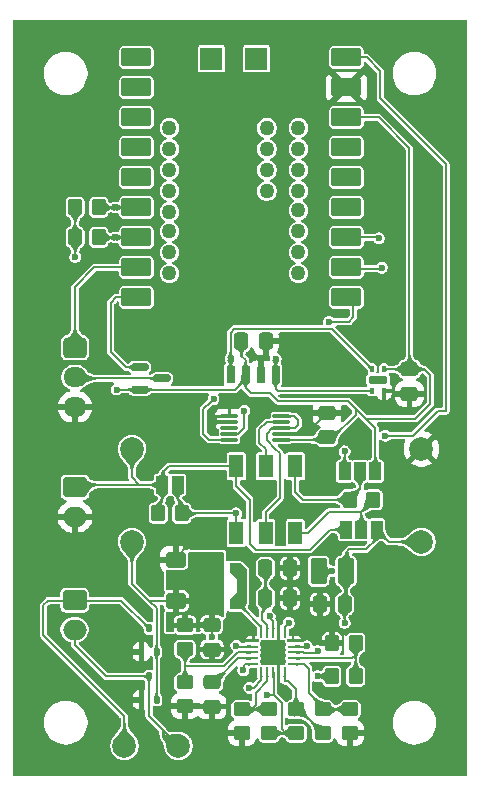
<source format=gbr>
%TF.GenerationSoftware,KiCad,Pcbnew,9.0.2*%
%TF.CreationDate,2025-06-10T20:07:43+02:00*%
%TF.ProjectId,PEH Sensor,50454820-5365-46e7-936f-722e6b696361,rev?*%
%TF.SameCoordinates,Original*%
%TF.FileFunction,Copper,L1,Top*%
%TF.FilePolarity,Positive*%
%FSLAX46Y46*%
G04 Gerber Fmt 4.6, Leading zero omitted, Abs format (unit mm)*
G04 Created by KiCad (PCBNEW 9.0.2) date 2025-06-10 20:07:43*
%MOMM*%
%LPD*%
G01*
G04 APERTURE LIST*
G04 Aperture macros list*
%AMRoundRect*
0 Rectangle with rounded corners*
0 $1 Rounding radius*
0 $2 $3 $4 $5 $6 $7 $8 $9 X,Y pos of 4 corners*
0 Add a 4 corners polygon primitive as box body*
4,1,4,$2,$3,$4,$5,$6,$7,$8,$9,$2,$3,0*
0 Add four circle primitives for the rounded corners*
1,1,$1+$1,$2,$3*
1,1,$1+$1,$4,$5*
1,1,$1+$1,$6,$7*
1,1,$1+$1,$8,$9*
0 Add four rect primitives between the rounded corners*
20,1,$1+$1,$2,$3,$4,$5,0*
20,1,$1+$1,$4,$5,$6,$7,0*
20,1,$1+$1,$6,$7,$8,$9,0*
20,1,$1+$1,$8,$9,$2,$3,0*%
%AMFreePoly0*
4,1,11,1.015000,1.170000,0.435000,0.575000,0.435000,-0.575000,1.015000,-1.170000,1.015000,-1.945000,0.125000,-1.945000,-0.435000,-1.395000,-0.435000,1.395000,0.125000,1.945000,1.015000,1.945000,1.015000,1.170000,1.015000,1.170000,$1*%
%AMFreePoly1*
4,1,11,0.435000,1.395000,0.435000,-1.395000,-0.125000,-1.945000,-1.015000,-1.945000,-1.015000,-1.170000,-0.435000,-0.575000,-0.435000,0.575000,-1.015000,1.170000,-1.015000,1.945000,-0.125000,1.945000,0.435000,1.395000,0.435000,1.395000,$1*%
G04 Aperture macros list end*
%TA.AperFunction,SMDPad,CuDef*%
%ADD10RoundRect,0.250000X0.350000X0.450000X-0.350000X0.450000X-0.350000X-0.450000X0.350000X-0.450000X0*%
%TD*%
%TA.AperFunction,SMDPad,CuDef*%
%ADD11RoundRect,0.112500X-0.112500X-0.237500X0.112500X-0.237500X0.112500X0.237500X-0.112500X0.237500X0*%
%TD*%
%TA.AperFunction,SMDPad,CuDef*%
%ADD12RoundRect,0.250000X0.600000X-0.400000X0.600000X0.400000X-0.600000X0.400000X-0.600000X-0.400000X0*%
%TD*%
%TA.AperFunction,SMDPad,CuDef*%
%ADD13RoundRect,0.087500X-0.087500X0.187500X-0.087500X-0.187500X0.087500X-0.187500X0.087500X0.187500X0*%
%TD*%
%TA.AperFunction,SMDPad,CuDef*%
%ADD14RoundRect,0.175000X-0.625000X0.175000X-0.625000X-0.175000X0.625000X-0.175000X0.625000X0.175000X0*%
%TD*%
%TA.AperFunction,SMDPad,CuDef*%
%ADD15RoundRect,0.250000X-0.475000X0.337500X-0.475000X-0.337500X0.475000X-0.337500X0.475000X0.337500X0*%
%TD*%
%TA.AperFunction,SMDPad,CuDef*%
%ADD16RoundRect,0.250000X-0.337500X-0.475000X0.337500X-0.475000X0.337500X0.475000X-0.337500X0.475000X0*%
%TD*%
%TA.AperFunction,SMDPad,CuDef*%
%ADD17RoundRect,0.250000X0.450000X-0.350000X0.450000X0.350000X-0.450000X0.350000X-0.450000X-0.350000X0*%
%TD*%
%TA.AperFunction,SMDPad,CuDef*%
%ADD18FreePoly0,0.000000*%
%TD*%
%TA.AperFunction,SMDPad,CuDef*%
%ADD19FreePoly1,0.000000*%
%TD*%
%TA.AperFunction,SMDPad,CuDef*%
%ADD20RoundRect,0.250000X-0.450000X0.350000X-0.450000X-0.350000X0.450000X-0.350000X0.450000X0.350000X0*%
%TD*%
%TA.AperFunction,ComponentPad*%
%ADD21C,2.000000*%
%TD*%
%TA.AperFunction,SMDPad,CuDef*%
%ADD22R,0.700000X1.400000*%
%TD*%
%TA.AperFunction,SMDPad,CuDef*%
%ADD23RoundRect,0.250000X0.337500X0.475000X-0.337500X0.475000X-0.337500X-0.475000X0.337500X-0.475000X0*%
%TD*%
%TA.AperFunction,ComponentPad*%
%ADD24RoundRect,0.250000X-0.750000X0.600000X-0.750000X-0.600000X0.750000X-0.600000X0.750000X0.600000X0*%
%TD*%
%TA.AperFunction,ComponentPad*%
%ADD25O,2.000000X1.700000*%
%TD*%
%TA.AperFunction,SMDPad,CuDef*%
%ADD26RoundRect,0.250001X-0.462499X-0.849999X0.462499X-0.849999X0.462499X0.849999X-0.462499X0.849999X0*%
%TD*%
%TA.AperFunction,SMDPad,CuDef*%
%ADD27R,1.000000X1.500000*%
%TD*%
%TA.AperFunction,SMDPad,CuDef*%
%ADD28RoundRect,0.062500X-0.375000X-0.062500X0.375000X-0.062500X0.375000X0.062500X-0.375000X0.062500X0*%
%TD*%
%TA.AperFunction,SMDPad,CuDef*%
%ADD29RoundRect,0.062500X-0.062500X-0.375000X0.062500X-0.375000X0.062500X0.375000X-0.062500X0.375000X0*%
%TD*%
%TA.AperFunction,HeatsinkPad*%
%ADD30R,2.000000X2.000000*%
%TD*%
%TA.AperFunction,SMDPad,CuDef*%
%ADD31R,1.200000X1.950000*%
%TD*%
%TA.AperFunction,SMDPad,CuDef*%
%ADD32RoundRect,0.231000X-1.039000X-0.539000X1.039000X-0.539000X1.039000X0.539000X-1.039000X0.539000X0*%
%TD*%
%TA.AperFunction,SMDPad,CuDef*%
%ADD33C,1.270000*%
%TD*%
%TA.AperFunction,SMDPad,CuDef*%
%ADD34R,1.900000X1.900000*%
%TD*%
%TA.AperFunction,SMDPad,CuDef*%
%ADD35RoundRect,0.250000X-0.350000X-0.450000X0.350000X-0.450000X0.350000X0.450000X-0.350000X0.450000X0*%
%TD*%
%TA.AperFunction,SMDPad,CuDef*%
%ADD36RoundRect,0.250000X0.475000X-0.337500X0.475000X0.337500X-0.475000X0.337500X-0.475000X-0.337500X0*%
%TD*%
%TA.AperFunction,SMDPad,CuDef*%
%ADD37RoundRect,0.150000X-0.587500X-0.150000X0.587500X-0.150000X0.587500X0.150000X-0.587500X0.150000X0*%
%TD*%
%TA.AperFunction,SMDPad,CuDef*%
%ADD38RoundRect,0.075000X-0.650000X-0.075000X0.650000X-0.075000X0.650000X0.075000X-0.650000X0.075000X0*%
%TD*%
%TA.AperFunction,ComponentPad*%
%ADD39RoundRect,0.250000X-0.725000X0.600000X-0.725000X-0.600000X0.725000X-0.600000X0.725000X0.600000X0*%
%TD*%
%TA.AperFunction,ComponentPad*%
%ADD40O,1.950000X1.700000*%
%TD*%
%TA.AperFunction,ViaPad*%
%ADD41C,0.600000*%
%TD*%
%TA.AperFunction,Conductor*%
%ADD42C,0.200000*%
%TD*%
G04 APERTURE END LIST*
D10*
%TO.P,R10,1*%
%TO.N,Net-(U2-VOUT_SET)*%
X156222500Y-111453500D03*
%TO.P,R10,2*%
%TO.N,GND*%
X154222500Y-111453500D03*
%TD*%
D11*
%TO.P,D2,1,A*%
%TO.N,GND*%
X138078500Y-112183500D03*
%TO.P,D2,2,K*%
%TO.N,Net-(D1-K)*%
X139378500Y-112183500D03*
%TO.P,D2,3,COM*%
%TO.N,Net-(D2-COM)*%
X138728500Y-110183500D03*
%TD*%
D12*
%TO.P,D3,1,K*%
%TO.N,Net-(D1-K)*%
X141014500Y-107869500D03*
%TO.P,D3,2,A*%
%TO.N,GND*%
X141014500Y-104369500D03*
%TD*%
D11*
%TO.P,D1,1,A*%
%TO.N,GND*%
X138078500Y-116247500D03*
%TO.P,D1,2,K*%
%TO.N,Net-(D1-K)*%
X139378500Y-116247500D03*
%TO.P,D1,3,COM*%
%TO.N,Net-(D1-COM)*%
X138728500Y-114247500D03*
%TD*%
D13*
%TO.P,U1,1,VDD*%
%TO.N,+3V3*%
X158615000Y-88229000D03*
%TO.P,U1,2,SCL*%
%TO.N,/SCL*%
X157615000Y-88229000D03*
%TO.P,U1,3,SDA*%
%TO.N,/SDA*%
X157615000Y-90079000D03*
%TO.P,U1,4,VSS*%
%TO.N,GND*%
X158615000Y-90079000D03*
D14*
%TO.P,U1,5,NC*%
%TO.N,unconnected-(U1-NC-Pad5)*%
X158115000Y-89154000D03*
%TD*%
D10*
%TO.P,R13,1*%
%TO.N,/SDA*%
X134477000Y-74549000D03*
%TO.P,R13,2*%
%TO.N,+3V3*%
X132477000Y-74549000D03*
%TD*%
D15*
%TO.P,C1,1*%
%TO.N,Net-(D1-K)*%
X144062500Y-109908000D03*
%TO.P,C1,2*%
%TO.N,GND*%
X144062500Y-111983000D03*
%TD*%
D16*
%TO.P,C2,1*%
%TO.N,Net-(U2-VSTOR)*%
X148591500Y-105103500D03*
%TO.P,C2,2*%
%TO.N,GND*%
X150666500Y-105103500D03*
%TD*%
D17*
%TO.P,R4,1*%
%TO.N,Net-(U2-VRDIV)*%
X151174500Y-119057500D03*
%TO.P,R4,2*%
%TO.N,Net-(U2-OK_HYST)*%
X151174500Y-117057500D03*
%TD*%
D18*
%TO.P,L1,1,1*%
%TO.N,Net-(D1-K)*%
X143059500Y-106627500D03*
D19*
%TO.P,L1,2,2*%
%TO.N,Net-(U2-LBOOST)*%
X146589500Y-106627500D03*
%TD*%
D20*
%TO.P,R8,1*%
%TO.N,Net-(U2-OK_PROG)*%
X155746500Y-117057500D03*
%TO.P,R8,2*%
%TO.N,GND*%
X155746500Y-119057500D03*
%TD*%
D10*
%TO.P,R11,1*%
%TO.N,/Vout_shunt+*%
X157718000Y-99298000D03*
%TO.P,R11,2*%
%TO.N,/Vout_shunt-*%
X155718000Y-99298000D03*
%TD*%
D21*
%TO.P,TP1,1,1*%
%TO.N,Net-(D2-COM)*%
X136652000Y-120142000D03*
%TD*%
D20*
%TO.P,R9,1*%
%TO.N,Net-(U2-VBAT_OV)*%
X146602500Y-117057500D03*
%TO.P,R9,2*%
%TO.N,GND*%
X146602500Y-119057500D03*
%TD*%
D21*
%TO.P,TP4,1,1*%
%TO.N,Net-(D1-K)*%
X137287000Y-102870000D03*
%TD*%
D17*
%TO.P,R2,1*%
%TO.N,GND*%
X141776500Y-116771500D03*
%TO.P,R2,2*%
%TO.N,Net-(U2-VOC_SAMP)*%
X141776500Y-114771500D03*
%TD*%
D10*
%TO.P,R3,1*%
%TO.N,/VPHE+*%
X141506500Y-100457000D03*
%TO.P,R3,2*%
%TO.N,/VPHE-*%
X139506500Y-100457000D03*
%TD*%
D22*
%TO.P,U3,1,SCL*%
%TO.N,/SCL*%
X145643600Y-88709240D03*
%TO.P,U3,2,VDD*%
%TO.N,+3V3*%
X146913600Y-88709240D03*
%TO.P,U3,3,GND*%
%TO.N,GND*%
X148183600Y-88709240D03*
%TO.P,U3,4,SDA*%
%TO.N,/SDA*%
X149453600Y-88709240D03*
%TD*%
D23*
%TO.P,C5,1*%
%TO.N,Net-(JP2-A)*%
X155281500Y-108151500D03*
%TO.P,C5,2*%
%TO.N,GND*%
X153206500Y-108151500D03*
%TD*%
D16*
%TO.P,C4,1*%
%TO.N,Net-(U2-VSTOR)*%
X148591500Y-107643500D03*
%TO.P,C4,2*%
%TO.N,GND*%
X150666500Y-107643500D03*
%TD*%
D21*
%TO.P,TP6,1,1*%
%TO.N,Net-(JP2-A)*%
X161798000Y-102870000D03*
%TD*%
D24*
%TO.P,BT1,1,+*%
%TO.N,/VPHE-*%
X132461000Y-98245500D03*
D25*
%TO.P,BT1,2,-*%
%TO.N,GND*%
X132461000Y-100745500D03*
%TD*%
D15*
%TO.P,C3,1*%
%TO.N,Net-(U2-VREF_SAMP)*%
X144062500Y-114734000D03*
%TO.P,C3,2*%
%TO.N,GND*%
X144062500Y-116809000D03*
%TD*%
D26*
%TO.P,L2,1,1*%
%TO.N,Net-(U2-LBUCK)*%
X153081500Y-105357500D03*
%TO.P,L2,2,2*%
%TO.N,Net-(JP2-A)*%
X155406500Y-105357500D03*
%TD*%
D10*
%TO.P,R12,1*%
%TO.N,/SCL*%
X134477000Y-77089000D03*
%TO.P,R12,2*%
%TO.N,+3V3*%
X132477000Y-77089000D03*
%TD*%
D27*
%TO.P,JP2,1,A*%
%TO.N,Net-(JP2-A)*%
X158018000Y-101838000D03*
%TO.P,JP2,2,C*%
%TO.N,/Vout_shunt+*%
X156718000Y-101838000D03*
%TO.P,JP2,3,B*%
%TO.N,/VPHE-*%
X155418000Y-101838000D03*
%TD*%
D28*
%TO.P,U2,1,VSS*%
%TO.N,GND*%
X147545500Y-111231500D03*
%TO.P,U2,2,VIN_DC*%
%TO.N,Net-(D1-K)*%
X147545500Y-111731500D03*
%TO.P,U2,3,VOC_SAMP*%
%TO.N,Net-(U2-VOC_SAMP)*%
X147545500Y-112231500D03*
%TO.P,U2,4,VREF_SAMP*%
%TO.N,Net-(U2-VREF_SAMP)*%
X147545500Y-112731500D03*
%TO.P,U2,5,~{EN}*%
%TO.N,/{slash}EN*%
X147545500Y-113231500D03*
D29*
%TO.P,U2,6,VOUT_EN*%
%TO.N,/VOUT_EN*%
X148233000Y-113919000D03*
%TO.P,U2,7,VBAT_OV*%
%TO.N,Net-(U2-VBAT_OV)*%
X148733000Y-113919000D03*
%TO.P,U2,8,VRDIV*%
%TO.N,Net-(U2-VRDIV)*%
X149233000Y-113919000D03*
%TO.P,U2,9,VSS*%
%TO.N,GND*%
X149733000Y-113919000D03*
%TO.P,U2,10,OK_HYST*%
%TO.N,Net-(U2-OK_HYST)*%
X150233000Y-113919000D03*
D28*
%TO.P,U2,11,OK_PROG*%
%TO.N,Net-(U2-OK_PROG)*%
X150920500Y-113231500D03*
%TO.P,U2,12,VOUT_SET*%
%TO.N,Net-(U2-VOUT_SET)*%
X150920500Y-112731500D03*
%TO.P,U2,13,VBAT_OK*%
%TO.N,/VBAT_OK*%
X150920500Y-112231500D03*
%TO.P,U2,14,VOUT*%
%TO.N,Net-(JP2-A)*%
X150920500Y-111731500D03*
%TO.P,U2,15,VSS*%
%TO.N,GND*%
X150920500Y-111231500D03*
D29*
%TO.P,U2,16,LBUCK*%
%TO.N,Net-(U2-LBUCK)*%
X150233000Y-110544000D03*
%TO.P,U2,17,VSS*%
%TO.N,GND*%
X149733000Y-110544000D03*
%TO.P,U2,18,VBAT*%
%TO.N,/VPHE+*%
X149233000Y-110544000D03*
%TO.P,U2,19,VSTOR*%
%TO.N,Net-(U2-VSTOR)*%
X148733000Y-110544000D03*
%TO.P,U2,20,LBOOST*%
%TO.N,Net-(U2-LBOOST)*%
X148233000Y-110544000D03*
D30*
%TO.P,U2,21,VSS*%
%TO.N,GND*%
X149233000Y-112231500D03*
%TD*%
D31*
%TO.P,S1,1*%
%TO.N,/Vout_shunt-*%
X151115400Y-96473000D03*
%TO.P,S1,2*%
%TO.N,Net-(U4-Vin-)*%
X148615400Y-96473000D03*
%TO.P,S1,3*%
%TO.N,/VPHE-*%
X146115400Y-96473000D03*
%TO.P,S1,4*%
%TO.N,/Vout_shunt+*%
X151115400Y-102123000D03*
%TO.P,S1,5*%
%TO.N,Net-(U4-Vbus)*%
X148615400Y-102123000D03*
%TO.P,S1,6*%
%TO.N,/VPHE+*%
X146115400Y-102123000D03*
%TD*%
D32*
%TO.P,U5,1,Tx*%
%TO.N,unconnected-(U5A-Tx-Pad1)*%
X137668000Y-61849000D03*
%TO.P,U5,2,Rx*%
%TO.N,unconnected-(U5A-Rx-Pad2)*%
X137668000Y-64389000D03*
%TO.P,U5,3,GPIO1*%
%TO.N,unconnected-(U5A-GPIO1-Pad3)*%
X137668000Y-66929000D03*
%TO.P,U5,4,GPIO2*%
%TO.N,unconnected-(U5A-GPIO2-Pad4)*%
X137668000Y-69469000D03*
%TO.P,U5,5,GPIO3/NC*%
%TO.N,unconnected-(U5A-GPIO3{slash}NC-Pad5)*%
X137668000Y-72009000D03*
%TO.P,U5,6,GPIO4*%
%TO.N,/SDA*%
X137668000Y-74549000D03*
%TO.P,U5,7,GPIO5*%
%TO.N,/SCL*%
X137668000Y-77089000D03*
%TO.P,U5,8,GPIO6*%
%TO.N,/A_IN_SKU*%
X137668000Y-79629000D03*
%TO.P,U5,9,GPIO7*%
%TO.N,/EN_SKU*%
X137668000Y-82169000D03*
%TO.P,U5,10,GPIO8*%
%TO.N,/VOUT_EN*%
X155448000Y-82169000D03*
%TO.P,U5,11,GPIO9/NC*%
%TO.N,/{slash}EN*%
X155448000Y-79629000D03*
%TO.P,U5,12,GPIO10/NC*%
%TO.N,/VBAT_OK*%
X155448000Y-77089000D03*
%TO.P,U5,13,GPIO11/NC*%
%TO.N,unconnected-(U5A-GPIO11{slash}NC-Pad13)*%
X155448000Y-74549000D03*
%TO.P,U5,14,GPIO12/NC*%
%TO.N,unconnected-(U5A-GPIO12{slash}NC-Pad14)*%
X155448000Y-72009000D03*
%TO.P,U5,15,GPIO13*%
%TO.N,unconnected-(U5A-GPIO13-Pad15)*%
X155448000Y-69469000D03*
%TO.P,U5,16,3V3*%
%TO.N,+3V3*%
X155448000Y-66929000D03*
%TO.P,U5,17,GND*%
%TO.N,GND*%
X155448000Y-64389000D03*
%TO.P,U5,18,5V*%
%TO.N,+5V*%
X155448000Y-61849000D03*
D33*
%TO.P,U5,19,GPIO14*%
%TO.N,unconnected-(U5B-GPIO14-Pad19)*%
X151384000Y-80137000D03*
%TO.P,U5,20,GPIO15*%
%TO.N,unconnected-(U5B-GPIO15-Pad20)*%
X151384000Y-78359000D03*
%TO.P,U5,21,GPIO16*%
%TO.N,unconnected-(U5B-GPIO16-Pad21)*%
X151384000Y-76581000D03*
%TO.P,U5,22,GPIO17*%
%TO.N,unconnected-(U5B-GPIO17-Pad22)*%
X151384000Y-74803000D03*
%TO.P,U5,23,GPIO18*%
%TO.N,unconnected-(U5B-GPIO18-Pad23)*%
X151384000Y-73152000D03*
%TO.P,U5,24,GPIO21*%
%TO.N,unconnected-(U5B-GPIO21-Pad24)*%
X151384000Y-71374000D03*
%TO.P,U5,25,GPIO33*%
%TO.N,unconnected-(U5B-GPIO33-Pad25)*%
X151384000Y-69596000D03*
%TO.P,U5,26,GPIO34*%
%TO.N,unconnected-(U5B-GPIO34-Pad26)*%
X151384000Y-67818000D03*
%TO.P,U5,27,GPIO35*%
%TO.N,unconnected-(U5B-GPIO35-Pad27)*%
X148717000Y-73152000D03*
%TO.P,U5,28,GPIO37*%
%TO.N,unconnected-(U5B-GPIO37-Pad28)*%
X148717000Y-71374000D03*
%TO.P,U5,29,GPIO36*%
%TO.N,unconnected-(U5B-GPIO36-Pad29)*%
X148717000Y-69596000D03*
%TO.P,U5,30,GPIO38*%
%TO.N,unconnected-(U5B-GPIO38-Pad30)*%
X148717000Y-67818000D03*
%TO.P,U5,31,GPIO39*%
%TO.N,unconnected-(U5B-GPIO39-Pad31)*%
X140462000Y-80137000D03*
%TO.P,U5,32,GPIO40*%
%TO.N,unconnected-(U5B-GPIO40-Pad32)*%
X140462000Y-78359000D03*
%TO.P,U5,33,GPIO41*%
%TO.N,unconnected-(U5B-GPIO41-Pad33)*%
X140462000Y-76581000D03*
%TO.P,U5,34,GPIO42*%
%TO.N,unconnected-(U5B-GPIO42-Pad34)*%
X140462000Y-74930000D03*
%TO.P,U5,35,GPIO45*%
%TO.N,unconnected-(U5B-GPIO45-Pad35)*%
X140462000Y-73152000D03*
%TO.P,U5,36,GPIO46*%
%TO.N,unconnected-(U5B-GPIO46-Pad36)*%
X140462000Y-71374000D03*
%TO.P,U5,37,GPIO47*%
%TO.N,unconnected-(U5B-GPIO47-Pad37)*%
X140462000Y-69596000D03*
%TO.P,U5,38,GPIO48*%
%TO.N,unconnected-(U5B-GPIO48-Pad38)*%
X140462000Y-67818000D03*
D34*
%TO.P,U5,39,B+*%
%TO.N,unconnected-(U5B-B+-Pad39)*%
X147828000Y-61976000D03*
%TO.P,U5,40,B-*%
%TO.N,unconnected-(U5B-B--Pad40)*%
X144018000Y-61976000D03*
%TD*%
D21*
%TO.P,TP2,1,1*%
%TO.N,Net-(D1-COM)*%
X141224000Y-120142000D03*
%TD*%
D17*
%TO.P,R1,1*%
%TO.N,Net-(U2-VOC_SAMP)*%
X141776500Y-111945500D03*
%TO.P,R1,2*%
%TO.N,Net-(D1-K)*%
X141776500Y-109945500D03*
%TD*%
D35*
%TO.P,R6,1*%
%TO.N,Net-(U2-VRDIV)*%
X154222500Y-114247500D03*
%TO.P,R6,2*%
%TO.N,Net-(U2-VOUT_SET)*%
X156222500Y-114247500D03*
%TD*%
D27*
%TO.P,JP1,1,A*%
%TO.N,/VPHE+*%
X141171500Y-98044000D03*
%TO.P,JP1,2,B*%
%TO.N,/VPHE-*%
X139871500Y-98044000D03*
%TD*%
D21*
%TO.P,TP3,1,1*%
%TO.N,GND*%
X161798000Y-94996000D03*
%TD*%
D17*
%TO.P,R7,1*%
%TO.N,Net-(U2-OK_HYST)*%
X153460500Y-119057500D03*
%TO.P,R7,2*%
%TO.N,Net-(U2-OK_PROG)*%
X153460500Y-117057500D03*
%TD*%
D16*
%TO.P,C7,1*%
%TO.N,+3V3*%
X146536500Y-85852000D03*
%TO.P,C7,2*%
%TO.N,GND*%
X148611500Y-85852000D03*
%TD*%
D15*
%TO.P,C6,1*%
%TO.N,+3V3*%
X160782000Y-88243500D03*
%TO.P,C6,2*%
%TO.N,GND*%
X160782000Y-90318500D03*
%TD*%
D36*
%TO.P,C8,1*%
%TO.N,+3V3*%
X153797000Y-94026900D03*
%TO.P,C8,2*%
%TO.N,GND*%
X153797000Y-91951900D03*
%TD*%
D17*
%TO.P,R5,1*%
%TO.N,Net-(U2-VRDIV)*%
X148888500Y-119057500D03*
%TO.P,R5,2*%
%TO.N,Net-(U2-VBAT_OV)*%
X148888500Y-117057500D03*
%TD*%
D27*
%TO.P,JP3,1,A*%
%TO.N,+3V3*%
X157891000Y-96901000D03*
%TO.P,JP3,2,C*%
%TO.N,/Vout_shunt-*%
X156591000Y-96901000D03*
%TO.P,JP3,3,B*%
%TO.N,+5V*%
X155291000Y-96901000D03*
%TD*%
D37*
%TO.P,Q1,1,G*%
%TO.N,/EN_SKU*%
X137952000Y-88077000D03*
%TO.P,Q1,2,S*%
%TO.N,+3V3*%
X137952000Y-89977000D03*
%TO.P,Q1,3,D*%
%TO.N,Net-(J1-Pin_2)*%
X139827000Y-89027000D03*
%TD*%
D21*
%TO.P,TP5,1,1*%
%TO.N,/VPHE-*%
X137287000Y-94996000D03*
%TD*%
D38*
%TO.P,U4,1,A1*%
%TO.N,GND*%
X145542000Y-92234000D03*
%TO.P,U4,2,A0*%
X145542000Y-92734000D03*
%TO.P,U4,3,~{Alert}*%
%TO.N,unconnected-(U4-~{Alert}-Pad3)*%
X145542000Y-93234000D03*
%TO.P,U4,4,SDA*%
%TO.N,/SDA*%
X145542000Y-93734000D03*
%TO.P,U4,5,SCL*%
%TO.N,/SCL*%
X145542000Y-94234000D03*
%TO.P,U4,6,VS*%
%TO.N,+3V3*%
X149942000Y-94234000D03*
%TO.P,U4,7,GND*%
%TO.N,GND*%
X149942000Y-93734000D03*
%TO.P,U4,8,Vbus*%
%TO.N,Net-(U4-Vbus)*%
X149942000Y-93234000D03*
%TO.P,U4,9,Vin-*%
%TO.N,Net-(U4-Vin-)*%
X149942000Y-92734000D03*
%TO.P,U4,10,Vin+*%
%TO.N,Net-(U4-Vbus)*%
X149942000Y-92234000D03*
%TD*%
D24*
%TO.P,V1,1*%
%TO.N,Net-(D2-COM)*%
X132435600Y-107797600D03*
D25*
%TO.P,V1,2*%
%TO.N,Net-(D1-COM)*%
X132435600Y-110297600D03*
%TD*%
D39*
%TO.P,J1,1,Pin_1*%
%TO.N,/A_IN_SKU*%
X132461000Y-86439500D03*
D40*
%TO.P,J1,2,Pin_2*%
%TO.N,Net-(J1-Pin_2)*%
X132461000Y-88939500D03*
%TO.P,J1,3,Pin_3*%
%TO.N,GND*%
X132461000Y-91439500D03*
%TD*%
D41*
%TO.N,GND*%
X151430000Y-64384000D03*
X152700000Y-64384000D03*
X148761500Y-111747500D03*
X150622000Y-99314000D03*
X146602500Y-120256500D03*
X150368000Y-100330000D03*
X146475500Y-109334500D03*
X151936500Y-110096500D03*
X151430000Y-65400000D03*
X144018000Y-93218000D03*
X152400000Y-100330000D03*
X136823500Y-112255500D03*
X148761500Y-112763500D03*
X151047500Y-109080500D03*
X149777500Y-112763500D03*
X149777500Y-111747500D03*
X152700000Y-65400000D03*
X160528000Y-91694000D03*
X152069800Y-92151200D03*
X152908000Y-97282000D03*
X143256000Y-98806000D03*
X155702000Y-89154000D03*
X145586500Y-110223500D03*
X155746500Y-120256500D03*
X159512000Y-91694000D03*
X153924000Y-96266000D03*
X148183600Y-87376000D03*
X151430000Y-63368000D03*
X145586500Y-109334500D03*
X150876000Y-86868000D03*
X144062500Y-117970500D03*
X156210000Y-88138000D03*
X158242000Y-91694000D03*
X152908000Y-96266000D03*
X146475500Y-110223500D03*
X152389250Y-93359650D03*
X153924000Y-97282000D03*
X143256000Y-97790000D03*
X152825500Y-110096500D03*
X150368000Y-85852000D03*
X150317200Y-115671600D03*
X151638000Y-85852000D03*
X144780000Y-95554800D03*
X146304000Y-90932000D03*
X151384000Y-100330000D03*
X141776500Y-117970500D03*
X151936500Y-109080500D03*
X141884400Y-103327200D03*
X145288000Y-90932000D03*
X145288000Y-98552000D03*
X145288000Y-99568000D03*
X136823500Y-116192500D03*
X152700000Y-63368000D03*
%TO.N,+3V3*%
X132486400Y-78740000D03*
X135991600Y-89966800D03*
%TO.N,/SDA*%
X149453600Y-87376000D03*
X146812000Y-91744800D03*
X135890000Y-74549000D03*
%TO.N,/SCL*%
X135890000Y-77089000D03*
X144195800Y-90779600D03*
X145643600Y-87376000D03*
%TO.N,/VPHE+*%
X146100800Y-100457000D03*
X148945600Y-109169200D03*
%TO.N,Net-(D1-K)*%
X146119866Y-111641806D03*
X144068800Y-110895500D03*
%TO.N,/{slash}EN*%
X146710400Y-113741200D03*
X158445200Y-79654400D03*
%TO.N,/VBAT_OK*%
X153009600Y-112131500D03*
X158191200Y-77165200D03*
%TO.N,+5V*%
X158750000Y-93878400D03*
X155295600Y-95199200D03*
%TO.N,/VOUT_EN*%
X153981160Y-84226000D03*
X147218400Y-115214400D03*
%TO.N,Net-(JP2-A)*%
X152095200Y-111709200D03*
X155295600Y-109728000D03*
%TO.N,Net-(U2-LBUCK)*%
X150564720Y-109718409D03*
X154194000Y-105359200D03*
%TO.N,Net-(U2-VRDIV)*%
X153011300Y-114247500D03*
X148691600Y-115824000D03*
%TD*%
D42*
%TO.N,GND*%
X155746500Y-119057500D02*
X155746500Y-120256500D01*
X144062500Y-117970500D02*
X144062500Y-116809000D01*
X149961600Y-115671600D02*
X150317200Y-115671600D01*
X152014900Y-93734000D02*
X152389250Y-93359650D01*
X148183600Y-88442800D02*
X148183600Y-87376000D01*
X144575000Y-92734000D02*
X145542000Y-92734000D01*
X138078500Y-112183500D02*
X136895500Y-112183500D01*
X144440000Y-92472000D02*
X144440000Y-92599000D01*
X144440000Y-92345000D02*
X144440000Y-92472000D01*
X148611500Y-85852000D02*
X148611500Y-86948100D01*
X141776500Y-117970500D02*
X141776500Y-116771500D01*
X141884400Y-103327200D02*
X141071600Y-104140000D01*
X160782000Y-90318500D02*
X160782000Y-91440000D01*
X145542000Y-92234000D02*
X145526000Y-92218000D01*
X145526000Y-92218000D02*
X144567000Y-92218000D01*
X141071600Y-104140000D02*
X141071600Y-104312400D01*
X158646500Y-91460000D02*
X158646500Y-90079000D01*
X152389250Y-93359650D02*
X153797000Y-91951900D01*
X144440000Y-92472000D02*
X144440000Y-92796000D01*
X136823500Y-116192500D02*
X138023500Y-116192500D01*
X144567000Y-92218000D02*
X144440000Y-92345000D01*
X141071600Y-104312400D02*
X141014500Y-104369500D01*
X136895500Y-112183500D02*
X136823500Y-112255500D01*
X160782000Y-91440000D02*
X160528000Y-91694000D01*
X158412500Y-91694000D02*
X158646500Y-91460000D01*
X144440000Y-92599000D02*
X144575000Y-92734000D01*
X149733000Y-115443000D02*
X149961600Y-115671600D01*
X148611500Y-86948100D02*
X148183600Y-87376000D01*
X149733000Y-113919000D02*
X149733000Y-115443000D01*
X144440000Y-92796000D02*
X144018000Y-93218000D01*
X138023500Y-116192500D02*
X138078500Y-116247500D01*
X158242000Y-91694000D02*
X158412500Y-91694000D01*
X144062500Y-116809000D02*
X144354000Y-116809000D01*
X141814000Y-116809000D02*
X141776500Y-116771500D01*
X149942000Y-93734000D02*
X152014900Y-93734000D01*
X146602500Y-120256500D02*
X146602500Y-119057500D01*
%TO.N,+3V3*%
X146536500Y-87100500D02*
X146536500Y-85852000D01*
X137941800Y-89966800D02*
X137952000Y-89977000D01*
X148971000Y-90271600D02*
X149644100Y-90944700D01*
X147345400Y-90271600D02*
X146913600Y-89839800D01*
X160782000Y-88243500D02*
X160782000Y-69545200D01*
X158165800Y-66929000D02*
X155702000Y-66929000D01*
X161290000Y-92456000D02*
X162560000Y-91186000D01*
X149644100Y-90944700D02*
X152476200Y-90944700D01*
X162560000Y-88773000D02*
X162030500Y-88243500D01*
X162560000Y-91186000D02*
X162560000Y-88773000D01*
X157099000Y-92456000D02*
X161290000Y-92456000D01*
X162030500Y-88243500D02*
X160782000Y-88243500D01*
X153797000Y-94026900D02*
X153589900Y-94234000D01*
X135991600Y-89966800D02*
X137941800Y-89966800D01*
X132477000Y-77089000D02*
X132477000Y-78730600D01*
X156222700Y-91579700D02*
X156591000Y-91948000D01*
X157891000Y-96901000D02*
X157891000Y-93248000D01*
X153797000Y-94026900D02*
X154283500Y-94026900D01*
X160782000Y-69545200D02*
X158165800Y-66929000D01*
X146913600Y-87477600D02*
X146536500Y-87100500D01*
X146913600Y-89059240D02*
X146913600Y-88709240D01*
X137952000Y-89977000D02*
X145995840Y-89977000D01*
X146913600Y-89839800D02*
X146913600Y-88709240D01*
X153589900Y-94234000D02*
X149942000Y-94234000D01*
X132477000Y-77089000D02*
X132477000Y-74549000D01*
X146913600Y-88709240D02*
X146913600Y-87477600D01*
X156222700Y-92087700D02*
X156222700Y-91579700D01*
X157010100Y-92367100D02*
X157099000Y-92456000D01*
X152476200Y-90944700D02*
X155587700Y-90944700D01*
X155587700Y-90944700D02*
X156222700Y-91579700D01*
X154283500Y-94026900D02*
X156222700Y-92087700D01*
X160782000Y-88243500D02*
X158629500Y-88243500D01*
X156591000Y-91948000D02*
X157010100Y-92367100D01*
X148971000Y-90271600D02*
X147345400Y-90271600D01*
X157891000Y-93248000D02*
X157010100Y-92367100D01*
X145995840Y-89977000D02*
X146913600Y-89059240D01*
X132477000Y-78730600D02*
X132486400Y-78740000D01*
X158629500Y-88243500D02*
X158615000Y-88229000D01*
%TO.N,/EN_SKU*%
X137952000Y-88077000D02*
X136743400Y-88077000D01*
X136743400Y-88077000D02*
X135648700Y-86982300D01*
X135483600Y-82600800D02*
X135483600Y-86817200D01*
X135483600Y-86817200D02*
X135648700Y-86982300D01*
X137922000Y-82169000D02*
X135915400Y-82169000D01*
X135915400Y-82169000D02*
X135483600Y-82600800D01*
%TO.N,/SDA*%
X146300824Y-93734000D02*
X145542000Y-93734000D01*
X157615000Y-90079000D02*
X149642000Y-90079000D01*
X146812000Y-93222824D02*
X146300824Y-93734000D01*
X134477000Y-74549000D02*
X135890000Y-74549000D01*
X149453600Y-89890600D02*
X149453600Y-88709240D01*
X149453600Y-87376000D02*
X149453600Y-88709240D01*
X149642000Y-90079000D02*
X149453600Y-89890600D01*
X137922000Y-74549000D02*
X135890000Y-74549000D01*
X146812000Y-91744800D02*
X146812000Y-93222824D01*
%TO.N,/SCL*%
X145963840Y-84826000D02*
X145643600Y-85146240D01*
X157615000Y-88229000D02*
X154212000Y-84826000D01*
X143331000Y-91593600D02*
X143331000Y-93715400D01*
X143331000Y-93715400D02*
X143849600Y-94234000D01*
X143992600Y-90982800D02*
X143941800Y-90982800D01*
X145643600Y-87376000D02*
X145643600Y-88709240D01*
X134477000Y-77089000D02*
X135890000Y-77089000D01*
X143941800Y-90982800D02*
X143331000Y-91593600D01*
X154212000Y-84826000D02*
X145963840Y-84826000D01*
X137922000Y-77089000D02*
X135890000Y-77089000D01*
X144195800Y-90779600D02*
X143992600Y-90982800D01*
X143849600Y-94234000D02*
X145542000Y-94234000D01*
X145643600Y-85146240D02*
X145643600Y-87376000D01*
%TO.N,/Vout_shunt+*%
X152156400Y-102123000D02*
X153949400Y-100330000D01*
X156686000Y-100330000D02*
X156718000Y-100298000D01*
X151115400Y-102123000D02*
X152156400Y-102123000D01*
X156718000Y-100298000D02*
X156718000Y-101838000D01*
X157718000Y-99298000D02*
X156718000Y-100298000D01*
X153949400Y-100330000D02*
X156686000Y-100330000D01*
%TO.N,/VPHE-*%
X139871500Y-98044000D02*
X137922000Y-98044000D01*
X146115400Y-96473000D02*
X140382000Y-96473000D01*
X140106400Y-96748600D02*
X139871500Y-96983500D01*
X139506500Y-100457000D02*
X139506500Y-99634500D01*
X155418000Y-101838000D02*
X154016200Y-101838000D01*
X154016200Y-101838000D02*
X152323800Y-103530400D01*
X152323800Y-103530400D02*
X147777200Y-103530400D01*
X139871500Y-99269500D02*
X139871500Y-98044000D01*
X147269200Y-99288600D02*
X146115400Y-98134800D01*
X147269200Y-103022400D02*
X147269200Y-99288600D01*
X139506500Y-99634500D02*
X139871500Y-99269500D01*
X146115400Y-98134800D02*
X146115400Y-96473000D01*
X140382000Y-96473000D02*
X140106400Y-96748600D01*
X137287000Y-97409000D02*
X137922000Y-98044000D01*
X137287000Y-94996000D02*
X137287000Y-97409000D01*
X132662500Y-98044000D02*
X132461000Y-98245500D01*
X137287000Y-98044000D02*
X132662500Y-98044000D01*
X137922000Y-98044000D02*
X137287000Y-98044000D01*
X147777200Y-103530400D02*
X147269200Y-103022400D01*
X139871500Y-96983500D02*
X139871500Y-98044000D01*
%TO.N,/VPHE+*%
X149233000Y-109593000D02*
X149233000Y-110544000D01*
X141171500Y-99261500D02*
X141506500Y-99596500D01*
X141506500Y-99596500D02*
X141506500Y-100457000D01*
X148945600Y-109169200D02*
X148945600Y-109305600D01*
X141171500Y-98044000D02*
X141171500Y-99261500D01*
X146100800Y-100457000D02*
X146100800Y-102108400D01*
X146100800Y-100457000D02*
X141506500Y-100457000D01*
X148945600Y-109305600D02*
X149233000Y-109593000D01*
X146100800Y-102108400D02*
X146115400Y-102123000D01*
%TO.N,Net-(D1-K)*%
X137287000Y-102870000D02*
X137287000Y-106400600D01*
X139378500Y-108492100D02*
X138755900Y-107869500D01*
X138755900Y-107869500D02*
X141014500Y-107869500D01*
X139378500Y-112183500D02*
X139378500Y-116247500D01*
X147545500Y-111731500D02*
X146209560Y-111731500D01*
X144068800Y-109914300D02*
X144062500Y-109908000D01*
X144068800Y-110895500D02*
X144068800Y-109914300D01*
X146209560Y-111731500D02*
X146119866Y-111641806D01*
X137287000Y-106400600D02*
X138755900Y-107869500D01*
X139378500Y-112183500D02*
X139378500Y-108492100D01*
%TO.N,/{slash}EN*%
X146761200Y-113690400D02*
X146761200Y-113334800D01*
X146710400Y-113741200D02*
X146761200Y-113690400D01*
X146864500Y-113231500D02*
X147545500Y-113231500D01*
X158343600Y-79756000D02*
X155829000Y-79756000D01*
X155829000Y-79756000D02*
X155702000Y-79629000D01*
X158445200Y-79654400D02*
X158343600Y-79756000D01*
X146761200Y-113334800D02*
X146864500Y-113231500D01*
%TO.N,/VBAT_OK*%
X150920500Y-112231500D02*
X151767557Y-112231500D01*
X155702000Y-77089000D02*
X158115000Y-77089000D01*
X152830900Y-112310200D02*
X153009600Y-112131500D01*
X158115000Y-77089000D02*
X158191200Y-77165200D01*
X151767557Y-112231500D02*
X151846257Y-112310200D01*
X151846257Y-112310200D02*
X152830900Y-112310200D01*
%TO.N,/Vout_shunt-*%
X155718000Y-99298000D02*
X156591000Y-98425000D01*
X151115400Y-98664400D02*
X151749000Y-99298000D01*
X151749000Y-99298000D02*
X155718000Y-99298000D01*
X151115400Y-96473000D02*
X151115400Y-98664400D01*
X156591000Y-98425000D02*
X156591000Y-96901000D01*
%TO.N,+5V*%
X155295600Y-95199200D02*
X155295600Y-96896400D01*
X163880800Y-72400000D02*
X163880800Y-91795600D01*
X157149000Y-61849000D02*
X158300000Y-63000000D01*
X158300000Y-65300000D02*
X163880800Y-70880800D01*
X155295600Y-96896400D02*
X155291000Y-96901000D01*
X163158508Y-91795600D02*
X161075708Y-93878400D01*
X163880800Y-70880800D02*
X163880800Y-72400000D01*
X158300000Y-63000000D02*
X158300000Y-65300000D01*
X161075708Y-93878400D02*
X158750000Y-93878400D01*
X163880800Y-91795600D02*
X163158508Y-91795600D01*
X155448000Y-61849000D02*
X157149000Y-61849000D01*
%TO.N,/VOUT_EN*%
X147616500Y-115214400D02*
X148233000Y-114597900D01*
X156032200Y-83845400D02*
X156032200Y-82499200D01*
X156032200Y-82499200D02*
X155702000Y-82169000D01*
X153981160Y-84226000D02*
X155651600Y-84226000D01*
X147218400Y-115214400D02*
X147616500Y-115214400D01*
X148233000Y-114597900D02*
X148233000Y-113919000D01*
X155651600Y-84226000D02*
X156032200Y-83845400D01*
%TO.N,/A_IN_SKU*%
X134112000Y-79629000D02*
X137922000Y-79629000D01*
X132461000Y-86439500D02*
X132461000Y-81280000D01*
X132461000Y-81280000D02*
X134112000Y-79629000D01*
%TO.N,Net-(D2-COM)*%
X138728500Y-110183500D02*
X136388000Y-107843000D01*
X136652000Y-120142000D02*
X136652000Y-117652000D01*
X136388000Y-107843000D02*
X132461000Y-107843000D01*
X136652000Y-117652000D02*
X129794000Y-110794000D01*
X129794000Y-110794000D02*
X129794000Y-109800000D01*
X130155000Y-107843000D02*
X132461000Y-107843000D01*
X129794000Y-109800000D02*
X129794000Y-108204000D01*
X129794000Y-108204000D02*
X130155000Y-107843000D01*
%TO.N,Net-(U2-VSTOR)*%
X148336000Y-109511143D02*
X148336000Y-108813600D01*
X148336000Y-108813600D02*
X148591500Y-108558100D01*
X148591500Y-108558100D02*
X148591500Y-107643500D01*
X148591500Y-105103500D02*
X148591500Y-107643500D01*
X148733000Y-109908143D02*
X148336000Y-109511143D01*
X148733000Y-110544000D02*
X148733000Y-109908143D01*
%TO.N,Net-(U2-VREF_SAMP)*%
X144303500Y-114734000D02*
X146297700Y-112739800D01*
X146297700Y-112731500D02*
X147545500Y-112731500D01*
X144062500Y-114734000D02*
X144303500Y-114734000D01*
X146297700Y-112739800D02*
X146297700Y-112731500D01*
%TO.N,Net-(JP2-A)*%
X152072900Y-111731500D02*
X152095200Y-111709200D01*
X155281500Y-109459900D02*
X155281500Y-108151500D01*
X155406500Y-105357500D02*
X155406500Y-103800500D01*
X158018000Y-102586000D02*
X157099000Y-103505000D01*
X157099000Y-103505000D02*
X155702000Y-103505000D01*
X155295600Y-109474000D02*
X155281500Y-109459900D01*
X155295600Y-109728000D02*
X155295600Y-109474000D01*
X158018000Y-101838000D02*
X158018000Y-102586000D01*
X155406500Y-108026500D02*
X155281500Y-108151500D01*
X155406500Y-103800500D02*
X155702000Y-103505000D01*
X150920500Y-111731500D02*
X152072900Y-111731500D01*
X159050000Y-102870000D02*
X158018000Y-101838000D01*
X161798000Y-102870000D02*
X159050000Y-102870000D01*
X155406500Y-105357500D02*
X155406500Y-108026500D01*
%TO.N,Net-(D1-COM)*%
X139900000Y-118818000D02*
X141224000Y-120142000D01*
X138728500Y-117628500D02*
X139900000Y-118800000D01*
X135075500Y-114247500D02*
X135078900Y-114247500D01*
X139900000Y-118800000D02*
X139900000Y-118818000D01*
X138728500Y-114247500D02*
X138728500Y-117628500D01*
X138728500Y-114247500D02*
X135078900Y-114247500D01*
X132461000Y-110343000D02*
X132461000Y-111633000D01*
X132461000Y-111633000D02*
X135075500Y-114247500D01*
%TO.N,Net-(U2-LBOOST)*%
X148234400Y-110032800D02*
X146589500Y-108387900D01*
X146589500Y-108387900D02*
X146589500Y-106627500D01*
X148233000Y-110034200D02*
X148234400Y-110032800D01*
X148233000Y-110544000D02*
X148233000Y-110034200D01*
%TO.N,Net-(U2-LBUCK)*%
X154194000Y-105359200D02*
X153083200Y-105359200D01*
X153083200Y-105359200D02*
X153081500Y-105357500D01*
X150564720Y-109718409D02*
X150233000Y-110050129D01*
X150233000Y-110050129D02*
X150233000Y-110544000D01*
%TO.N,Net-(U2-VOC_SAMP)*%
X145084800Y-113385600D02*
X141776500Y-113385600D01*
X141776500Y-114771500D02*
X141776500Y-113385600D01*
X145491200Y-112979200D02*
X145084800Y-113385600D01*
X141776500Y-113385600D02*
X141776500Y-111945500D01*
X145491200Y-112970900D02*
X145491200Y-112979200D01*
X146230600Y-112231500D02*
X145491200Y-112970900D01*
X147545500Y-112231500D02*
X146230600Y-112231500D01*
%TO.N,Net-(U2-OK_HYST)*%
X150469600Y-114655600D02*
X151174500Y-115360500D01*
X150233000Y-113919000D02*
X150233000Y-114655600D01*
X150233000Y-114655600D02*
X150469600Y-114655600D01*
X151174500Y-115360500D02*
X151174500Y-117057500D01*
X151174500Y-117057500D02*
X151460500Y-117057500D01*
X151460500Y-117057500D02*
X153460500Y-119057500D01*
%TO.N,Net-(U2-VRDIV)*%
X150266400Y-119057500D02*
X151174500Y-119057500D01*
X149372780Y-115955620D02*
X149961600Y-116544440D01*
X148888500Y-119057500D02*
X150266400Y-119057500D01*
X149233000Y-113919000D02*
X149289500Y-113975500D01*
X149961600Y-116544440D02*
X149961600Y-118752700D01*
X149241160Y-115824000D02*
X148691600Y-115824000D01*
X153011300Y-114247500D02*
X154222500Y-114247500D01*
X149372780Y-115955620D02*
X149241160Y-115824000D01*
X149961600Y-118752700D02*
X150266400Y-119057500D01*
X149289500Y-113975500D02*
X149289500Y-115872340D01*
X149289500Y-115872340D02*
X149372780Y-115955620D01*
%TO.N,Net-(U2-VBAT_OV)*%
X148733000Y-114665000D02*
X147777200Y-115620800D01*
X147777200Y-116701900D02*
X147421600Y-117057500D01*
X146602500Y-117057500D02*
X147421600Y-117057500D01*
X147421600Y-117057500D02*
X148888500Y-117057500D01*
X148733000Y-113919000D02*
X148733000Y-114665000D01*
X147777200Y-115620800D02*
X147777200Y-116701900D01*
%TO.N,Net-(U2-VOUT_SET)*%
X150920500Y-112731500D02*
X155911400Y-112731500D01*
X155911400Y-112731500D02*
X156222500Y-112420400D01*
X156222500Y-112420400D02*
X156222500Y-111453500D01*
X156222500Y-114247500D02*
X156222500Y-112420400D01*
%TO.N,Net-(U2-OK_PROG)*%
X152247600Y-115620800D02*
X152247600Y-113588800D01*
X153460500Y-117057500D02*
X153460500Y-116833700D01*
X153460500Y-116833700D02*
X152247600Y-115620800D01*
X152247600Y-113588800D02*
X151890300Y-113231500D01*
X155746500Y-117057500D02*
X153460500Y-117057500D01*
X151890300Y-113231500D02*
X150920500Y-113231500D01*
%TO.N,Net-(U4-Vbus)*%
X149942000Y-92234000D02*
X151044400Y-92234000D01*
X149834600Y-99136200D02*
X148615400Y-100355400D01*
X148615400Y-100355400D02*
X148615400Y-102123000D01*
X149183176Y-93234000D02*
X148717000Y-93700176D01*
X149419776Y-94970600D02*
X149428200Y-94970600D01*
X149834600Y-95377000D02*
X149834600Y-99136200D01*
X148717000Y-93700176D02*
X148717000Y-94267824D01*
X151044400Y-92234000D02*
X151384000Y-92573600D01*
X151384000Y-92573600D02*
X151384000Y-92954600D01*
X151384000Y-92954600D02*
X151104600Y-93234000D01*
X148717000Y-94267824D02*
X149419776Y-94970600D01*
X151104600Y-93234000D02*
X149942000Y-93234000D01*
X149428200Y-94970600D02*
X149834600Y-95377000D01*
X149942000Y-93234000D02*
X149183176Y-93234000D01*
%TO.N,Net-(U4-Vin-)*%
X148615400Y-96473000D02*
X148615400Y-95021400D01*
X148082000Y-93345000D02*
X148693000Y-92734000D01*
X148082000Y-94488000D02*
X148082000Y-93345000D01*
X148615400Y-95021400D02*
X148082000Y-94488000D01*
X148693000Y-92734000D02*
X149942000Y-92734000D01*
%TO.N,Net-(J1-Pin_2)*%
X132548500Y-89027000D02*
X132461000Y-88939500D01*
X139827000Y-89027000D02*
X132548500Y-89027000D01*
%TD*%
%TA.AperFunction,Conductor*%
%TO.N,Net-(U2-VOC_SAMP)*%
G36*
X147176819Y-112108600D02*
G01*
X147259919Y-112136227D01*
X147513102Y-112220397D01*
X147519872Y-112226259D01*
X147520514Y-112235191D01*
X147514652Y-112241961D01*
X147513102Y-112242603D01*
X147177435Y-112354194D01*
X147168503Y-112353552D01*
X147165385Y-112351278D01*
X147145359Y-112330832D01*
X147109190Y-112321055D01*
X147109189Y-112321055D01*
X147101187Y-112321612D01*
X147026430Y-112326825D01*
X147015171Y-112328036D01*
X146995952Y-112330105D01*
X146987359Y-112327583D01*
X146983067Y-112319724D01*
X146983000Y-112318472D01*
X146983000Y-112144527D01*
X146986427Y-112136254D01*
X146994700Y-112132827D01*
X146995948Y-112132893D01*
X147026382Y-112136169D01*
X147026486Y-112136181D01*
X147075134Y-112142012D01*
X147136210Y-112136227D01*
X147165466Y-112110863D01*
X147173960Y-112108034D01*
X147176819Y-112108600D01*
G37*
%TD.AperFunction*%
%TD*%
%TA.AperFunction,Conductor*%
%TO.N,Net-(U2-VSTOR)*%
G36*
X148599749Y-105110795D02*
G01*
X148985169Y-105498385D01*
X149146420Y-105660545D01*
X149149824Y-105668828D01*
X149146374Y-105677091D01*
X149141646Y-105679952D01*
X149133146Y-105682634D01*
X149069900Y-105712217D01*
X149069898Y-105712218D01*
X149069897Y-105712219D01*
X149054638Y-105722701D01*
X149010663Y-105752909D01*
X149010660Y-105752912D01*
X148945695Y-105813485D01*
X148945691Y-105813490D01*
X148887164Y-105884517D01*
X148887159Y-105884523D01*
X148828040Y-105975913D01*
X148778698Y-106072986D01*
X148778693Y-106072997D01*
X148739037Y-106173416D01*
X148710920Y-106270381D01*
X148710920Y-106270384D01*
X148692854Y-106405847D01*
X148688364Y-106413594D01*
X148681257Y-106416000D01*
X148502130Y-106416000D01*
X148493857Y-106412573D01*
X148490484Y-106405419D01*
X148488175Y-106381388D01*
X148482262Y-106319829D01*
X148460678Y-106226708D01*
X148427187Y-106127557D01*
X148339022Y-105949000D01*
X148339021Y-105948999D01*
X148339021Y-105948998D01*
X148339019Y-105948995D01*
X148236632Y-105812766D01*
X148130316Y-105722701D01*
X148038396Y-105681121D01*
X148032270Y-105674589D01*
X148032558Y-105665639D01*
X148034919Y-105662214D01*
X148583205Y-105110841D01*
X148591467Y-105107392D01*
X148599749Y-105110795D01*
G37*
%TD.AperFunction*%
%TD*%
%TA.AperFunction,Conductor*%
%TO.N,/VPHE-*%
G36*
X137293508Y-94999356D02*
G01*
X138108290Y-95544756D01*
X138113259Y-95552206D01*
X138111505Y-95560987D01*
X138111196Y-95561426D01*
X137922266Y-95817439D01*
X137921723Y-95818121D01*
X137751678Y-96015852D01*
X137751627Y-96015910D01*
X137647744Y-96135111D01*
X137647742Y-96135113D01*
X137532629Y-96292803D01*
X137532628Y-96292804D01*
X137482647Y-96398582D01*
X137456282Y-96454380D01*
X137456281Y-96454382D01*
X137427741Y-96551859D01*
X137427740Y-96551863D01*
X137406546Y-96663541D01*
X137406544Y-96663557D01*
X137391943Y-96807521D01*
X137391942Y-96807530D01*
X137387332Y-96965426D01*
X137383665Y-96973596D01*
X137375637Y-96976785D01*
X137198319Y-96976785D01*
X137190046Y-96973358D01*
X137186625Y-96965473D01*
X137185282Y-96925040D01*
X137180733Y-96787957D01*
X137162258Y-96630573D01*
X137132062Y-96498725D01*
X137115690Y-96454379D01*
X137090634Y-96386510D01*
X137038455Y-96288018D01*
X136976022Y-96197352D01*
X136822353Y-96015889D01*
X136822322Y-96015852D01*
X136656357Y-95823133D01*
X136655821Y-95822462D01*
X136652611Y-95818121D01*
X136462819Y-95561428D01*
X136460656Y-95552738D01*
X136465271Y-95545064D01*
X136465698Y-95544763D01*
X137280492Y-94999355D01*
X137289273Y-94997602D01*
X137293508Y-94999356D01*
G37*
%TD.AperFunction*%
%TD*%
%TA.AperFunction,Conductor*%
%TO.N,Net-(U2-OK_PROG)*%
G36*
X152738955Y-115969389D02*
G01*
X152902822Y-116106409D01*
X152902827Y-116106412D01*
X152902828Y-116106413D01*
X153049412Y-116199182D01*
X153150460Y-116263133D01*
X153390595Y-116376347D01*
X153593273Y-116438822D01*
X153736837Y-116455588D01*
X153744657Y-116459951D01*
X153747101Y-116468566D01*
X153746003Y-116472324D01*
X153464026Y-117052406D01*
X153457327Y-117058349D01*
X153454795Y-117058919D01*
X152779307Y-117133951D01*
X152770706Y-117131459D01*
X152766387Y-117123615D01*
X152767034Y-117118287D01*
X152801232Y-117025373D01*
X152820719Y-116930325D01*
X152829283Y-116832055D01*
X152827160Y-116721134D01*
X152827159Y-116721126D01*
X152827159Y-116721121D01*
X152814063Y-116610790D01*
X152814059Y-116610766D01*
X152790097Y-116498684D01*
X152790094Y-116498675D01*
X152771499Y-116438822D01*
X152757120Y-116392537D01*
X152675092Y-116217071D01*
X152640797Y-116171837D01*
X152595489Y-116112075D01*
X152593221Y-116103412D01*
X152596538Y-116096734D01*
X152723180Y-115970092D01*
X152731452Y-115966666D01*
X152738955Y-115969389D01*
G37*
%TD.AperFunction*%
%TD*%
%TA.AperFunction,Conductor*%
%TO.N,Net-(U2-VOUT_SET)*%
G36*
X156320237Y-112950927D02*
G01*
X156323600Y-112957978D01*
X156333809Y-113055190D01*
X156333810Y-113055193D01*
X156391955Y-113249179D01*
X156391957Y-113249185D01*
X156482524Y-113427813D01*
X156482524Y-113427814D01*
X156523737Y-113481528D01*
X156586840Y-113563773D01*
X156694784Y-113653568D01*
X156777662Y-113690369D01*
X156787375Y-113694682D01*
X156793546Y-113701171D01*
X156793320Y-113710123D01*
X156790645Y-113713896D01*
X156230518Y-114240955D01*
X156222144Y-114244129D01*
X156214482Y-114240955D01*
X155655955Y-113715402D01*
X155652278Y-113707237D01*
X155655452Y-113698863D01*
X155660379Y-113695747D01*
X155677047Y-113690369D01*
X155741187Y-113659103D01*
X155741190Y-113659100D01*
X155741192Y-113659100D01*
X155801266Y-113616721D01*
X155801270Y-113616718D01*
X155801269Y-113616718D01*
X155801273Y-113616716D01*
X155867030Y-113554296D01*
X155926265Y-113481528D01*
X155985729Y-113388879D01*
X156035347Y-113290807D01*
X156074980Y-113190210D01*
X156103092Y-113093188D01*
X156121147Y-112957654D01*
X156125637Y-112949907D01*
X156132745Y-112947500D01*
X156311964Y-112947500D01*
X156320237Y-112950927D01*
G37*
%TD.AperFunction*%
%TD*%
%TA.AperFunction,Conductor*%
%TO.N,Net-(U2-OK_HYST)*%
G36*
X151272626Y-115860927D02*
G01*
X151275935Y-115867545D01*
X151292293Y-115982041D01*
X151357089Y-116155275D01*
X151357092Y-116155282D01*
X151450383Y-116306388D01*
X151450387Y-116306393D01*
X151450390Y-116306397D01*
X151555264Y-116416205D01*
X151663716Y-116483815D01*
X151663718Y-116483816D01*
X151663721Y-116483817D01*
X151709497Y-116495805D01*
X151753638Y-116507367D01*
X151760772Y-116512777D01*
X151761991Y-116521648D01*
X151758545Y-116527340D01*
X151182372Y-117051340D01*
X151173946Y-117054371D01*
X151166628Y-117051340D01*
X150592097Y-116528835D01*
X150588282Y-116520733D01*
X150591313Y-116512307D01*
X150597916Y-116508660D01*
X150631330Y-116502710D01*
X150695220Y-116479312D01*
X150755101Y-116445096D01*
X150820269Y-116393013D01*
X150879033Y-116330832D01*
X150938122Y-116250337D01*
X150987485Y-116164151D01*
X151027034Y-116074848D01*
X151055109Y-115988214D01*
X151073019Y-115867482D01*
X151077622Y-115859802D01*
X151084592Y-115857500D01*
X151264353Y-115857500D01*
X151272626Y-115860927D01*
G37*
%TD.AperFunction*%
%TD*%
%TA.AperFunction,Conductor*%
%TO.N,Net-(U2-OK_PROG)*%
G36*
X151297496Y-113109447D02*
G01*
X151300613Y-113111720D01*
X151320641Y-113132168D01*
X151356810Y-113141945D01*
X151439570Y-113136175D01*
X151470048Y-113132894D01*
X151478640Y-113135416D01*
X151482933Y-113143275D01*
X151483000Y-113144527D01*
X151483000Y-113318472D01*
X151479573Y-113326745D01*
X151471300Y-113330172D01*
X151470048Y-113330105D01*
X151439633Y-113326831D01*
X151439493Y-113326815D01*
X151406317Y-113322839D01*
X151390866Y-113320988D01*
X151390864Y-113320988D01*
X151390863Y-113320988D01*
X151329789Y-113326772D01*
X151300534Y-113352135D01*
X151292038Y-113354965D01*
X151289179Y-113354398D01*
X151057857Y-113277496D01*
X150952896Y-113242602D01*
X150946127Y-113236741D01*
X150945485Y-113227809D01*
X150951347Y-113221039D01*
X150952893Y-113220398D01*
X151288566Y-113108805D01*
X151297496Y-113109447D01*
G37*
%TD.AperFunction*%
%TD*%
%TA.AperFunction,Conductor*%
%TO.N,GND*%
G36*
X144508898Y-92868523D02*
G01*
X144442705Y-92944897D01*
X144403202Y-93011746D01*
X144381263Y-93073397D01*
X144367761Y-93134178D01*
X144337509Y-93250038D01*
X144309958Y-93312819D01*
X144267441Y-93384671D01*
X144017293Y-93218707D01*
X143851329Y-92968559D01*
X143926177Y-92924519D01*
X143991227Y-92896594D01*
X144101822Y-92868238D01*
X144148579Y-92858287D01*
X144249806Y-92819795D01*
X144305299Y-92782622D01*
X144367477Y-92727102D01*
X144508898Y-92868523D01*
G37*
%TD.AperFunction*%
%TD*%
%TA.AperFunction,Conductor*%
%TO.N,GND*%
G36*
X148477836Y-87434527D02*
G01*
X148456052Y-87518593D01*
X148429800Y-87584336D01*
X148371648Y-87682590D01*
X148345622Y-87722689D01*
X148301262Y-87821485D01*
X148288308Y-87887011D01*
X148283600Y-87970236D01*
X148083600Y-87970236D01*
X148076400Y-87869425D01*
X148057064Y-87794223D01*
X148028983Y-87735116D01*
X147995552Y-87682590D01*
X147935018Y-87579272D01*
X147910107Y-87515398D01*
X147889364Y-87434527D01*
X148183600Y-87375000D01*
X148477836Y-87434527D01*
G37*
%TD.AperFunction*%
%TD*%
%TA.AperFunction,Conductor*%
%TO.N,+3V3*%
G36*
X132485016Y-74555543D02*
G01*
X132854794Y-74903490D01*
X133043544Y-75081097D01*
X133047221Y-75089262D01*
X133044047Y-75097636D01*
X133039119Y-75100753D01*
X133022456Y-75106129D01*
X132958312Y-75137397D01*
X132898228Y-75179783D01*
X132832468Y-75242208D01*
X132773237Y-75314969D01*
X132713772Y-75407619D01*
X132713770Y-75407622D01*
X132664155Y-75505687D01*
X132664153Y-75505692D01*
X132624520Y-75606289D01*
X132596408Y-75703308D01*
X132578353Y-75838845D01*
X132573863Y-75846593D01*
X132566755Y-75849000D01*
X132387536Y-75849000D01*
X132379263Y-75845573D01*
X132375900Y-75838522D01*
X132365690Y-75741310D01*
X132365689Y-75741307D01*
X132354301Y-75703312D01*
X132307544Y-75547317D01*
X132216976Y-75368688D01*
X132216975Y-75368686D01*
X132144303Y-75273969D01*
X132112660Y-75232728D01*
X132004716Y-75142932D01*
X131992251Y-75137397D01*
X131912124Y-75101817D01*
X131905953Y-75095328D01*
X131906179Y-75086376D01*
X131908851Y-75082606D01*
X132468983Y-74555543D01*
X132477356Y-74552370D01*
X132485016Y-74555543D01*
G37*
%TD.AperFunction*%
%TD*%
%TA.AperFunction,Conductor*%
%TO.N,+3V3*%
G36*
X154873914Y-93309465D02*
G01*
X155000246Y-93435797D01*
X155003673Y-93444070D01*
X155000630Y-93451940D01*
X154907781Y-93554073D01*
X154729860Y-93791559D01*
X154605649Y-94004959D01*
X154540590Y-94169562D01*
X154540589Y-94169565D01*
X154524186Y-94274599D01*
X154519524Y-94282245D01*
X154510821Y-94284354D01*
X154508667Y-94283804D01*
X154191009Y-94169562D01*
X153802075Y-94029686D01*
X153795450Y-94023662D01*
X153794725Y-94021671D01*
X153646718Y-93461146D01*
X153647919Y-93452274D01*
X153655043Y-93446849D01*
X153661648Y-93447034D01*
X153766892Y-93481274D01*
X153766897Y-93481275D01*
X153766900Y-93481276D01*
X153829802Y-93495489D01*
X153881707Y-93507218D01*
X153881716Y-93507219D01*
X153881720Y-93507220D01*
X153910011Y-93511050D01*
X154005921Y-93524038D01*
X154130210Y-93530262D01*
X154210030Y-93527727D01*
X154255014Y-93526300D01*
X154255019Y-93526299D01*
X154255030Y-93526299D01*
X154375903Y-93512534D01*
X154590247Y-93460616D01*
X154590250Y-93460614D01*
X154590252Y-93460614D01*
X154754902Y-93386723D01*
X154754904Y-93386721D01*
X154754907Y-93386720D01*
X154858589Y-93308401D01*
X154867256Y-93306150D01*
X154873914Y-93309465D01*
G37*
%TD.AperFunction*%
%TD*%
%TA.AperFunction,Conductor*%
%TO.N,Net-(D1-K)*%
G36*
X145021539Y-103740785D02*
G01*
X145067294Y-103793589D01*
X145078500Y-103845100D01*
X145078500Y-109103189D01*
X145058815Y-109170228D01*
X145006011Y-109215983D01*
X144936853Y-109225927D01*
X144880189Y-109202456D01*
X144779589Y-109127147D01*
X144779586Y-109127145D01*
X144644879Y-109076903D01*
X144644872Y-109076901D01*
X144585344Y-109070500D01*
X144312500Y-109070500D01*
X144312500Y-109784000D01*
X144292815Y-109851039D01*
X144240011Y-109896794D01*
X144188500Y-109908000D01*
X144062500Y-109908000D01*
X144062500Y-110034000D01*
X144042815Y-110101039D01*
X143990011Y-110146794D01*
X143938500Y-110158000D01*
X143087500Y-110158000D01*
X143087500Y-110293341D01*
X143092544Y-110340243D01*
X143089764Y-110355649D01*
X143091993Y-110371147D01*
X143083688Y-110389330D01*
X143080140Y-110409003D01*
X143069471Y-110420461D01*
X143062968Y-110434703D01*
X143046151Y-110445510D01*
X143032530Y-110460141D01*
X143016573Y-110464518D01*
X143004190Y-110472477D01*
X142969255Y-110477500D01*
X142850121Y-110477500D01*
X142783082Y-110457815D01*
X142737327Y-110405011D01*
X142727945Y-110346739D01*
X142726322Y-110346653D01*
X142726500Y-110343327D01*
X142726500Y-110195500D01*
X140826500Y-110195500D01*
X140826500Y-110343327D01*
X140826678Y-110346653D01*
X140824936Y-110346746D01*
X140813877Y-110408777D01*
X140766371Y-110460012D01*
X140702879Y-110477500D01*
X140300300Y-110477500D01*
X140233261Y-110457815D01*
X140187506Y-110405011D01*
X140176300Y-110353500D01*
X140176300Y-109547655D01*
X140826500Y-109547655D01*
X140826500Y-109695500D01*
X141526500Y-109695500D01*
X142026500Y-109695500D01*
X142726500Y-109695500D01*
X142726500Y-109547672D01*
X142726499Y-109547657D01*
X142724881Y-109532608D01*
X142724881Y-109532607D01*
X142723811Y-109522655D01*
X143087500Y-109522655D01*
X143087500Y-109658000D01*
X143812500Y-109658000D01*
X143812500Y-109070500D01*
X143539655Y-109070500D01*
X143480127Y-109076901D01*
X143480120Y-109076903D01*
X143345413Y-109127145D01*
X143345406Y-109127149D01*
X143230312Y-109213309D01*
X143230309Y-109213312D01*
X143144149Y-109328406D01*
X143144145Y-109328413D01*
X143093903Y-109463120D01*
X143093901Y-109463127D01*
X143087500Y-109522655D01*
X142723811Y-109522655D01*
X142720098Y-109488127D01*
X142720096Y-109488120D01*
X142669854Y-109353413D01*
X142669850Y-109353406D01*
X142583690Y-109238312D01*
X142583687Y-109238309D01*
X142468593Y-109152149D01*
X142468586Y-109152145D01*
X142333879Y-109101903D01*
X142333872Y-109101901D01*
X142274344Y-109095500D01*
X142026500Y-109095500D01*
X142026500Y-109695500D01*
X141526500Y-109695500D01*
X141526500Y-109095500D01*
X141278655Y-109095500D01*
X141219127Y-109101901D01*
X141219120Y-109101903D01*
X141084413Y-109152145D01*
X141084406Y-109152149D01*
X140969312Y-109238309D01*
X140969309Y-109238312D01*
X140883149Y-109353406D01*
X140883145Y-109353413D01*
X140832903Y-109488120D01*
X140832901Y-109488127D01*
X140826500Y-109547655D01*
X140176300Y-109547655D01*
X140176300Y-108887078D01*
X140195985Y-108820039D01*
X140248789Y-108774284D01*
X140313558Y-108763789D01*
X140366660Y-108769499D01*
X140366672Y-108769500D01*
X140764500Y-108769500D01*
X141264500Y-108769500D01*
X141662328Y-108769500D01*
X141662344Y-108769499D01*
X141721872Y-108763098D01*
X141721879Y-108763096D01*
X141856586Y-108712854D01*
X141856593Y-108712850D01*
X141971687Y-108626690D01*
X141971690Y-108626687D01*
X142057850Y-108511593D01*
X142057854Y-108511586D01*
X142108096Y-108376879D01*
X142108098Y-108376872D01*
X142114499Y-108317344D01*
X142114500Y-108317327D01*
X142114500Y-108119500D01*
X141264500Y-108119500D01*
X141264500Y-108769500D01*
X140764500Y-108769500D01*
X140764500Y-107619500D01*
X141264500Y-107619500D01*
X142114500Y-107619500D01*
X142114500Y-107421672D01*
X142114499Y-107421655D01*
X142108098Y-107362127D01*
X142108096Y-107362120D01*
X142057854Y-107227413D01*
X142057850Y-107227406D01*
X141971690Y-107112312D01*
X141971687Y-107112309D01*
X141856593Y-107026149D01*
X141856586Y-107026145D01*
X141721879Y-106975903D01*
X141721872Y-106975901D01*
X141662344Y-106969500D01*
X141264500Y-106969500D01*
X141264500Y-107619500D01*
X140764500Y-107619500D01*
X140764500Y-106969500D01*
X140366655Y-106969500D01*
X140313556Y-106975210D01*
X140244796Y-106962805D01*
X140193659Y-106915195D01*
X140176300Y-106851921D01*
X140176300Y-105337626D01*
X140195985Y-105270587D01*
X140248789Y-105224832D01*
X140317947Y-105214888D01*
X140326761Y-105216482D01*
X140329794Y-105217143D01*
X140329801Y-105217146D01*
X140345017Y-105218573D01*
X140360230Y-105220000D01*
X140360234Y-105220000D01*
X141668770Y-105220000D01*
X141699199Y-105217146D01*
X141699201Y-105217146D01*
X141763290Y-105194719D01*
X141827382Y-105172293D01*
X141936650Y-105091650D01*
X142017293Y-104982382D01*
X142039719Y-104918290D01*
X142062146Y-104854201D01*
X142062146Y-104854199D01*
X142065000Y-104823769D01*
X142065000Y-103915230D01*
X142062252Y-103885926D01*
X142065635Y-103868527D01*
X142063951Y-103850882D01*
X142072167Y-103834943D01*
X142075591Y-103817342D01*
X142087869Y-103804487D01*
X142095967Y-103788779D01*
X142123710Y-103766962D01*
X142141627Y-103756618D01*
X142174371Y-103737712D01*
X142236371Y-103721100D01*
X144954500Y-103721100D01*
X145021539Y-103740785D01*
G37*
%TD.AperFunction*%
%TD*%
%TA.AperFunction,Conductor*%
%TO.N,+5V*%
G36*
X155393009Y-95654427D02*
G01*
X155396404Y-95661833D01*
X155399024Y-95697118D01*
X155399025Y-95697124D01*
X155441044Y-95846586D01*
X155441045Y-95846587D01*
X155514222Y-95981237D01*
X155600771Y-96076853D01*
X155693045Y-96132429D01*
X155773658Y-96147712D01*
X155781148Y-96152620D01*
X155782974Y-96161386D01*
X155781218Y-96165691D01*
X155300765Y-96887331D01*
X155293328Y-96892318D01*
X155284542Y-96890586D01*
X155281271Y-96887306D01*
X154804469Y-96167177D01*
X154802759Y-96158387D01*
X154807765Y-96150963D01*
X154813061Y-96149076D01*
X154847948Y-96145601D01*
X154898709Y-96130251D01*
X154955868Y-96099863D01*
X155007499Y-96058849D01*
X155062351Y-95998208D01*
X155108339Y-95929487D01*
X155148018Y-95849931D01*
X155176073Y-95771053D01*
X155194002Y-95660821D01*
X155198712Y-95653206D01*
X155205550Y-95651000D01*
X155384736Y-95651000D01*
X155393009Y-95654427D01*
G37*
%TD.AperFunction*%
%TD*%
%TA.AperFunction,Conductor*%
%TO.N,/SCL*%
G36*
X135022192Y-76505813D02*
G01*
X135025839Y-76512417D01*
X135031790Y-76545830D01*
X135031791Y-76545834D01*
X135055184Y-76609710D01*
X135055186Y-76609715D01*
X135055188Y-76609719D01*
X135089404Y-76669601D01*
X135141487Y-76734769D01*
X135141492Y-76734775D01*
X135203651Y-76793518D01*
X135203659Y-76793524D01*
X135203668Y-76793533D01*
X135265507Y-76838927D01*
X135284160Y-76852620D01*
X135370345Y-76901983D01*
X135370347Y-76901984D01*
X135370349Y-76901985D01*
X135459653Y-76941534D01*
X135546286Y-76969609D01*
X135667017Y-76987519D01*
X135674698Y-76992122D01*
X135677000Y-76999092D01*
X135677000Y-77178853D01*
X135673573Y-77187126D01*
X135666955Y-77190435D01*
X135552463Y-77206792D01*
X135552460Y-77206792D01*
X135552460Y-77206793D01*
X135379226Y-77271589D01*
X135379223Y-77271590D01*
X135379222Y-77271591D01*
X135228107Y-77364887D01*
X135228105Y-77364889D01*
X135118295Y-77469764D01*
X135050686Y-77578216D01*
X135027133Y-77668138D01*
X135021722Y-77675272D01*
X135012850Y-77676491D01*
X135007159Y-77673045D01*
X134566945Y-77189000D01*
X134483158Y-77096871D01*
X134480128Y-77088446D01*
X134483159Y-77081128D01*
X135005666Y-76506595D01*
X135013766Y-76502782D01*
X135022192Y-76505813D01*
G37*
%TD.AperFunction*%
%TD*%
%TA.AperFunction,Conductor*%
%TO.N,/VBAT_OK*%
G36*
X151297496Y-112109447D02*
G01*
X151300613Y-112111720D01*
X151320641Y-112132168D01*
X151356810Y-112141945D01*
X151439570Y-112136175D01*
X151470048Y-112132894D01*
X151478640Y-112135416D01*
X151482933Y-112143275D01*
X151483000Y-112144527D01*
X151483000Y-112318472D01*
X151479573Y-112326745D01*
X151471300Y-112330172D01*
X151470048Y-112330105D01*
X151439633Y-112326831D01*
X151439493Y-112326815D01*
X151406317Y-112322839D01*
X151390866Y-112320988D01*
X151390864Y-112320988D01*
X151390863Y-112320988D01*
X151329789Y-112326772D01*
X151300534Y-112352135D01*
X151292038Y-112354965D01*
X151289179Y-112354398D01*
X151057857Y-112277496D01*
X150952896Y-112242602D01*
X150946127Y-112236741D01*
X150945485Y-112227809D01*
X150951347Y-112221039D01*
X150952893Y-112220398D01*
X151288566Y-112108805D01*
X151297496Y-112109447D01*
G37*
%TD.AperFunction*%
%TD*%
%TA.AperFunction,Conductor*%
%TO.N,/SCL*%
G36*
X157395123Y-87867935D02*
G01*
X157395226Y-87868039D01*
X157400174Y-87873127D01*
X157480303Y-87944266D01*
X157537199Y-87966785D01*
X157537199Y-87966784D01*
X157537200Y-87966785D01*
X157545665Y-87966253D01*
X157562599Y-87965191D01*
X157572702Y-87960647D01*
X157581651Y-87960381D01*
X157588170Y-87966520D01*
X157589138Y-87970128D01*
X157614815Y-88220996D01*
X157612249Y-88229575D01*
X157607601Y-88233018D01*
X157452917Y-88296210D01*
X157443962Y-88296166D01*
X157437661Y-88289804D01*
X157437057Y-88287853D01*
X157422469Y-88220268D01*
X157378844Y-88144839D01*
X157267127Y-88022157D01*
X157253968Y-88009237D01*
X157250467Y-88000999D01*
X157253817Y-87992695D01*
X157378578Y-87867934D01*
X157386850Y-87864508D01*
X157395123Y-87867935D01*
G37*
%TD.AperFunction*%
%TD*%
%TA.AperFunction,Conductor*%
%TO.N,/Vout_shunt+*%
G36*
X156815437Y-100591427D02*
G01*
X156818830Y-100598804D01*
X156821647Y-100635486D01*
X156842516Y-100708347D01*
X156864282Y-100784343D01*
X156864283Y-100784345D01*
X156864284Y-100784348D01*
X156938205Y-100918447D01*
X156938208Y-100918452D01*
X156938209Y-100918453D01*
X157025679Y-101013872D01*
X157118988Y-101069428D01*
X157200616Y-101084739D01*
X157208116Y-101089632D01*
X157209958Y-101098395D01*
X157208198Y-101102722D01*
X156727739Y-101824372D01*
X156720302Y-101829359D01*
X156711516Y-101827627D01*
X156708261Y-101824372D01*
X156228789Y-101104205D01*
X156227057Y-101095419D01*
X156232044Y-101087982D01*
X156237370Y-101086078D01*
X156271499Y-101082694D01*
X156321636Y-101067604D01*
X156378593Y-101037402D01*
X156430046Y-100996551D01*
X156484801Y-100935967D01*
X156530711Y-100867243D01*
X156570407Y-100787466D01*
X156598468Y-100708351D01*
X156616405Y-100597825D01*
X156621113Y-100590208D01*
X156627954Y-100588000D01*
X156807164Y-100588000D01*
X156815437Y-100591427D01*
G37*
%TD.AperFunction*%
%TD*%
%TA.AperFunction,Conductor*%
%TO.N,Net-(D1-COM)*%
G36*
X138519878Y-114038806D02*
G01*
X138721172Y-114239209D01*
X138724617Y-114247474D01*
X138721208Y-114255755D01*
X138721172Y-114255791D01*
X138519542Y-114456528D01*
X138511261Y-114459937D01*
X138502996Y-114456492D01*
X138500033Y-114451435D01*
X138493393Y-114428071D01*
X138493393Y-114428070D01*
X138473482Y-114401580D01*
X138455430Y-114390114D01*
X138428686Y-114373128D01*
X138428684Y-114373127D01*
X138428682Y-114373126D01*
X138375003Y-114356760D01*
X138374988Y-114356757D01*
X138289082Y-114348514D01*
X138281174Y-114344313D01*
X138278500Y-114336868D01*
X138278500Y-114158413D01*
X138281927Y-114150140D01*
X138289384Y-114146742D01*
X138350760Y-114142468D01*
X138436125Y-114118490D01*
X138485672Y-114079542D01*
X138498772Y-114053856D01*
X138500054Y-114045354D01*
X138504675Y-114037683D01*
X138513366Y-114035528D01*
X138519878Y-114038806D01*
G37*
%TD.AperFunction*%
%TD*%
%TA.AperFunction,Conductor*%
%TO.N,/SDA*%
G36*
X135828405Y-74259088D02*
G01*
X135833780Y-74266250D01*
X135833915Y-74266837D01*
X135890530Y-74546680D01*
X135890530Y-74551320D01*
X135833921Y-74831132D01*
X135828921Y-74838561D01*
X135820133Y-74840280D01*
X135819518Y-74840138D01*
X135784762Y-74831132D01*
X135748119Y-74821637D01*
X135746723Y-74821179D01*
X135718669Y-74809976D01*
X135682503Y-74795535D01*
X135680883Y-74794738D01*
X135583614Y-74737169D01*
X135583203Y-74736914D01*
X135543308Y-74711020D01*
X135444518Y-74666663D01*
X135444517Y-74666662D01*
X135378991Y-74653708D01*
X135306803Y-74649624D01*
X135298737Y-74645736D01*
X135295764Y-74637943D01*
X135295764Y-74459893D01*
X135299191Y-74451620D01*
X135306628Y-74448224D01*
X135396574Y-74441800D01*
X135471776Y-74422464D01*
X135530883Y-74394383D01*
X135583254Y-74361050D01*
X135583541Y-74360874D01*
X135685939Y-74300879D01*
X135687584Y-74300083D01*
X135749956Y-74275758D01*
X135751266Y-74275336D01*
X135819541Y-74257824D01*
X135828405Y-74259088D01*
G37*
%TD.AperFunction*%
%TD*%
%TA.AperFunction,Conductor*%
%TO.N,/SCL*%
G36*
X145740979Y-86785191D02*
G01*
X145744376Y-86792631D01*
X145750799Y-86882572D01*
X145770134Y-86957770D01*
X145770134Y-86957772D01*
X145798218Y-87016886D01*
X145831522Y-87069211D01*
X145831747Y-87069578D01*
X145891714Y-87171930D01*
X145892519Y-87173594D01*
X145916835Y-87235939D01*
X145917268Y-87237283D01*
X145934775Y-87305540D01*
X145933511Y-87314405D01*
X145926349Y-87319780D01*
X145925762Y-87319915D01*
X145645920Y-87376530D01*
X145641280Y-87376530D01*
X145361467Y-87319921D01*
X145354038Y-87314921D01*
X145352319Y-87306133D01*
X145352456Y-87305540D01*
X145370966Y-87234105D01*
X145371414Y-87232737D01*
X145397067Y-87168496D01*
X145397857Y-87166889D01*
X145455452Y-87069578D01*
X145455669Y-87069227D01*
X145481578Y-87029310D01*
X145487157Y-87016886D01*
X145525936Y-86930518D01*
X145525937Y-86930517D01*
X145535416Y-86882574D01*
X145538892Y-86864989D01*
X145542976Y-86792803D01*
X145546864Y-86784737D01*
X145554657Y-86781764D01*
X145732706Y-86781764D01*
X145740979Y-86785191D01*
G37*
%TD.AperFunction*%
%TD*%
%TA.AperFunction,Conductor*%
%TO.N,GND*%
G36*
X136966094Y-115920048D02*
G01*
X137031836Y-115946300D01*
X137130090Y-116004452D01*
X137170190Y-116030478D01*
X137268986Y-116074838D01*
X137334511Y-116087792D01*
X137417736Y-116092500D01*
X137417736Y-116292500D01*
X137316925Y-116299700D01*
X137241723Y-116319036D01*
X137182616Y-116347117D01*
X137130090Y-116380548D01*
X137026773Y-116441081D01*
X136962899Y-116465993D01*
X136882027Y-116486736D01*
X136822500Y-116192500D01*
X136882027Y-115898264D01*
X136966094Y-115920048D01*
G37*
%TD.AperFunction*%
%TD*%
%TA.AperFunction,Conductor*%
%TO.N,GND*%
G36*
X146709700Y-119763074D02*
G01*
X146729036Y-119838276D01*
X146757117Y-119897383D01*
X146790548Y-119949909D01*
X146851081Y-120053227D01*
X146875993Y-120117101D01*
X146896736Y-120197973D01*
X146602500Y-120257500D01*
X146308264Y-120197973D01*
X146330048Y-120113906D01*
X146356300Y-120048163D01*
X146414452Y-119949909D01*
X146440478Y-119909810D01*
X146484838Y-119811014D01*
X146497792Y-119745489D01*
X146502500Y-119662264D01*
X146702500Y-119662264D01*
X146709700Y-119763074D01*
G37*
%TD.AperFunction*%
%TD*%
%TA.AperFunction,Conductor*%
%TO.N,Net-(U2-VBAT_OV)*%
G36*
X147151136Y-116490452D02*
G01*
X147154253Y-116495380D01*
X147159629Y-116512043D01*
X147190897Y-116576187D01*
X147233283Y-116636271D01*
X147233285Y-116636273D01*
X147295705Y-116702029D01*
X147368473Y-116761265D01*
X147461122Y-116820729D01*
X147559193Y-116870347D01*
X147659790Y-116909980D01*
X147739062Y-116932949D01*
X147756808Y-116938091D01*
X147756809Y-116938091D01*
X147756812Y-116938092D01*
X147892345Y-116956147D01*
X147900093Y-116960637D01*
X147902500Y-116967745D01*
X147902500Y-117146964D01*
X147899073Y-117155237D01*
X147892022Y-117158600D01*
X147794810Y-117168809D01*
X147794807Y-117168810D01*
X147600821Y-117226954D01*
X147600815Y-117226956D01*
X147422187Y-117317524D01*
X147422186Y-117317524D01*
X147286227Y-117421840D01*
X147196432Y-117529783D01*
X147155317Y-117622375D01*
X147148828Y-117628546D01*
X147139876Y-117628320D01*
X147136103Y-117625645D01*
X147133026Y-117622375D01*
X146609043Y-117065516D01*
X146605870Y-117057144D01*
X146609043Y-117049483D01*
X147134598Y-116490954D01*
X147142762Y-116487278D01*
X147151136Y-116490452D01*
G37*
%TD.AperFunction*%
%TD*%
%TA.AperFunction,Conductor*%
%TO.N,/VPHE+*%
G36*
X141177296Y-98054777D02*
G01*
X141180674Y-98058108D01*
X141660552Y-98777586D01*
X141662291Y-98786370D01*
X141657310Y-98793812D01*
X141651846Y-98795733D01*
X141612210Y-98799229D01*
X141561891Y-98812650D01*
X141556649Y-98814048D01*
X141556646Y-98814049D01*
X141556638Y-98814052D01*
X141495225Y-98842681D01*
X141440018Y-98881021D01*
X141385432Y-98933503D01*
X141385428Y-98933508D01*
X141340169Y-98992296D01*
X141279923Y-99116941D01*
X141279923Y-99116942D01*
X141265768Y-99209974D01*
X141262474Y-99216487D01*
X141140356Y-99338605D01*
X141132083Y-99342032D01*
X141123810Y-99338605D01*
X141120498Y-99331967D01*
X141114304Y-99288012D01*
X141056005Y-99121215D01*
X140968123Y-98973172D01*
X140872490Y-98870418D01*
X140778057Y-98812650D01*
X140701899Y-98797382D01*
X140694461Y-98792395D01*
X140692727Y-98783610D01*
X140694374Y-98779556D01*
X141161119Y-98058242D01*
X141168489Y-98053160D01*
X141177296Y-98054777D01*
G37*
%TD.AperFunction*%
%TD*%
%TA.AperFunction,Conductor*%
%TO.N,GND*%
G36*
X144169700Y-117477074D02*
G01*
X144189036Y-117552276D01*
X144217117Y-117611383D01*
X144250548Y-117663909D01*
X144311081Y-117767227D01*
X144335993Y-117831101D01*
X144356736Y-117911973D01*
X144062500Y-117971500D01*
X143768264Y-117911973D01*
X143790048Y-117827906D01*
X143816300Y-117762163D01*
X143874452Y-117663909D01*
X143900478Y-117623810D01*
X143944838Y-117525014D01*
X143957792Y-117459489D01*
X143962500Y-117376264D01*
X144162500Y-117376264D01*
X144169700Y-117477074D01*
G37*
%TD.AperFunction*%
%TD*%
%TA.AperFunction,Conductor*%
%TO.N,Net-(JP2-A)*%
G36*
X155288034Y-108160104D02*
G01*
X155288971Y-108161154D01*
X155784146Y-108788541D01*
X155786582Y-108797159D01*
X155782211Y-108804974D01*
X155778133Y-108807052D01*
X155725628Y-108821832D01*
X155725624Y-108821834D01*
X155668477Y-108849961D01*
X155668461Y-108849970D01*
X155605206Y-108895665D01*
X155605204Y-108895666D01*
X155547662Y-108952053D01*
X155489326Y-109026565D01*
X155489319Y-109026574D01*
X155440295Y-109107365D01*
X155373732Y-109271424D01*
X155355692Y-109388307D01*
X155352402Y-109394795D01*
X155230637Y-109516560D01*
X155222364Y-109519987D01*
X155214091Y-109516560D01*
X155210753Y-109509722D01*
X155197726Y-109404174D01*
X155170426Y-109302593D01*
X155131049Y-109195616D01*
X155032700Y-109004641D01*
X154992771Y-108952053D01*
X154924160Y-108861688D01*
X154924159Y-108861687D01*
X154816633Y-108769757D01*
X154728256Y-108729164D01*
X154722168Y-108722597D01*
X154722507Y-108713649D01*
X154724838Y-108710287D01*
X155271490Y-108160155D01*
X155279750Y-108156703D01*
X155288034Y-108160104D01*
G37*
%TD.AperFunction*%
%TD*%
%TA.AperFunction,Conductor*%
%TO.N,Net-(U2-OK_PROG)*%
G36*
X155209123Y-116486679D02*
G01*
X155212896Y-116489354D01*
X155739955Y-117049482D01*
X155743129Y-117057856D01*
X155739955Y-117065518D01*
X155214402Y-117624044D01*
X155206237Y-117627721D01*
X155197863Y-117624547D01*
X155194746Y-117619618D01*
X155189370Y-117602957D01*
X155189369Y-117602953D01*
X155158103Y-117538813D01*
X155158101Y-117538810D01*
X155158100Y-117538807D01*
X155115721Y-117478733D01*
X155115718Y-117478729D01*
X155110664Y-117473405D01*
X155053296Y-117412970D01*
X155026602Y-117391240D01*
X154980531Y-117353737D01*
X154887881Y-117294272D01*
X154887878Y-117294270D01*
X154789812Y-117244655D01*
X154789807Y-117244653D01*
X154689210Y-117205020D01*
X154592191Y-117176908D01*
X154456655Y-117158852D01*
X154448907Y-117154362D01*
X154446500Y-117147254D01*
X154446500Y-116968035D01*
X154449927Y-116959762D01*
X154456976Y-116956399D01*
X154554191Y-116946190D01*
X154748184Y-116888043D01*
X154926813Y-116797476D01*
X155062773Y-116693160D01*
X155152568Y-116585216D01*
X155193683Y-116492622D01*
X155200171Y-116486453D01*
X155209123Y-116486679D01*
G37*
%TD.AperFunction*%
%TD*%
%TA.AperFunction,Conductor*%
%TO.N,/VOUT_EN*%
G36*
X148243461Y-113949847D02*
G01*
X148244103Y-113951397D01*
X148355694Y-114287064D01*
X148355052Y-114295996D01*
X148352778Y-114299113D01*
X148332333Y-114319138D01*
X148332332Y-114319140D01*
X148332332Y-114319141D01*
X148322555Y-114355310D01*
X148328325Y-114438070D01*
X148328332Y-114438133D01*
X148331606Y-114468548D01*
X148329084Y-114477140D01*
X148321225Y-114481433D01*
X148319973Y-114481500D01*
X148146027Y-114481500D01*
X148137754Y-114478073D01*
X148134327Y-114469800D01*
X148134394Y-114468548D01*
X148137668Y-114438133D01*
X148137684Y-114437993D01*
X148143512Y-114389366D01*
X148137727Y-114328290D01*
X148137727Y-114328289D01*
X148115476Y-114302623D01*
X148112363Y-114299033D01*
X148109534Y-114290538D01*
X148110101Y-114287679D01*
X148110306Y-114287064D01*
X148221897Y-113951396D01*
X148227759Y-113944627D01*
X148236691Y-113943985D01*
X148243461Y-113949847D01*
G37*
%TD.AperFunction*%
%TD*%
%TA.AperFunction,Conductor*%
%TO.N,/Vout_shunt-*%
G36*
X155187840Y-98713954D02*
G01*
X155711840Y-99290128D01*
X155714871Y-99298554D01*
X155711840Y-99305872D01*
X155189335Y-99880402D01*
X155181233Y-99884217D01*
X155172807Y-99881186D01*
X155169160Y-99874581D01*
X155163210Y-99841170D01*
X155139812Y-99777280D01*
X155105596Y-99717399D01*
X155053513Y-99652231D01*
X155053511Y-99652229D01*
X155053507Y-99652224D01*
X154991348Y-99593481D01*
X154991339Y-99593473D01*
X154991332Y-99593467D01*
X154954021Y-99566078D01*
X154910839Y-99534379D01*
X154824654Y-99485016D01*
X154824643Y-99485011D01*
X154735347Y-99445465D01*
X154648718Y-99417392D01*
X154648715Y-99417391D01*
X154648714Y-99417391D01*
X154648711Y-99417390D01*
X154648704Y-99417389D01*
X154527983Y-99399480D01*
X154520302Y-99394877D01*
X154518000Y-99387907D01*
X154518000Y-99208146D01*
X154521427Y-99199873D01*
X154528042Y-99196565D01*
X154642541Y-99180207D01*
X154815775Y-99115411D01*
X154815780Y-99115407D01*
X154815782Y-99115407D01*
X154966888Y-99022116D01*
X154966889Y-99022114D01*
X154966897Y-99022110D01*
X155076705Y-98917236D01*
X155144315Y-98808784D01*
X155167867Y-98718860D01*
X155173277Y-98711727D01*
X155182148Y-98710508D01*
X155187840Y-98713954D01*
G37*
%TD.AperFunction*%
%TD*%
%TA.AperFunction,Conductor*%
%TO.N,/VPHE-*%
G36*
X139387178Y-97559647D02*
G01*
X139564204Y-97736319D01*
X139864202Y-98035719D01*
X139867637Y-98043988D01*
X139864218Y-98052265D01*
X139864202Y-98052281D01*
X139388971Y-98526563D01*
X139380694Y-98529982D01*
X139372425Y-98526547D01*
X139369063Y-98519438D01*
X139366194Y-98490501D01*
X139351104Y-98440364D01*
X139320902Y-98383407D01*
X139280051Y-98331954D01*
X139280047Y-98331951D01*
X139280046Y-98331949D01*
X139219468Y-98277200D01*
X139219468Y-98277199D01*
X139150748Y-98231291D01*
X139111051Y-98211539D01*
X139070966Y-98191593D01*
X139056674Y-98186524D01*
X138991849Y-98163531D01*
X138881326Y-98145594D01*
X138873708Y-98140886D01*
X138871500Y-98134045D01*
X138871500Y-97954836D01*
X138874927Y-97946563D01*
X138882303Y-97943170D01*
X138918984Y-97940353D01*
X139067843Y-97897718D01*
X139201953Y-97823791D01*
X139297372Y-97736321D01*
X139352928Y-97643012D01*
X139367416Y-97565771D01*
X139372309Y-97558272D01*
X139381072Y-97556430D01*
X139387178Y-97559647D01*
G37*
%TD.AperFunction*%
%TD*%
%TA.AperFunction,Conductor*%
%TO.N,Net-(D2-COM)*%
G36*
X136748954Y-118164642D02*
G01*
X136752375Y-118172527D01*
X136758267Y-118350042D01*
X136758267Y-118350047D01*
X136758268Y-118350057D01*
X136776739Y-118507415D01*
X136776741Y-118507425D01*
X136806936Y-118639270D01*
X136806936Y-118639272D01*
X136848365Y-118751488D01*
X136900543Y-118849981D01*
X136962977Y-118940647D01*
X136962979Y-118940649D01*
X137116678Y-119122147D01*
X137282635Y-119314857D01*
X137283177Y-119315536D01*
X137476180Y-119576571D01*
X137478343Y-119585261D01*
X137473728Y-119592935D01*
X137473280Y-119593250D01*
X136658508Y-120138643D01*
X136649727Y-120140397D01*
X136645492Y-120138643D01*
X135830709Y-119593243D01*
X135825740Y-119585793D01*
X135827494Y-119577012D01*
X135827779Y-119576605D01*
X136016750Y-119320535D01*
X136017259Y-119319897D01*
X136187322Y-119122146D01*
X136187343Y-119122164D01*
X136187370Y-119122089D01*
X136291259Y-119002883D01*
X136406371Y-118845194D01*
X136482718Y-118683619D01*
X136511258Y-118586141D01*
X136532454Y-118474455D01*
X136547057Y-118330480D01*
X136551668Y-118172573D01*
X136555335Y-118164404D01*
X136563363Y-118161215D01*
X136740681Y-118161215D01*
X136748954Y-118164642D01*
G37*
%TD.AperFunction*%
%TD*%
%TA.AperFunction,Conductor*%
%TO.N,+3V3*%
G36*
X147011285Y-87662667D02*
G01*
X147014654Y-87669775D01*
X147019883Y-87722048D01*
X147019883Y-87722050D01*
X147019884Y-87722052D01*
X147038441Y-87781399D01*
X147058633Y-87845977D01*
X147116596Y-87937528D01*
X147116597Y-87937529D01*
X147184680Y-87990961D01*
X147204819Y-87995625D01*
X147249144Y-88005891D01*
X147256430Y-88011096D01*
X147257901Y-88019929D01*
X147256971Y-88022515D01*
X146924068Y-88689274D01*
X146917306Y-88695145D01*
X146908374Y-88694516D01*
X146903132Y-88689274D01*
X146571037Y-88024136D01*
X146570408Y-88015204D01*
X146576279Y-88008442D01*
X146580131Y-88007291D01*
X146605943Y-88004248D01*
X146605945Y-88004247D01*
X146605947Y-88004247D01*
X146644068Y-87990190D01*
X146644067Y-87990190D01*
X146644071Y-87990189D01*
X146689040Y-87959247D01*
X146726708Y-87917670D01*
X146765782Y-87851943D01*
X146792937Y-87781399D01*
X146802976Y-87722052D01*
X146811951Y-87668989D01*
X146816709Y-87661403D01*
X146823487Y-87659240D01*
X147003012Y-87659240D01*
X147011285Y-87662667D01*
G37*
%TD.AperFunction*%
%TD*%
%TA.AperFunction,Conductor*%
%TO.N,Net-(JP2-A)*%
G36*
X151297496Y-111609447D02*
G01*
X151300613Y-111611720D01*
X151320641Y-111632168D01*
X151356810Y-111641945D01*
X151439570Y-111636175D01*
X151470048Y-111632894D01*
X151478640Y-111635416D01*
X151482933Y-111643275D01*
X151483000Y-111644527D01*
X151483000Y-111818472D01*
X151479573Y-111826745D01*
X151471300Y-111830172D01*
X151470048Y-111830105D01*
X151439633Y-111826831D01*
X151439493Y-111826815D01*
X151406317Y-111822839D01*
X151390866Y-111820988D01*
X151390864Y-111820988D01*
X151390863Y-111820988D01*
X151329789Y-111826772D01*
X151300534Y-111852135D01*
X151292038Y-111854965D01*
X151289179Y-111854398D01*
X151057857Y-111777496D01*
X150952896Y-111742602D01*
X150946127Y-111736741D01*
X150945485Y-111727809D01*
X150951347Y-111721039D01*
X150952893Y-111720398D01*
X151288566Y-111608805D01*
X151297496Y-111609447D01*
G37*
%TD.AperFunction*%
%TD*%
%TA.AperFunction,Conductor*%
%TO.N,Net-(U2-VREF_SAMP)*%
G36*
X145107820Y-113803005D02*
G01*
X145234346Y-113929531D01*
X145237773Y-113937804D01*
X145235094Y-113945254D01*
X145100266Y-114108518D01*
X144953831Y-114346230D01*
X144851627Y-114573570D01*
X144851620Y-114573589D01*
X144798692Y-114763629D01*
X144798690Y-114763637D01*
X144788534Y-114898954D01*
X144784498Y-114906947D01*
X144775991Y-114909745D01*
X144774079Y-114909441D01*
X144067999Y-114736229D01*
X144060781Y-114730930D01*
X144059720Y-114728661D01*
X143866017Y-114163748D01*
X143866575Y-114154811D01*
X143873289Y-114148886D01*
X143878243Y-114148311D01*
X143979925Y-114158464D01*
X144109543Y-114159249D01*
X144109555Y-114159247D01*
X144109557Y-114159248D01*
X144109560Y-114159248D01*
X144207829Y-114151565D01*
X144240959Y-114148975D01*
X144380392Y-114127053D01*
X144516937Y-114095010D01*
X144770168Y-114005968D01*
X144968260Y-113900466D01*
X145092277Y-113802110D01*
X145100888Y-113799655D01*
X145107820Y-113803005D01*
G37*
%TD.AperFunction*%
%TD*%
%TA.AperFunction,Conductor*%
%TO.N,Net-(U2-VSTOR)*%
G36*
X148689143Y-106334427D02*
G01*
X148692516Y-106341581D01*
X148700738Y-106427171D01*
X148722321Y-106520288D01*
X148722322Y-106520291D01*
X148722323Y-106520294D01*
X148740323Y-106573583D01*
X148755813Y-106619443D01*
X148755815Y-106619447D01*
X148843978Y-106798002D01*
X148843980Y-106798005D01*
X148946367Y-106934234D01*
X149052684Y-107024298D01*
X149144603Y-107065878D01*
X149150729Y-107072410D01*
X149150441Y-107081360D01*
X149148077Y-107084788D01*
X148599796Y-107636157D01*
X148591533Y-107639607D01*
X148583250Y-107636203D01*
X148583204Y-107636157D01*
X148036579Y-107086454D01*
X148033175Y-107078171D01*
X148036625Y-107069908D01*
X148041353Y-107067046D01*
X148049862Y-107064362D01*
X148113103Y-107034781D01*
X148172336Y-106994091D01*
X148237307Y-106933511D01*
X148295843Y-106862474D01*
X148354961Y-106771085D01*
X148404302Y-106674013D01*
X148443961Y-106573586D01*
X148472080Y-106476615D01*
X148490146Y-106341153D01*
X148494636Y-106333406D01*
X148501743Y-106331000D01*
X148680870Y-106331000D01*
X148689143Y-106334427D01*
G37*
%TD.AperFunction*%
%TD*%
%TA.AperFunction,Conductor*%
%TO.N,Net-(JP2-A)*%
G36*
X155528875Y-103561546D02*
G01*
X155653255Y-103685926D01*
X155656682Y-103694199D01*
X155656365Y-103696902D01*
X155652574Y-103712864D01*
X155646053Y-103779261D01*
X155650366Y-103853968D01*
X155691010Y-104016312D01*
X155765677Y-104164948D01*
X155862748Y-104282547D01*
X155907725Y-104315525D01*
X155974951Y-104364818D01*
X155974952Y-104364818D01*
X155974953Y-104364819D01*
X156030338Y-104385645D01*
X156085528Y-104406399D01*
X156092066Y-104412518D01*
X156092361Y-104421468D01*
X156090844Y-104424270D01*
X155416383Y-105343769D01*
X155408727Y-105348413D01*
X155400029Y-105346283D01*
X155396823Y-105342710D01*
X154807397Y-104324402D01*
X154806218Y-104315525D01*
X154811662Y-104308415D01*
X154815721Y-104306981D01*
X154842757Y-104302784D01*
X154913260Y-104280064D01*
X154983770Y-104244375D01*
X155068254Y-104186209D01*
X155150048Y-104114896D01*
X155239432Y-104020240D01*
X155320929Y-103917472D01*
X155451723Y-103706733D01*
X155509781Y-103565371D01*
X155516092Y-103559023D01*
X155525047Y-103558996D01*
X155528875Y-103561546D01*
G37*
%TD.AperFunction*%
%TD*%
%TA.AperFunction,Conductor*%
%TO.N,Net-(U2-OK_HYST)*%
G36*
X151868860Y-116835477D02*
G01*
X151874668Y-116842293D01*
X151875223Y-116845342D01*
X151877788Y-116899591D01*
X151877789Y-116899599D01*
X151896063Y-117003211D01*
X151928136Y-117111855D01*
X151981999Y-117246316D01*
X152048359Y-117379683D01*
X152129126Y-117517050D01*
X152129142Y-117517075D01*
X152214233Y-117641982D01*
X152214241Y-117641991D01*
X152214242Y-117641993D01*
X152351969Y-117806223D01*
X152354659Y-117814763D01*
X152351277Y-117822013D01*
X152224930Y-117948360D01*
X152216657Y-117951787D01*
X152209239Y-117949135D01*
X152160172Y-117908904D01*
X152119648Y-117875678D01*
X152119644Y-117875675D01*
X152119641Y-117875673D01*
X152027331Y-117819324D01*
X152027305Y-117819310D01*
X151922218Y-117768271D01*
X151922211Y-117768268D01*
X151804608Y-117722885D01*
X151804589Y-117722879D01*
X151772498Y-117713276D01*
X151678607Y-117685180D01*
X151423802Y-117638578D01*
X151328282Y-117635393D01*
X151185012Y-117630617D01*
X151185010Y-117630617D01*
X151185003Y-117630617D01*
X150994573Y-117655130D01*
X150985930Y-117652788D01*
X150981475Y-117645020D01*
X150981964Y-117639874D01*
X151171935Y-117062438D01*
X151177776Y-117055651D01*
X151179442Y-117054964D01*
X151859935Y-116834763D01*
X151868860Y-116835477D01*
G37*
%TD.AperFunction*%
%TD*%
%TA.AperFunction,Conductor*%
%TO.N,Net-(U2-VBAT_OV)*%
G36*
X148743461Y-113949847D02*
G01*
X148744103Y-113951397D01*
X148855694Y-114287064D01*
X148855052Y-114295996D01*
X148852778Y-114299113D01*
X148832333Y-114319138D01*
X148832332Y-114319140D01*
X148832332Y-114319141D01*
X148822555Y-114355310D01*
X148828325Y-114438070D01*
X148828332Y-114438133D01*
X148831606Y-114468548D01*
X148829084Y-114477140D01*
X148821225Y-114481433D01*
X148819973Y-114481500D01*
X148646027Y-114481500D01*
X148637754Y-114478073D01*
X148634327Y-114469800D01*
X148634394Y-114468548D01*
X148637668Y-114438133D01*
X148637684Y-114437993D01*
X148643512Y-114389366D01*
X148637727Y-114328290D01*
X148637727Y-114328289D01*
X148615476Y-114302623D01*
X148612363Y-114299033D01*
X148609534Y-114290538D01*
X148610101Y-114287679D01*
X148610306Y-114287064D01*
X148721897Y-113951396D01*
X148727759Y-113944627D01*
X148736691Y-113943985D01*
X148743461Y-113949847D01*
G37*
%TD.AperFunction*%
%TD*%
%TA.AperFunction,Conductor*%
%TO.N,+3V3*%
G36*
X157988437Y-95654427D02*
G01*
X157991830Y-95661804D01*
X157994647Y-95698486D01*
X158015516Y-95771347D01*
X158037282Y-95847343D01*
X158037283Y-95847345D01*
X158037284Y-95847348D01*
X158111205Y-95981447D01*
X158111208Y-95981452D01*
X158111209Y-95981453D01*
X158198679Y-96076872D01*
X158291988Y-96132428D01*
X158373616Y-96147739D01*
X158381116Y-96152632D01*
X158382958Y-96161395D01*
X158381198Y-96165722D01*
X157900739Y-96887372D01*
X157893302Y-96892359D01*
X157884516Y-96890627D01*
X157881261Y-96887372D01*
X157401789Y-96167205D01*
X157400057Y-96158419D01*
X157405044Y-96150982D01*
X157410370Y-96149078D01*
X157444499Y-96145694D01*
X157494636Y-96130604D01*
X157551593Y-96100402D01*
X157603046Y-96059551D01*
X157657801Y-95998967D01*
X157703711Y-95930243D01*
X157743407Y-95850466D01*
X157771468Y-95771351D01*
X157789405Y-95660825D01*
X157794113Y-95653208D01*
X157800954Y-95651000D01*
X157980164Y-95651000D01*
X157988437Y-95654427D01*
G37*
%TD.AperFunction*%
%TD*%
%TA.AperFunction,Conductor*%
%TO.N,Net-(JP2-A)*%
G36*
X158511803Y-101637154D02*
G01*
X158518124Y-101643497D01*
X158518986Y-101647252D01*
X158524332Y-101735931D01*
X158544811Y-101855709D01*
X158544813Y-101855718D01*
X158544814Y-101855721D01*
X158544814Y-101855725D01*
X158577467Y-101976951D01*
X158577475Y-101976977D01*
X158625812Y-102110918D01*
X158625820Y-102110939D01*
X158674147Y-102218197D01*
X158683961Y-102239977D01*
X158683966Y-102239985D01*
X158818651Y-102469608D01*
X158818655Y-102469613D01*
X158935566Y-102612648D01*
X158938148Y-102621222D01*
X158934780Y-102628325D01*
X158808819Y-102754286D01*
X158800546Y-102757713D01*
X158792580Y-102754581D01*
X158785664Y-102748150D01*
X158779643Y-102742551D01*
X158779640Y-102742548D01*
X158779636Y-102742545D01*
X158713813Y-102693068D01*
X158713811Y-102693067D01*
X158713806Y-102693063D01*
X158664280Y-102664146D01*
X158632604Y-102645652D01*
X158476974Y-102582930D01*
X158459263Y-102575792D01*
X158459261Y-102575791D01*
X158459260Y-102575791D01*
X158459258Y-102575790D01*
X158459256Y-102575790D01*
X158299698Y-102545382D01*
X158166984Y-102551206D01*
X158075510Y-102582930D01*
X158066570Y-102582403D01*
X158060622Y-102575710D01*
X158059997Y-102572560D01*
X158017776Y-101845611D01*
X158020717Y-101837154D01*
X158024996Y-101834117D01*
X158502850Y-101637139D01*
X158511803Y-101637154D01*
G37*
%TD.AperFunction*%
%TD*%
%TA.AperFunction,Conductor*%
%TO.N,/SDA*%
G36*
X149735732Y-87432078D02*
G01*
X149743161Y-87437078D01*
X149744880Y-87445866D01*
X149744738Y-87446481D01*
X149726238Y-87517875D01*
X149725778Y-87519279D01*
X149700135Y-87583495D01*
X149699338Y-87585115D01*
X149641769Y-87682384D01*
X149641514Y-87682795D01*
X149615620Y-87722690D01*
X149571263Y-87821480D01*
X149571262Y-87821481D01*
X149558308Y-87887005D01*
X149558308Y-87887010D01*
X149554224Y-87959197D01*
X149550336Y-87967263D01*
X149542543Y-87970236D01*
X149364494Y-87970236D01*
X149356221Y-87966809D01*
X149352824Y-87959369D01*
X149346400Y-87869426D01*
X149346400Y-87869425D01*
X149327064Y-87794223D01*
X149298983Y-87735116D01*
X149298982Y-87735115D01*
X149298981Y-87735112D01*
X149265677Y-87682787D01*
X149265452Y-87682420D01*
X149205484Y-87580068D01*
X149204679Y-87578404D01*
X149180360Y-87516047D01*
X149179934Y-87514727D01*
X149162424Y-87446457D01*
X149163688Y-87437594D01*
X149170850Y-87432219D01*
X149171418Y-87432088D01*
X149451282Y-87375469D01*
X149455918Y-87375469D01*
X149735732Y-87432078D01*
G37*
%TD.AperFunction*%
%TD*%
%TA.AperFunction,Conductor*%
%TO.N,Net-(U2-LBOOST)*%
G36*
X148268579Y-109940637D02*
G01*
X148271820Y-109946831D01*
X148279143Y-109987378D01*
X148279202Y-109987735D01*
X148285742Y-110031686D01*
X148299936Y-110080278D01*
X148305066Y-110097837D01*
X148305066Y-110097838D01*
X148325009Y-110114153D01*
X148329243Y-110122044D01*
X148329009Y-110125804D01*
X148242966Y-110504007D01*
X148237790Y-110511314D01*
X148228963Y-110512820D01*
X148221656Y-110507644D01*
X148220463Y-110505124D01*
X148110635Y-110176875D01*
X148111259Y-110167942D01*
X148114562Y-110163916D01*
X148135382Y-110147788D01*
X148143955Y-110124582D01*
X148132173Y-110080278D01*
X148132170Y-110080271D01*
X148132169Y-110080267D01*
X148129376Y-110073450D01*
X148129410Y-110064495D01*
X148131926Y-110060744D01*
X148252034Y-109940636D01*
X148260306Y-109937210D01*
X148268579Y-109940637D01*
G37*
%TD.AperFunction*%
%TD*%
%TA.AperFunction,Conductor*%
%TO.N,Net-(D1-COM)*%
G36*
X139997527Y-118803427D02*
G01*
X140000912Y-118810707D01*
X140012946Y-118951949D01*
X140050413Y-119062390D01*
X140109476Y-119135981D01*
X140110337Y-119137054D01*
X140190657Y-119181678D01*
X140190660Y-119181678D01*
X140190661Y-119181679D01*
X140239984Y-119191838D01*
X140289307Y-119201997D01*
X140289312Y-119201998D01*
X140404240Y-119203749D01*
X140674670Y-119174484D01*
X140949173Y-119142506D01*
X140950204Y-119142432D01*
X141199771Y-119136002D01*
X141201406Y-119136074D01*
X141406484Y-119159759D01*
X141414308Y-119164112D01*
X141416763Y-119172723D01*
X141416616Y-119173661D01*
X141225525Y-120135322D01*
X141220551Y-120142769D01*
X141216320Y-120144519D01*
X140254232Y-120334909D01*
X140245451Y-120333154D01*
X140240586Y-120326170D01*
X140188158Y-120108387D01*
X140188157Y-120108385D01*
X140188155Y-120108375D01*
X140127012Y-119925774D01*
X140063021Y-119776307D01*
X139999416Y-119646995D01*
X139943651Y-119533864D01*
X139943259Y-119532977D01*
X139867081Y-119339043D01*
X139866648Y-119337711D01*
X139839591Y-119233715D01*
X139839386Y-119232770D01*
X139830518Y-119181678D01*
X139818593Y-119112973D01*
X139818477Y-119112108D01*
X139804849Y-118969158D01*
X139804804Y-118968436D01*
X139800343Y-118812033D01*
X139803532Y-118803666D01*
X139811704Y-118800005D01*
X139812038Y-118800000D01*
X139989254Y-118800000D01*
X139997527Y-118803427D01*
G37*
%TD.AperFunction*%
%TD*%
%TA.AperFunction,Conductor*%
%TO.N,Net-(D1-COM)*%
G36*
X138735631Y-114256421D02*
G01*
X138737773Y-114258563D01*
X138936223Y-114516717D01*
X138938548Y-114525365D01*
X138934078Y-114533124D01*
X138932103Y-114534350D01*
X138915564Y-114542469D01*
X138915560Y-114542472D01*
X138868041Y-114599474D01*
X138841883Y-114676436D01*
X138841882Y-114676443D01*
X138830799Y-114756411D01*
X138830798Y-114756416D01*
X138828893Y-114811207D01*
X138825181Y-114819356D01*
X138817200Y-114822500D01*
X138639711Y-114822500D01*
X138631438Y-114819073D01*
X138628022Y-114811299D01*
X138625129Y-114743552D01*
X138625129Y-114743547D01*
X138603384Y-114633769D01*
X138565376Y-114564003D01*
X138565374Y-114564001D01*
X138565373Y-114564000D01*
X138522386Y-114535012D01*
X138517442Y-114527546D01*
X138519227Y-114518771D01*
X138519635Y-114518202D01*
X138719225Y-114258565D01*
X138726983Y-114254096D01*
X138735631Y-114256421D01*
G37*
%TD.AperFunction*%
%TD*%
%TA.AperFunction,Conductor*%
%TO.N,Net-(JP2-A)*%
G36*
X155412680Y-105368717D02*
G01*
X155416435Y-105372472D01*
X156037369Y-106370760D01*
X156038829Y-106379595D01*
X156033614Y-106386875D01*
X156030367Y-106388266D01*
X155955918Y-106407544D01*
X155955917Y-106407544D01*
X155891560Y-106440682D01*
X155853406Y-106468764D01*
X155831135Y-106485157D01*
X155831132Y-106485159D01*
X155831129Y-106485162D01*
X155764633Y-106550489D01*
X155764625Y-106550498D01*
X155704617Y-106626327D01*
X155704615Y-106626330D01*
X155644377Y-106722354D01*
X155644364Y-106722376D01*
X155594065Y-106823580D01*
X155546141Y-106964842D01*
X155525867Y-107024602D01*
X155520897Y-107061916D01*
X155507853Y-107159844D01*
X155503363Y-107167592D01*
X155496255Y-107169999D01*
X155317893Y-107169999D01*
X155309620Y-107166572D01*
X155306197Y-107158610D01*
X155305912Y-107147885D01*
X155295067Y-107061916D01*
X155285874Y-107024602D01*
X155271155Y-106964854D01*
X155271154Y-106964853D01*
X155271153Y-106964846D01*
X155214874Y-106823580D01*
X155192589Y-106767642D01*
X155192584Y-106767634D01*
X155091746Y-106603528D01*
X155091745Y-106603527D01*
X155091741Y-106603520D01*
X154983891Y-106486884D01*
X154983892Y-106486884D01*
X154875597Y-106415630D01*
X154875596Y-106415629D01*
X154875595Y-106415629D01*
X154782068Y-106388570D01*
X154775075Y-106382980D01*
X154774082Y-106374080D01*
X154775383Y-106371158D01*
X155396565Y-105372471D01*
X155403845Y-105367257D01*
X155412680Y-105368717D01*
G37*
%TD.AperFunction*%
%TD*%
%TA.AperFunction,Conductor*%
%TO.N,GND*%
G36*
X155853700Y-119763074D02*
G01*
X155873036Y-119838276D01*
X155901117Y-119897383D01*
X155934548Y-119949909D01*
X155995081Y-120053227D01*
X156019993Y-120117101D01*
X156040736Y-120197973D01*
X155746500Y-120257500D01*
X155452264Y-120197973D01*
X155474048Y-120113906D01*
X155500300Y-120048163D01*
X155558452Y-119949909D01*
X155584478Y-119909810D01*
X155628838Y-119811014D01*
X155641792Y-119745489D01*
X155646500Y-119662264D01*
X155846500Y-119662264D01*
X155853700Y-119763074D01*
G37*
%TD.AperFunction*%
%TD*%
%TA.AperFunction,Conductor*%
%TO.N,Net-(U2-VOC_SAMP)*%
G36*
X141784371Y-111951658D02*
G01*
X142358902Y-112474163D01*
X142362717Y-112482265D01*
X142359686Y-112490691D01*
X142353082Y-112494338D01*
X142319670Y-112500289D01*
X142319665Y-112500290D01*
X142255784Y-112523685D01*
X142255770Y-112523692D01*
X142195900Y-112557903D01*
X142195898Y-112557904D01*
X142130732Y-112609985D01*
X142071973Y-112672160D01*
X142071969Y-112672165D01*
X142012877Y-112752664D01*
X141963516Y-112838845D01*
X141963511Y-112838856D01*
X141923965Y-112928151D01*
X141923965Y-112928152D01*
X141895892Y-113014781D01*
X141895889Y-113014795D01*
X141877981Y-113135517D01*
X141873378Y-113143198D01*
X141866408Y-113145500D01*
X141686647Y-113145500D01*
X141678374Y-113142073D01*
X141675065Y-113135455D01*
X141658708Y-113020965D01*
X141658707Y-113020963D01*
X141658707Y-113020960D01*
X141593911Y-112847725D01*
X141500611Y-112696604D01*
X141395736Y-112586794D01*
X141287284Y-112519185D01*
X141197360Y-112495631D01*
X141190227Y-112490221D01*
X141189008Y-112481349D01*
X141192453Y-112475659D01*
X141768628Y-111951658D01*
X141777054Y-111948628D01*
X141784371Y-111951658D01*
G37*
%TD.AperFunction*%
%TD*%
%TA.AperFunction,Conductor*%
%TO.N,/Vout_shunt+*%
G36*
X157133244Y-99055761D02*
G01*
X157712996Y-99294937D01*
X157719337Y-99301260D01*
X157719982Y-99303338D01*
X157862988Y-99981223D01*
X157861343Y-99990025D01*
X157853955Y-99995086D01*
X157849617Y-99995179D01*
X157842951Y-99994068D01*
X157818775Y-99992142D01*
X157746250Y-99986364D01*
X157746247Y-99986364D01*
X157644952Y-99990186D01*
X157644941Y-99990187D01*
X157524633Y-100007313D01*
X157403272Y-100036255D01*
X157403252Y-100036261D01*
X157273249Y-100078938D01*
X157273247Y-100078939D01*
X157148725Y-100130915D01*
X157148713Y-100130921D01*
X156935263Y-100249579D01*
X156805793Y-100353256D01*
X156797193Y-100355752D01*
X156790207Y-100352396D01*
X156664267Y-100226456D01*
X156660840Y-100218183D01*
X156664066Y-100210116D01*
X156682991Y-100190240D01*
X156755735Y-100100841D01*
X156827700Y-99994056D01*
X156827705Y-99994044D01*
X156827710Y-99994038D01*
X156895927Y-99864021D01*
X156960348Y-99741243D01*
X157055888Y-99481374D01*
X157107214Y-99246688D01*
X157117099Y-99065936D01*
X157120973Y-99057864D01*
X157129421Y-99054894D01*
X157133244Y-99055761D01*
G37*
%TD.AperFunction*%
%TD*%
%TA.AperFunction,Conductor*%
%TO.N,Net-(U2-LBUCK)*%
G36*
X150225565Y-109945638D02*
G01*
X150345802Y-110065875D01*
X150346998Y-110068763D01*
X150348869Y-110071269D01*
X150348653Y-110072757D01*
X150349229Y-110074148D01*
X150347584Y-110080131D01*
X150344039Y-110086089D01*
X150343936Y-110086258D01*
X150335397Y-110100070D01*
X150335397Y-110100071D01*
X150326454Y-110134837D01*
X150326454Y-110134840D01*
X150335128Y-110152470D01*
X150335128Y-110152471D01*
X150351028Y-110163961D01*
X150355726Y-110171584D01*
X150355270Y-110177156D01*
X150246263Y-110502953D01*
X150240389Y-110509712D01*
X150231456Y-110510336D01*
X150224697Y-110504462D01*
X150223693Y-110501526D01*
X150150665Y-110134840D01*
X150147656Y-110119728D01*
X150149401Y-110110946D01*
X150153147Y-110107390D01*
X150164178Y-110100829D01*
X150177169Y-110074810D01*
X150194071Y-110000206D01*
X150205920Y-109951160D01*
X150211193Y-109943926D01*
X150220040Y-109942538D01*
X150225565Y-109945638D01*
G37*
%TD.AperFunction*%
%TD*%
%TA.AperFunction,Conductor*%
%TO.N,GND*%
G36*
X158737886Y-91470304D02*
G01*
X158712675Y-91560120D01*
X158671816Y-91630292D01*
X158616259Y-91698717D01*
X158491441Y-91860671D01*
X158242000Y-91695000D01*
X158183473Y-91399764D01*
X158289051Y-91397559D01*
X158386690Y-91416626D01*
X158487957Y-91431842D01*
X158527791Y-91414089D01*
X158541661Y-91386570D01*
X158546500Y-91342947D01*
X158746500Y-91342947D01*
X158737886Y-91470304D01*
G37*
%TD.AperFunction*%
%TD*%
%TA.AperFunction,Conductor*%
%TO.N,/SDA*%
G36*
X157455841Y-89919751D02*
G01*
X157607655Y-90070703D01*
X157611105Y-90078967D01*
X157607702Y-90087250D01*
X157607655Y-90087297D01*
X157455897Y-90238192D01*
X157447614Y-90241595D01*
X157439350Y-90238145D01*
X157436123Y-90231917D01*
X157435451Y-90228091D01*
X157435451Y-90228089D01*
X157422988Y-90208820D01*
X157402200Y-90197586D01*
X157381412Y-90186352D01*
X157281353Y-90178740D01*
X157281345Y-90178740D01*
X157281344Y-90178740D01*
X157276885Y-90178810D01*
X157268559Y-90175515D01*
X157265001Y-90167298D01*
X157265000Y-90167112D01*
X157265000Y-89990887D01*
X157268427Y-89982614D01*
X157276700Y-89979187D01*
X157276783Y-89979187D01*
X157281344Y-89979260D01*
X157281359Y-89979258D01*
X157281360Y-89979259D01*
X157298236Y-89978159D01*
X157375758Y-89973108D01*
X157422480Y-89949696D01*
X157435310Y-89930268D01*
X157436073Y-89925991D01*
X157440900Y-89918450D01*
X157449647Y-89916530D01*
X157455841Y-89919751D01*
G37*
%TD.AperFunction*%
%TD*%
%TA.AperFunction,Conductor*%
%TO.N,+3V3*%
G36*
X146543041Y-85860999D02*
G01*
X146544989Y-85862944D01*
X147039005Y-86488863D01*
X147041441Y-86497481D01*
X147037070Y-86505296D01*
X147033081Y-86507349D01*
X146979382Y-86522928D01*
X146924519Y-86550684D01*
X146924516Y-86550685D01*
X146865302Y-86595070D01*
X146812579Y-86649488D01*
X146760101Y-86721569D01*
X146717333Y-86799478D01*
X146662529Y-86958784D01*
X146652832Y-87070796D01*
X146649449Y-87078060D01*
X146526963Y-87200546D01*
X146518690Y-87203973D01*
X146510417Y-87200546D01*
X146507166Y-87194291D01*
X146493813Y-87117954D01*
X146436732Y-86958780D01*
X146421685Y-86916820D01*
X146421680Y-86916810D01*
X146321495Y-86738118D01*
X146216486Y-86611398D01*
X146116437Y-86536124D01*
X146037810Y-86509128D01*
X146031098Y-86503200D01*
X146030543Y-86494263D01*
X146032411Y-86490833D01*
X146526613Y-85862955D01*
X146534421Y-85858575D01*
X146543041Y-85860999D01*
G37*
%TD.AperFunction*%
%TD*%
%TA.AperFunction,Conductor*%
%TO.N,/VPHE-*%
G36*
X139781707Y-99234466D02*
G01*
X139782345Y-99235059D01*
X139909024Y-99361738D01*
X139912451Y-99370011D01*
X139911325Y-99375018D01*
X139875558Y-99450555D01*
X139875555Y-99450563D01*
X139855578Y-99578047D01*
X139869806Y-99696844D01*
X139869806Y-99696845D01*
X139869807Y-99696847D01*
X139874261Y-99706638D01*
X139913543Y-99792999D01*
X139913544Y-99793000D01*
X139913545Y-99793002D01*
X139984800Y-99864907D01*
X140031757Y-99891549D01*
X140069391Y-99904910D01*
X140076040Y-99910908D01*
X140076502Y-99919851D01*
X140073486Y-99924464D01*
X139516213Y-100447919D01*
X139507837Y-100451085D01*
X139499675Y-100447401D01*
X139498259Y-100445557D01*
X139089287Y-99785995D01*
X139087841Y-99777159D01*
X139093066Y-99769886D01*
X139096612Y-99768428D01*
X139174980Y-99750467D01*
X139263743Y-99706638D01*
X139356309Y-99644923D01*
X139481026Y-99542587D01*
X139597983Y-99429873D01*
X139765207Y-99235696D01*
X139773202Y-99231664D01*
X139781707Y-99234466D01*
G37*
%TD.AperFunction*%
%TD*%
%TA.AperFunction,Conductor*%
%TO.N,/A_IN_SKU*%
G36*
X132558492Y-84742927D02*
G01*
X132561880Y-84750245D01*
X132567140Y-84814465D01*
X132585101Y-84897911D01*
X132585102Y-84897916D01*
X132600599Y-84944877D01*
X132617050Y-84994728D01*
X132617052Y-84994734D01*
X132617053Y-84994735D01*
X132661144Y-85095089D01*
X132661147Y-85095094D01*
X132661148Y-85095096D01*
X132764309Y-85265950D01*
X132773962Y-85281936D01*
X132904531Y-85432367D01*
X132904540Y-85432375D01*
X133040418Y-85538893D01*
X133040423Y-85538896D01*
X133108275Y-85570974D01*
X133176130Y-85603054D01*
X133288537Y-85623950D01*
X133296045Y-85628831D01*
X133297902Y-85637591D01*
X133294483Y-85643911D01*
X132469084Y-86432773D01*
X132460735Y-86436012D01*
X132452916Y-86432773D01*
X131628291Y-85644652D01*
X131624678Y-85636459D01*
X131627917Y-85628110D01*
X131634658Y-85624620D01*
X131709722Y-85613500D01*
X131786612Y-85587974D01*
X131860245Y-85551654D01*
X131939767Y-85498783D01*
X132014067Y-85435603D01*
X132090784Y-85354637D01*
X132159469Y-85265950D01*
X132188177Y-85220862D01*
X132222463Y-85167018D01*
X132222465Y-85167013D01*
X132222472Y-85167003D01*
X132274790Y-85065925D01*
X132341661Y-84879635D01*
X132359606Y-84749600D01*
X132364132Y-84741874D01*
X132371196Y-84739500D01*
X132550219Y-84739500D01*
X132558492Y-84742927D01*
G37*
%TD.AperFunction*%
%TD*%
%TA.AperFunction,Conductor*%
%TO.N,/Vout_shunt-*%
G36*
X156597484Y-96911372D02*
G01*
X156600737Y-96914625D01*
X156901716Y-97366695D01*
X157080210Y-97634794D01*
X157081942Y-97643580D01*
X157076955Y-97651017D01*
X157071626Y-97652921D01*
X157037503Y-97656305D01*
X157037498Y-97656306D01*
X156987367Y-97671395D01*
X156987364Y-97671396D01*
X156930407Y-97701597D01*
X156878956Y-97742447D01*
X156878949Y-97742453D01*
X156824200Y-97803031D01*
X156824199Y-97803031D01*
X156778291Y-97871751D01*
X156738592Y-97951536D01*
X156710531Y-98030649D01*
X156710531Y-98030652D01*
X156699473Y-98098790D01*
X156692754Y-98140196D01*
X156692595Y-98141174D01*
X156687887Y-98148792D01*
X156681046Y-98151000D01*
X156501836Y-98151000D01*
X156493563Y-98147573D01*
X156490170Y-98140196D01*
X156487353Y-98103516D01*
X156444718Y-97954657D01*
X156442996Y-97951534D01*
X156370794Y-97820552D01*
X156370791Y-97820547D01*
X156354734Y-97803031D01*
X156283321Y-97725128D01*
X156190012Y-97669572D01*
X156190013Y-97669572D01*
X156108383Y-97654260D01*
X156100883Y-97649367D01*
X156099041Y-97640604D01*
X156100799Y-97636281D01*
X156581262Y-96914626D01*
X156588698Y-96909640D01*
X156597484Y-96911372D01*
G37*
%TD.AperFunction*%
%TD*%
%TA.AperFunction,Conductor*%
%TO.N,GND*%
G36*
X141883700Y-117477074D02*
G01*
X141903036Y-117552276D01*
X141931117Y-117611383D01*
X141964548Y-117663909D01*
X142025081Y-117767227D01*
X142049993Y-117831101D01*
X142070736Y-117911973D01*
X141776500Y-117971500D01*
X141482264Y-117911973D01*
X141504048Y-117827906D01*
X141530300Y-117762163D01*
X141588452Y-117663909D01*
X141614478Y-117623810D01*
X141658838Y-117525014D01*
X141671792Y-117459489D01*
X141676500Y-117376264D01*
X141876500Y-117376264D01*
X141883700Y-117477074D01*
G37*
%TD.AperFunction*%
%TD*%
%TA.AperFunction,Conductor*%
%TO.N,/SCL*%
G36*
X145741285Y-87662667D02*
G01*
X145744654Y-87669775D01*
X145749883Y-87722048D01*
X145749883Y-87722050D01*
X145749884Y-87722052D01*
X145768441Y-87781399D01*
X145788633Y-87845977D01*
X145846596Y-87937528D01*
X145846597Y-87937529D01*
X145914680Y-87990961D01*
X145934819Y-87995625D01*
X145979144Y-88005891D01*
X145986430Y-88011096D01*
X145987901Y-88019929D01*
X145986971Y-88022515D01*
X145654068Y-88689274D01*
X145647306Y-88695145D01*
X145638374Y-88694516D01*
X145633132Y-88689274D01*
X145301037Y-88024136D01*
X145300408Y-88015204D01*
X145306279Y-88008442D01*
X145310131Y-88007291D01*
X145335943Y-88004248D01*
X145335945Y-88004247D01*
X145335947Y-88004247D01*
X145374068Y-87990190D01*
X145374067Y-87990190D01*
X145374071Y-87990189D01*
X145419040Y-87959247D01*
X145456708Y-87917670D01*
X145495782Y-87851943D01*
X145522937Y-87781399D01*
X145532976Y-87722052D01*
X145541951Y-87668989D01*
X145546709Y-87661403D01*
X145553487Y-87659240D01*
X145733012Y-87659240D01*
X145741285Y-87662667D01*
G37*
%TD.AperFunction*%
%TD*%
%TA.AperFunction,Conductor*%
%TO.N,+3V3*%
G36*
X161435312Y-87742904D02*
G01*
X161437248Y-87746533D01*
X161454571Y-87799995D01*
X161454573Y-87799998D01*
X161485108Y-87854694D01*
X161537185Y-87919079D01*
X161602099Y-87979178D01*
X161602107Y-87979185D01*
X161692493Y-88044642D01*
X161692500Y-88044646D01*
X161791279Y-88101608D01*
X161791284Y-88101610D01*
X161791287Y-88101612D01*
X161896367Y-88150211D01*
X161998389Y-88186938D01*
X161998396Y-88186940D01*
X162125316Y-88213602D01*
X162132708Y-88218656D01*
X162134361Y-88227457D01*
X162131184Y-88233325D01*
X162008431Y-88356078D01*
X162000257Y-88359505D01*
X161952529Y-88359908D01*
X161952524Y-88359908D01*
X161878792Y-88371743D01*
X161798740Y-88395464D01*
X161650839Y-88467562D01*
X161650834Y-88467565D01*
X161538602Y-88557705D01*
X161538593Y-88557715D01*
X161467156Y-88655335D01*
X161438976Y-88741820D01*
X161433155Y-88748624D01*
X161424227Y-88749319D01*
X161420603Y-88747379D01*
X161066079Y-88467565D01*
X160792943Y-88251988D01*
X160788573Y-88244174D01*
X160791009Y-88235556D01*
X160792950Y-88233616D01*
X161418883Y-87740945D01*
X161427502Y-87738522D01*
X161435312Y-87742904D01*
G37*
%TD.AperFunction*%
%TD*%
%TA.AperFunction,Conductor*%
%TO.N,/VPHE+*%
G36*
X141273504Y-99224495D02*
G01*
X141274547Y-99225690D01*
X141374402Y-99357119D01*
X141374416Y-99357135D01*
X141523573Y-99513894D01*
X141557732Y-99549794D01*
X141602502Y-99585946D01*
X141721597Y-99682117D01*
X141793206Y-99721279D01*
X141849995Y-99752337D01*
X141930418Y-99771139D01*
X141937693Y-99776360D01*
X141939147Y-99785196D01*
X141937593Y-99788863D01*
X141514812Y-100445887D01*
X141507453Y-100450990D01*
X141498642Y-100449395D01*
X141496963Y-100448084D01*
X140939523Y-99924473D01*
X140935839Y-99916311D01*
X140939005Y-99907935D01*
X140943624Y-99904917D01*
X140981876Y-99891365D01*
X141033511Y-99861907D01*
X141076079Y-99825531D01*
X141114478Y-99776994D01*
X141142608Y-99723032D01*
X141163742Y-99655290D01*
X141173325Y-99585940D01*
X141172442Y-99513895D01*
X141161815Y-99447482D01*
X141127918Y-99363617D01*
X141127994Y-99354664D01*
X141130489Y-99350964D01*
X141256959Y-99224494D01*
X141265231Y-99221068D01*
X141273504Y-99224495D01*
G37*
%TD.AperFunction*%
%TD*%
%TA.AperFunction,Conductor*%
%TO.N,/Vout_shunt-*%
G36*
X156679179Y-98261415D02*
G01*
X156682606Y-98269688D01*
X156681081Y-98275463D01*
X156608453Y-98403422D01*
X156540359Y-98549582D01*
X156540358Y-98549585D01*
X156476036Y-98712183D01*
X156476033Y-98712192D01*
X156378677Y-99030965D01*
X156378676Y-99030966D01*
X156327710Y-99304744D01*
X156318726Y-99501379D01*
X156314925Y-99509487D01*
X156306504Y-99512533D01*
X156303038Y-99511840D01*
X155723656Y-99301057D01*
X155717053Y-99295008D01*
X155716385Y-99293200D01*
X155643367Y-99030966D01*
X155527454Y-98614682D01*
X155528536Y-98605795D01*
X155535587Y-98600275D01*
X155540017Y-98599918D01*
X155631670Y-98610135D01*
X155631672Y-98610134D01*
X155631673Y-98610135D01*
X155632381Y-98610133D01*
X155740074Y-98609894D01*
X155833351Y-98600275D01*
X155848306Y-98598733D01*
X155848310Y-98598732D01*
X155848323Y-98598731D01*
X155960689Y-98576259D01*
X155964986Y-98574980D01*
X156068818Y-98544098D01*
X156068831Y-98544093D01*
X156149615Y-98507697D01*
X156262048Y-98457044D01*
X156404325Y-98356456D01*
X156487506Y-98261956D01*
X156495544Y-98258012D01*
X156496288Y-98257988D01*
X156670906Y-98257988D01*
X156679179Y-98261415D01*
G37*
%TD.AperFunction*%
%TD*%
%TA.AperFunction,Conductor*%
%TO.N,Net-(U2-LBOOST)*%
G36*
X146605186Y-106682687D02*
G01*
X146607563Y-106686921D01*
X147022412Y-108015812D01*
X147021607Y-108024731D01*
X147019592Y-108027496D01*
X147013510Y-108033689D01*
X147013507Y-108033692D01*
X146969997Y-108087895D01*
X146937098Y-108145994D01*
X146911720Y-108214570D01*
X146897603Y-108284742D01*
X146897603Y-108284746D01*
X146893714Y-108362454D01*
X146893715Y-108362459D01*
X146900712Y-108437515D01*
X146900714Y-108437526D01*
X146917210Y-108508139D01*
X146917211Y-108508142D01*
X146917212Y-108508144D01*
X146939681Y-108566215D01*
X146941560Y-108571071D01*
X146993585Y-108647975D01*
X146995382Y-108656748D01*
X146992167Y-108662804D01*
X146865761Y-108789210D01*
X146857488Y-108792637D01*
X146849303Y-108789296D01*
X146839559Y-108779754D01*
X146827316Y-108767764D01*
X146827298Y-108767747D01*
X146681313Y-108641873D01*
X146681305Y-108641866D01*
X146602646Y-108592903D01*
X146572951Y-108574418D01*
X146505538Y-108556590D01*
X146479627Y-108566215D01*
X146470678Y-108565883D01*
X146464585Y-108559321D01*
X146463877Y-108554490D01*
X146476321Y-108362454D01*
X146584719Y-106689649D01*
X146588674Y-106681617D01*
X146597152Y-106678732D01*
X146605186Y-106682687D01*
G37*
%TD.AperFunction*%
%TD*%
%TA.AperFunction,Conductor*%
%TO.N,/SDA*%
G36*
X146318118Y-93586997D02*
G01*
X146441161Y-93710040D01*
X146444588Y-93718313D01*
X146441161Y-93726586D01*
X146437253Y-93729168D01*
X146371802Y-93755488D01*
X146371774Y-93755500D01*
X146283837Y-93790593D01*
X146283835Y-93790595D01*
X146269991Y-93808818D01*
X146262258Y-93813332D01*
X146259401Y-93813370D01*
X145551706Y-93735847D01*
X145543855Y-93731540D01*
X145541280Y-93724232D01*
X145541130Y-93597935D01*
X145544547Y-93589660D01*
X145552816Y-93586223D01*
X145554830Y-93586396D01*
X145776774Y-93625179D01*
X145873860Y-93642145D01*
X145896946Y-93643323D01*
X146070744Y-93652198D01*
X146208463Y-93630844D01*
X146304794Y-93584716D01*
X146313734Y-93584235D01*
X146318118Y-93586997D01*
G37*
%TD.AperFunction*%
%TD*%
%TA.AperFunction,Conductor*%
%TO.N,GND*%
G36*
X147592689Y-103770860D02*
G01*
X147592691Y-103770861D01*
X147592695Y-103770864D01*
X147661204Y-103810417D01*
X147661211Y-103810421D01*
X147737638Y-103830900D01*
X147737640Y-103830900D01*
X152363360Y-103830900D01*
X152363362Y-103830900D01*
X152439789Y-103810421D01*
X152508311Y-103770860D01*
X152532671Y-103746500D01*
X155109869Y-103746500D01*
X155106000Y-103760938D01*
X155106000Y-103825135D01*
X155103620Y-103837108D01*
X155092857Y-103857689D01*
X155086315Y-103879970D01*
X155072155Y-103898066D01*
X155011607Y-103962184D01*
X155002940Y-103970514D01*
X154947391Y-104018945D01*
X154936220Y-104027615D01*
X154920732Y-104038278D01*
X154866603Y-104057929D01*
X154866672Y-104058245D01*
X154864315Y-104058759D01*
X154861998Y-104059601D01*
X154859306Y-104059853D01*
X154859300Y-104059854D01*
X154731118Y-104104706D01*
X154621850Y-104185350D01*
X154541206Y-104294618D01*
X154496353Y-104422802D01*
X154493500Y-104453231D01*
X154493500Y-104759695D01*
X154473815Y-104826734D01*
X154421011Y-104872489D01*
X154356504Y-104883012D01*
X154346815Y-104881990D01*
X154259892Y-104858700D01*
X154128108Y-104858700D01*
X154127461Y-104858873D01*
X154119337Y-104858017D01*
X154092811Y-104847095D01*
X154065294Y-104839015D01*
X154060915Y-104833961D01*
X154054730Y-104831415D01*
X154038318Y-104807883D01*
X154019539Y-104786211D01*
X154016655Y-104776821D01*
X154014761Y-104774106D01*
X154014612Y-104770170D01*
X154010070Y-104755383D01*
X154004941Y-104725064D01*
X154003391Y-104711195D01*
X154001812Y-104682500D01*
X154000623Y-104660889D01*
X154000622Y-104660883D01*
X153997971Y-104649917D01*
X153994499Y-104620781D01*
X153994499Y-104453241D01*
X153994499Y-104453236D01*
X153991646Y-104422802D01*
X153946793Y-104294618D01*
X153866150Y-104185350D01*
X153756882Y-104104707D01*
X153756881Y-104104706D01*
X153628695Y-104059853D01*
X153628698Y-104059853D01*
X153598268Y-104057000D01*
X152564741Y-104057000D01*
X152534301Y-104059854D01*
X152534300Y-104059854D01*
X152406118Y-104104706D01*
X152296850Y-104185350D01*
X152216206Y-104294618D01*
X152171353Y-104422802D01*
X152168500Y-104453231D01*
X152168500Y-106261758D01*
X152171354Y-106292198D01*
X152171354Y-106292199D01*
X152216206Y-106420381D01*
X152237332Y-106449006D01*
X152296850Y-106529650D01*
X152406118Y-106610293D01*
X152534302Y-106655146D01*
X152534301Y-106655146D01*
X152538271Y-106655518D01*
X152564735Y-106658000D01*
X153598264Y-106657999D01*
X153628698Y-106655146D01*
X153756882Y-106610293D01*
X153866150Y-106529650D01*
X153946793Y-106420382D01*
X153991646Y-106292198D01*
X153994500Y-106261765D01*
X153994499Y-106107764D01*
X153995521Y-106091877D01*
X153996897Y-106081221D01*
X154000937Y-106068227D01*
X154011361Y-105969263D01*
X154011549Y-105967812D01*
X154025041Y-105937112D01*
X154037809Y-105906101D01*
X154039051Y-105905234D01*
X154039661Y-105903848D01*
X154067603Y-105885319D01*
X154095115Y-105866130D01*
X154097008Y-105865821D01*
X154097892Y-105865235D01*
X154100861Y-105865192D01*
X154134527Y-105859700D01*
X154259889Y-105859700D01*
X154259892Y-105859700D01*
X154337410Y-105838929D01*
X154407256Y-105840592D01*
X154465118Y-105879754D01*
X154492623Y-105943982D01*
X154493500Y-105958704D01*
X154493500Y-106261757D01*
X154496354Y-106292198D01*
X154496354Y-106292199D01*
X154541206Y-106420381D01*
X154562332Y-106449006D01*
X154621850Y-106529650D01*
X154695621Y-106584095D01*
X154731118Y-106610293D01*
X154830592Y-106645100D01*
X154842540Y-106652937D01*
X154853276Y-106655717D01*
X154880681Y-106677957D01*
X154918942Y-106719335D01*
X154933547Y-106738601D01*
X155002639Y-106851041D01*
X155012186Y-106870068D01*
X155039526Y-106938695D01*
X155046050Y-107008259D01*
X155039423Y-107030738D01*
X155039099Y-107031546D01*
X155030555Y-107048827D01*
X155002732Y-107095562D01*
X154995133Y-107106864D01*
X154957496Y-107156696D01*
X154948095Y-107167736D01*
X154923709Y-107193195D01*
X154866344Y-107226140D01*
X154866422Y-107226362D01*
X154865237Y-107226776D01*
X154863121Y-107227992D01*
X154860635Y-107228562D01*
X154859302Y-107228853D01*
X154731119Y-107273706D01*
X154731117Y-107273707D01*
X154621850Y-107354350D01*
X154541207Y-107463617D01*
X154541206Y-107463619D01*
X154496353Y-107591798D01*
X154496353Y-107591800D01*
X154493500Y-107622230D01*
X154493500Y-108680769D01*
X154496353Y-108711199D01*
X154496353Y-108711201D01*
X154537637Y-108829180D01*
X154541207Y-108839382D01*
X154621850Y-108948650D01*
X154731118Y-109029293D01*
X154780693Y-109046640D01*
X154795849Y-109057511D01*
X154813368Y-109063909D01*
X154836280Y-109086509D01*
X154837469Y-109087362D01*
X154838495Y-109088694D01*
X154851664Y-109106037D01*
X154863148Y-109124253D01*
X154933339Y-109260551D01*
X154946532Y-109329164D01*
X154920536Y-109394017D01*
X154910782Y-109405002D01*
X154895100Y-109420683D01*
X154829209Y-109534810D01*
X154829209Y-109534811D01*
X154829208Y-109534813D01*
X154829208Y-109534814D01*
X154795100Y-109662108D01*
X154795100Y-109793892D01*
X154804844Y-109830256D01*
X154829208Y-109921187D01*
X154836687Y-109934140D01*
X154895100Y-110035314D01*
X154988286Y-110128500D01*
X155102414Y-110194392D01*
X155229708Y-110228500D01*
X155229710Y-110228500D01*
X155238500Y-110228500D01*
X155238500Y-112431000D01*
X155049916Y-112431000D01*
X154982877Y-112411315D01*
X154937122Y-112358511D01*
X154927178Y-112289353D01*
X154950650Y-112232688D01*
X155015852Y-112145589D01*
X155015854Y-112145586D01*
X155066096Y-112010879D01*
X155066098Y-112010872D01*
X155072499Y-111951344D01*
X155072500Y-111951327D01*
X155072500Y-111703500D01*
X153347969Y-111703500D01*
X153340668Y-111707486D01*
X153270977Y-111702497D01*
X153252319Y-111693705D01*
X153202789Y-111665109D01*
X153202786Y-111665108D01*
X153075492Y-111631000D01*
X152943708Y-111631000D01*
X152816414Y-111665108D01*
X152816413Y-111665108D01*
X152816411Y-111665109D01*
X152816410Y-111665109D01*
X152770278Y-111691744D01*
X152702378Y-111708217D01*
X152636351Y-111685364D01*
X152593160Y-111630443D01*
X152588503Y-111616450D01*
X152573691Y-111561172D01*
X152561592Y-111516014D01*
X152556195Y-111506667D01*
X152552763Y-111500721D01*
X152495700Y-111401886D01*
X152402514Y-111308700D01*
X152340455Y-111272870D01*
X152288387Y-111242808D01*
X152223821Y-111225508D01*
X152161092Y-111208700D01*
X152029308Y-111208700D01*
X151902012Y-111242808D01*
X151787886Y-111308700D01*
X151761514Y-111335072D01*
X151700190Y-111368556D01*
X151630499Y-111363570D01*
X151620251Y-111356500D01*
X150522895Y-111356500D01*
X150490417Y-111346963D01*
X150457732Y-111337998D01*
X150456960Y-111337139D01*
X150455856Y-111336815D01*
X150433692Y-111311236D01*
X150411040Y-111286020D01*
X150410855Y-111284881D01*
X150410101Y-111284011D01*
X150405281Y-111250494D01*
X150399861Y-111217051D01*
X150400321Y-111215993D01*
X150400157Y-111214853D01*
X150414230Y-111184035D01*
X150427745Y-111152986D01*
X150428873Y-111151972D01*
X150429182Y-111151297D01*
X150454001Y-111129400D01*
X150456994Y-111127400D01*
X150523671Y-111106520D01*
X150525888Y-111106500D01*
X150795500Y-111106500D01*
X151045500Y-111106500D01*
X151604592Y-111106500D01*
X151604593Y-111106498D01*
X151602009Y-111086875D01*
X151602009Y-111086873D01*
X151563717Y-111004757D01*
X151563716Y-111004755D01*
X151555432Y-110986990D01*
X151524097Y-110955655D01*
X153372500Y-110955655D01*
X153372500Y-111203500D01*
X153972500Y-111203500D01*
X154472500Y-111203500D01*
X155072500Y-111203500D01*
X155072500Y-110955672D01*
X155072499Y-110955655D01*
X155066098Y-110896127D01*
X155066096Y-110896120D01*
X155015854Y-110761413D01*
X155015850Y-110761406D01*
X154929690Y-110646312D01*
X154929687Y-110646309D01*
X154814593Y-110560149D01*
X154814586Y-110560145D01*
X154679879Y-110509903D01*
X154679872Y-110509901D01*
X154620344Y-110503500D01*
X154472500Y-110503500D01*
X154472500Y-111203500D01*
X153972500Y-111203500D01*
X153972500Y-110503500D01*
X153824655Y-110503500D01*
X153765127Y-110509901D01*
X153765120Y-110509903D01*
X153630413Y-110560145D01*
X153630406Y-110560149D01*
X153515312Y-110646309D01*
X153515309Y-110646312D01*
X153429149Y-110761406D01*
X153429145Y-110761413D01*
X153378903Y-110896120D01*
X153378901Y-110896127D01*
X153372500Y-110955655D01*
X151524097Y-110955655D01*
X151477508Y-110909066D01*
X151377626Y-110862490D01*
X151377627Y-110862490D01*
X151332123Y-110856500D01*
X151045500Y-110856500D01*
X151045500Y-111106500D01*
X150795500Y-111106500D01*
X150795500Y-110856500D01*
X150682499Y-110856500D01*
X150615460Y-110836815D01*
X150569705Y-110784011D01*
X150558499Y-110732503D01*
X150558499Y-110333378D01*
X150578184Y-110266340D01*
X150630988Y-110220585D01*
X150650396Y-110213607D01*
X150757906Y-110184801D01*
X150872034Y-110118909D01*
X150965220Y-110025723D01*
X151031112Y-109911595D01*
X151065220Y-109784301D01*
X151065220Y-109652517D01*
X151031112Y-109525223D01*
X150965220Y-109411095D01*
X150872034Y-109317909D01*
X150808303Y-109281114D01*
X150757907Y-109252017D01*
X150668754Y-109228129D01*
X150630612Y-109217909D01*
X150498828Y-109217909D01*
X150371532Y-109252017D01*
X150257406Y-109317909D01*
X150257403Y-109317911D01*
X150164222Y-109411092D01*
X150164220Y-109411095D01*
X150098328Y-109525221D01*
X150064220Y-109652517D01*
X150064220Y-109742575D01*
X150055575Y-109772015D01*
X150049052Y-109802002D01*
X150045297Y-109807017D01*
X150044535Y-109809614D01*
X150027901Y-109830256D01*
X150019524Y-109838633D01*
X149958201Y-109872118D01*
X149888509Y-109867134D01*
X149879442Y-109863336D01*
X149877631Y-109862491D01*
X149858000Y-109859906D01*
X149858000Y-111228091D01*
X149858001Y-111228091D01*
X149877626Y-111225509D01*
X149877629Y-111225508D01*
X149986075Y-111174939D01*
X150007379Y-111171703D01*
X150027428Y-111163815D01*
X150050996Y-111165078D01*
X150055152Y-111164447D01*
X150062671Y-111165704D01*
X150142424Y-111181568D01*
X150204335Y-111213953D01*
X150238909Y-111274669D01*
X150235170Y-111344438D01*
X150234883Y-111344927D01*
X150238990Y-111376124D01*
X150238991Y-111376129D01*
X150289561Y-111484575D01*
X150300053Y-111553652D01*
X150298796Y-111561171D01*
X150282500Y-111643095D01*
X150282500Y-111819898D01*
X150297760Y-111896619D01*
X150308446Y-111912611D01*
X150329323Y-111979288D01*
X150310837Y-112046668D01*
X150308446Y-112050389D01*
X150297759Y-112066382D01*
X150282500Y-112143096D01*
X150282500Y-112319898D01*
X150297760Y-112396619D01*
X150308446Y-112412611D01*
X150329323Y-112479288D01*
X150310837Y-112546668D01*
X150308446Y-112550389D01*
X150297759Y-112566382D01*
X150282500Y-112643096D01*
X150282500Y-112819898D01*
X150297760Y-112896619D01*
X150308446Y-112912611D01*
X150329323Y-112979288D01*
X150325149Y-113013478D01*
X150319853Y-113033316D01*
X150297760Y-113066383D01*
X150282500Y-113143099D01*
X150282500Y-113173264D01*
X150278306Y-113188978D01*
X150268260Y-113205495D01*
X150262815Y-113224039D01*
X150250481Y-113234725D01*
X150241999Y-113248673D01*
X150224618Y-113257136D01*
X150210011Y-113269794D01*
X150189431Y-113274271D01*
X150179181Y-113279263D01*
X150170966Y-113278288D01*
X150158506Y-113281000D01*
X150144602Y-113281000D01*
X150062670Y-113297297D01*
X149993078Y-113291068D01*
X149986075Y-113288061D01*
X149877630Y-113237491D01*
X149858000Y-113234906D01*
X149858000Y-113398500D01*
X149608000Y-113398500D01*
X149608000Y-113234907D01*
X149607998Y-113234906D01*
X149588375Y-113237490D01*
X149588370Y-113237491D01*
X149479924Y-113288061D01*
X149410846Y-113298553D01*
X149403327Y-113297296D01*
X149321403Y-113281000D01*
X149144601Y-113281000D01*
X149067880Y-113296260D01*
X149051889Y-113306946D01*
X148985212Y-113327823D01*
X148917832Y-113309337D01*
X148914111Y-113306946D01*
X148898117Y-113296259D01*
X148821403Y-113281000D01*
X148644601Y-113281000D01*
X148567880Y-113296260D01*
X148551889Y-113306946D01*
X148485212Y-113327823D01*
X148451023Y-113323649D01*
X148431182Y-113318353D01*
X148398117Y-113296260D01*
X148321401Y-113281000D01*
X148291235Y-113281000D01*
X148275522Y-113276806D01*
X148259005Y-113266760D01*
X148240460Y-113261315D01*
X148229772Y-113248981D01*
X148215826Y-113240499D01*
X148207362Y-113223118D01*
X148194705Y-113208511D01*
X148190228Y-113187933D01*
X148185236Y-113177681D01*
X148186210Y-113169463D01*
X148183499Y-113157000D01*
X148183499Y-113143102D01*
X148183499Y-113143100D01*
X148168240Y-113066383D01*
X148168239Y-113066381D01*
X148168238Y-113066378D01*
X148157555Y-113050391D01*
X148136676Y-112983714D01*
X148155160Y-112916333D01*
X148157517Y-112912664D01*
X148168240Y-112896617D01*
X148183500Y-112819901D01*
X148183499Y-112643100D01*
X148168240Y-112566383D01*
X148168239Y-112566381D01*
X148168238Y-112566378D01*
X148157555Y-112550391D01*
X148136676Y-112483714D01*
X148155160Y-112416333D01*
X148157517Y-112412664D01*
X148168240Y-112396617D01*
X148183500Y-112319901D01*
X148183499Y-112143100D01*
X148168240Y-112066383D01*
X148168239Y-112066381D01*
X148168238Y-112066378D01*
X148157555Y-112050391D01*
X148136676Y-111983714D01*
X148155160Y-111916333D01*
X148157517Y-111912664D01*
X148168240Y-111896617D01*
X148183500Y-111819901D01*
X148183499Y-111643100D01*
X148168240Y-111566383D01*
X148168239Y-111566381D01*
X148167203Y-111561172D01*
X148168583Y-111506667D01*
X148227528Y-111272870D01*
X148233153Y-111263325D01*
X148234665Y-111252346D01*
X148250581Y-111233755D01*
X148263004Y-111212677D01*
X148272898Y-111207688D01*
X148280105Y-111199270D01*
X148323573Y-111181566D01*
X148398117Y-111166740D01*
X148414107Y-111156055D01*
X148480783Y-111135176D01*
X148548164Y-111153659D01*
X148551871Y-111156041D01*
X148564451Y-111164447D01*
X148567883Y-111166740D01*
X148567887Y-111166741D01*
X148592833Y-111171703D01*
X148644599Y-111182000D01*
X148821400Y-111181999D01*
X148898117Y-111166740D01*
X148914107Y-111156055D01*
X148980783Y-111135176D01*
X149048164Y-111153659D01*
X149051871Y-111156041D01*
X149064451Y-111164447D01*
X149067883Y-111166740D01*
X149067887Y-111166741D01*
X149092833Y-111171703D01*
X149144599Y-111182000D01*
X149321400Y-111181999D01*
X149398117Y-111166740D01*
X149398118Y-111166739D01*
X149403328Y-111165703D01*
X149472919Y-111171930D01*
X149479924Y-111174938D01*
X149588370Y-111225508D01*
X149588375Y-111225509D01*
X149607998Y-111228093D01*
X149608000Y-111228092D01*
X149608000Y-109859906D01*
X149575740Y-109831615D01*
X149538317Y-109772613D01*
X149533500Y-109738388D01*
X149533500Y-109553439D01*
X149533500Y-109553438D01*
X149513021Y-109477011D01*
X149513017Y-109477004D01*
X149473464Y-109408495D01*
X149473458Y-109408487D01*
X149465861Y-109400890D01*
X149432376Y-109339567D01*
X149433768Y-109281114D01*
X149446099Y-109235094D01*
X149446100Y-109235091D01*
X149446100Y-109103310D01*
X149446100Y-109103308D01*
X149411992Y-108976014D01*
X149346100Y-108861886D01*
X149252914Y-108768700D01*
X149166544Y-108718834D01*
X149124122Y-108674344D01*
X152369000Y-108674344D01*
X152375401Y-108733872D01*
X152375403Y-108733879D01*
X152425645Y-108868586D01*
X152425649Y-108868593D01*
X152511809Y-108983687D01*
X152511812Y-108983690D01*
X152626906Y-109069850D01*
X152626913Y-109069854D01*
X152761620Y-109120096D01*
X152761627Y-109120098D01*
X152821155Y-109126499D01*
X152821172Y-109126500D01*
X152956500Y-109126500D01*
X153456500Y-109126500D01*
X153591828Y-109126500D01*
X153591844Y-109126499D01*
X153651372Y-109120098D01*
X153651379Y-109120096D01*
X153786086Y-109069854D01*
X153786093Y-109069850D01*
X153901187Y-108983690D01*
X153901190Y-108983687D01*
X153987350Y-108868593D01*
X153987354Y-108868586D01*
X154037596Y-108733879D01*
X154037598Y-108733872D01*
X154043999Y-108674344D01*
X154044000Y-108674327D01*
X154044000Y-108401500D01*
X153456500Y-108401500D01*
X153456500Y-109126500D01*
X152956500Y-109126500D01*
X152956500Y-108401500D01*
X152369000Y-108401500D01*
X152369000Y-108674344D01*
X149124122Y-108674344D01*
X149118328Y-108668267D01*
X149105106Y-108599660D01*
X149131074Y-108534795D01*
X149154905Y-108511681D01*
X149251150Y-108440650D01*
X149331793Y-108331382D01*
X149368710Y-108225879D01*
X149376646Y-108203201D01*
X149376646Y-108203199D01*
X149379500Y-108172769D01*
X149379500Y-108166344D01*
X149829000Y-108166344D01*
X149835401Y-108225872D01*
X149835403Y-108225879D01*
X149885645Y-108360586D01*
X149885649Y-108360593D01*
X149971809Y-108475687D01*
X149971812Y-108475690D01*
X150086906Y-108561850D01*
X150086913Y-108561854D01*
X150221620Y-108612096D01*
X150221627Y-108612098D01*
X150281155Y-108618499D01*
X150281172Y-108618500D01*
X150416500Y-108618500D01*
X150916500Y-108618500D01*
X151051828Y-108618500D01*
X151051844Y-108618499D01*
X151111372Y-108612098D01*
X151111379Y-108612096D01*
X151246086Y-108561854D01*
X151246093Y-108561850D01*
X151361187Y-108475690D01*
X151361190Y-108475687D01*
X151447350Y-108360593D01*
X151447353Y-108360588D01*
X151467414Y-108306804D01*
X151467414Y-108306803D01*
X151497596Y-108225880D01*
X151497598Y-108225872D01*
X151503999Y-108166344D01*
X151504000Y-108166327D01*
X151504000Y-107893500D01*
X150916500Y-107893500D01*
X150916500Y-108618500D01*
X150416500Y-108618500D01*
X150416500Y-107893500D01*
X149829000Y-107893500D01*
X149829000Y-108166344D01*
X149379500Y-108166344D01*
X149379500Y-107628655D01*
X152369000Y-107628655D01*
X152369000Y-107901500D01*
X152956500Y-107901500D01*
X153456500Y-107901500D01*
X154044000Y-107901500D01*
X154044000Y-107628672D01*
X154043999Y-107628655D01*
X154037598Y-107569127D01*
X154037596Y-107569120D01*
X153987354Y-107434413D01*
X153987350Y-107434406D01*
X153901190Y-107319312D01*
X153901187Y-107319309D01*
X153786093Y-107233149D01*
X153786086Y-107233145D01*
X153651379Y-107182903D01*
X153651372Y-107182901D01*
X153591844Y-107176500D01*
X153456500Y-107176500D01*
X153456500Y-107901500D01*
X152956500Y-107901500D01*
X152956500Y-107176500D01*
X152821155Y-107176500D01*
X152761627Y-107182901D01*
X152761620Y-107182903D01*
X152626913Y-107233145D01*
X152626906Y-107233149D01*
X152511812Y-107319309D01*
X152511809Y-107319312D01*
X152425649Y-107434406D01*
X152425645Y-107434413D01*
X152375403Y-107569120D01*
X152375401Y-107569127D01*
X152369000Y-107628655D01*
X149379500Y-107628655D01*
X149379500Y-107120655D01*
X149829000Y-107120655D01*
X149829000Y-107393500D01*
X150416500Y-107393500D01*
X150916500Y-107393500D01*
X151504000Y-107393500D01*
X151504000Y-107120672D01*
X151503999Y-107120655D01*
X151497598Y-107061127D01*
X151497596Y-107061120D01*
X151447354Y-106926413D01*
X151447350Y-106926406D01*
X151361190Y-106811312D01*
X151361187Y-106811309D01*
X151246093Y-106725149D01*
X151246086Y-106725145D01*
X151111379Y-106674903D01*
X151111372Y-106674901D01*
X151051844Y-106668500D01*
X150916500Y-106668500D01*
X150916500Y-107393500D01*
X150416500Y-107393500D01*
X150416500Y-106668500D01*
X150281155Y-106668500D01*
X150221627Y-106674901D01*
X150221620Y-106674903D01*
X150086913Y-106725145D01*
X150086906Y-106725149D01*
X149971812Y-106811309D01*
X149971809Y-106811312D01*
X149885649Y-106926406D01*
X149885645Y-106926413D01*
X149835403Y-107061120D01*
X149835401Y-107061127D01*
X149829000Y-107120655D01*
X149379500Y-107120655D01*
X149379500Y-107114230D01*
X149376646Y-107083800D01*
X149376646Y-107083798D01*
X149331793Y-106955619D01*
X149331792Y-106955617D01*
X149319303Y-106938695D01*
X149251150Y-106846350D01*
X149141882Y-106765707D01*
X149141880Y-106765706D01*
X149089087Y-106747233D01*
X149073691Y-106736190D01*
X149055926Y-106729604D01*
X149033851Y-106707615D01*
X149032311Y-106706511D01*
X149030949Y-106704733D01*
X149026706Y-106699088D01*
X149014650Y-106679495D01*
X148949785Y-106548126D01*
X148943491Y-106532909D01*
X148922187Y-106469839D01*
X148918869Y-106458157D01*
X148907673Y-106409856D01*
X148907388Y-106403889D01*
X148905919Y-106400756D01*
X148905558Y-106365467D01*
X148911351Y-106322022D01*
X148915169Y-106303885D01*
X148932096Y-106245512D01*
X148935857Y-106234504D01*
X148964126Y-106162916D01*
X148968914Y-106152283D01*
X149003472Y-106084296D01*
X149009886Y-106073149D01*
X149025003Y-106049780D01*
X149077938Y-106004185D01*
X149088139Y-106000097D01*
X149141882Y-105981293D01*
X149251150Y-105900650D01*
X149331793Y-105791382D01*
X149368710Y-105685879D01*
X149376646Y-105663201D01*
X149376646Y-105663199D01*
X149379500Y-105632769D01*
X149379500Y-105626344D01*
X149829000Y-105626344D01*
X149835401Y-105685872D01*
X149835403Y-105685879D01*
X149885645Y-105820586D01*
X149885649Y-105820593D01*
X149971809Y-105935687D01*
X149971812Y-105935690D01*
X150086906Y-106021850D01*
X150086913Y-106021854D01*
X150221620Y-106072096D01*
X150221627Y-106072098D01*
X150281155Y-106078499D01*
X150281172Y-106078500D01*
X150416500Y-106078500D01*
X150916500Y-106078500D01*
X151051828Y-106078500D01*
X151051844Y-106078499D01*
X151111372Y-106072098D01*
X151111379Y-106072096D01*
X151246086Y-106021854D01*
X151246093Y-106021850D01*
X151361187Y-105935690D01*
X151361190Y-105935687D01*
X151447350Y-105820593D01*
X151447354Y-105820586D01*
X151497596Y-105685879D01*
X151497598Y-105685872D01*
X151503999Y-105626344D01*
X151504000Y-105626327D01*
X151504000Y-105353500D01*
X150916500Y-105353500D01*
X150916500Y-106078500D01*
X150416500Y-106078500D01*
X150416500Y-105353500D01*
X149829000Y-105353500D01*
X149829000Y-105626344D01*
X149379500Y-105626344D01*
X149379500Y-104580655D01*
X149829000Y-104580655D01*
X149829000Y-104853500D01*
X150416500Y-104853500D01*
X150916500Y-104853500D01*
X151504000Y-104853500D01*
X151504000Y-104580672D01*
X151503999Y-104580655D01*
X151497598Y-104521127D01*
X151497596Y-104521120D01*
X151447354Y-104386413D01*
X151447350Y-104386406D01*
X151361190Y-104271312D01*
X151361187Y-104271309D01*
X151246093Y-104185149D01*
X151246086Y-104185145D01*
X151111379Y-104134903D01*
X151111372Y-104134901D01*
X151051844Y-104128500D01*
X150916500Y-104128500D01*
X150916500Y-104853500D01*
X150416500Y-104853500D01*
X150416500Y-104128500D01*
X150281155Y-104128500D01*
X150221627Y-104134901D01*
X150221620Y-104134903D01*
X150086913Y-104185145D01*
X150086906Y-104185149D01*
X149971812Y-104271309D01*
X149971809Y-104271312D01*
X149885649Y-104386406D01*
X149885645Y-104386413D01*
X149835403Y-104521120D01*
X149835401Y-104521127D01*
X149829000Y-104580655D01*
X149379500Y-104580655D01*
X149379500Y-104574230D01*
X149376646Y-104543800D01*
X149376646Y-104543798D01*
X149331793Y-104415619D01*
X149331792Y-104415617D01*
X149251150Y-104306350D01*
X149141882Y-104225707D01*
X149141880Y-104225706D01*
X149013700Y-104180853D01*
X148983270Y-104178000D01*
X148983266Y-104178000D01*
X148199734Y-104178000D01*
X148199730Y-104178000D01*
X148169300Y-104180853D01*
X148169298Y-104180853D01*
X148041119Y-104225706D01*
X148041117Y-104225707D01*
X147931850Y-104306350D01*
X147851207Y-104415617D01*
X147851206Y-104415619D01*
X147806353Y-104543798D01*
X147806353Y-104543800D01*
X147803500Y-104574230D01*
X147803500Y-105632769D01*
X147806353Y-105663199D01*
X147806353Y-105663201D01*
X147841699Y-105764211D01*
X147851207Y-105791382D01*
X147931850Y-105900650D01*
X148010511Y-105958704D01*
X148041118Y-105981293D01*
X148041120Y-105981294D01*
X148093909Y-105999765D01*
X148109308Y-106010809D01*
X148127078Y-106017399D01*
X148149140Y-106039377D01*
X148150686Y-106040486D01*
X148152082Y-106042308D01*
X148156293Y-106047911D01*
X148168352Y-106067511D01*
X148233216Y-106198878D01*
X148239510Y-106214094D01*
X148260813Y-106277160D01*
X148264131Y-106288843D01*
X148275326Y-106337141D01*
X148275610Y-106343109D01*
X148277080Y-106346243D01*
X148277440Y-106381535D01*
X148271648Y-106424959D01*
X148267831Y-106443100D01*
X148250898Y-106501494D01*
X148247137Y-106512504D01*
X148218866Y-106584095D01*
X148214073Y-106594736D01*
X148179532Y-106662692D01*
X148173107Y-106673856D01*
X148157994Y-106697219D01*
X148105054Y-106742816D01*
X148094835Y-106746910D01*
X148041118Y-106765707D01*
X147931850Y-106846350D01*
X147851207Y-106955617D01*
X147851206Y-106955619D01*
X147806353Y-107083798D01*
X147806353Y-107083800D01*
X147803500Y-107114230D01*
X147803500Y-108172769D01*
X147806353Y-108203199D01*
X147806353Y-108203201D01*
X147850457Y-108329239D01*
X147851207Y-108331382D01*
X147931849Y-108440649D01*
X147931851Y-108440651D01*
X148033759Y-108515862D01*
X148076010Y-108571509D01*
X148081469Y-108641165D01*
X148067516Y-108677626D01*
X148055979Y-108697611D01*
X148036071Y-108771909D01*
X148035500Y-108774039D01*
X148035500Y-109109567D01*
X148015815Y-109176606D01*
X147963011Y-109222361D01*
X147893853Y-109232305D01*
X147830297Y-109203280D01*
X147823819Y-109197248D01*
X147181368Y-108554797D01*
X147166343Y-108536596D01*
X147163795Y-108532829D01*
X147132681Y-108486837D01*
X147119744Y-108462105D01*
X147117178Y-108455472D01*
X147112079Y-108438945D01*
X147105948Y-108412699D01*
X147103233Y-108396006D01*
X147100515Y-108366859D01*
X147100135Y-108349168D01*
X147101620Y-108319492D01*
X147103899Y-108301249D01*
X147108108Y-108280325D01*
X147113379Y-108261750D01*
X147120613Y-108242203D01*
X147128998Y-108224154D01*
X147135714Y-108212293D01*
X147146903Y-108195791D01*
X147164555Y-108173799D01*
X147165066Y-108173170D01*
X147167906Y-108169691D01*
X147168495Y-108169114D01*
X147169330Y-108167947D01*
X147171812Y-108164908D01*
X147172007Y-108164773D01*
X147173258Y-108163168D01*
X147185670Y-108148526D01*
X147187685Y-108145761D01*
X147197992Y-108130176D01*
X147197993Y-108130171D01*
X147201027Y-108125585D01*
X147207535Y-108114613D01*
X147209649Y-108111663D01*
X147222918Y-108053524D01*
X147226275Y-108043204D01*
X147226929Y-108035952D01*
X147230000Y-108022500D01*
X147230000Y-105232500D01*
X147217849Y-105162883D01*
X147168495Y-105085886D01*
X146608495Y-104535886D01*
X146553663Y-104497351D01*
X146553662Y-104497350D01*
X146464504Y-104477000D01*
X146464500Y-104477000D01*
X145574500Y-104477000D01*
X145574495Y-104477000D01*
X145528771Y-104482152D01*
X145461802Y-104514403D01*
X145392860Y-104525755D01*
X145328726Y-104498033D01*
X145289760Y-104440038D01*
X145284000Y-104402683D01*
X145284000Y-103845108D01*
X145283999Y-103845092D01*
X145279303Y-103801416D01*
X145272655Y-103770858D01*
X145268102Y-103749925D01*
X145267265Y-103746500D01*
X147568329Y-103746500D01*
X147592689Y-103770860D01*
G37*
%TD.AperFunction*%
%TA.AperFunction,Conductor*%
G36*
X155238500Y-113398500D02*
G01*
X154790521Y-113398500D01*
X154785382Y-113394707D01*
X154785380Y-113394706D01*
X154657200Y-113349853D01*
X154626770Y-113347000D01*
X154626766Y-113347000D01*
X153818234Y-113347000D01*
X153818230Y-113347000D01*
X153787800Y-113349853D01*
X153787798Y-113349853D01*
X153659619Y-113394706D01*
X153659617Y-113394707D01*
X153654478Y-113398500D01*
X152482271Y-113398500D01*
X152327452Y-113243681D01*
X152293967Y-113182358D01*
X152298951Y-113112666D01*
X152340823Y-113056733D01*
X152406287Y-113032316D01*
X152415133Y-113032000D01*
X155238500Y-113032000D01*
X155238500Y-113398500D01*
G37*
%TD.AperFunction*%
%TA.AperFunction,Conductor*%
G36*
X145472504Y-108752093D02*
G01*
X145472748Y-108751587D01*
X145485169Y-108757568D01*
X145485315Y-108757631D01*
X145485337Y-108757649D01*
X145505018Y-108762141D01*
X145574495Y-108777999D01*
X145574500Y-108778000D01*
X146464497Y-108778000D01*
X146464500Y-108778000D01*
X146464502Y-108777999D01*
X146464825Y-108777973D01*
X146464956Y-108778000D01*
X146469581Y-108778000D01*
X146469581Y-108778954D01*
X146486287Y-108782403D01*
X146508205Y-108782089D01*
X146528979Y-108791217D01*
X146533252Y-108792100D01*
X146540491Y-108796273D01*
X146551024Y-108802830D01*
X146566458Y-108814183D01*
X146629553Y-108868586D01*
X146685187Y-108916555D01*
X146690973Y-108921872D01*
X146705522Y-108936120D01*
X146715977Y-108942988D01*
X146735570Y-108958941D01*
X147870767Y-110094138D01*
X147881840Y-110114418D01*
X147896693Y-110132125D01*
X147902000Y-110151337D01*
X147904252Y-110155461D01*
X147906091Y-110166145D01*
X147906505Y-110169394D01*
X147907500Y-110185068D01*
X147907500Y-110732500D01*
X147887815Y-110799539D01*
X147835011Y-110845294D01*
X147783500Y-110856500D01*
X147670500Y-110856500D01*
X147670500Y-111106500D01*
X147940113Y-111106500D01*
X147958260Y-111111828D01*
X147977170Y-111112167D01*
X148005380Y-111125664D01*
X148007152Y-111126185D01*
X148008972Y-111127377D01*
X148012000Y-111129400D01*
X148056803Y-111183014D01*
X148065509Y-111252339D01*
X148035352Y-111315365D01*
X147975908Y-111352083D01*
X147943106Y-111356500D01*
X146861407Y-111356500D01*
X146833115Y-111388760D01*
X146774113Y-111426183D01*
X146739888Y-111431000D01*
X146647676Y-111431000D01*
X146580637Y-111411315D01*
X146540289Y-111369000D01*
X146527566Y-111346963D01*
X146520366Y-111334492D01*
X146427180Y-111241306D01*
X146368952Y-111207688D01*
X146313053Y-111175414D01*
X146231860Y-111153659D01*
X146185758Y-111141306D01*
X146053974Y-111141306D01*
X145926678Y-111175414D01*
X145812552Y-111241306D01*
X145812549Y-111241308D01*
X145719368Y-111334489D01*
X145719366Y-111334492D01*
X145653474Y-111448618D01*
X145619366Y-111575914D01*
X145619366Y-111707697D01*
X145653474Y-111834993D01*
X145686420Y-111892056D01*
X145719366Y-111949120D01*
X145719368Y-111949122D01*
X145816006Y-112045760D01*
X145849491Y-112107083D01*
X145844507Y-112176775D01*
X145816006Y-112221122D01*
X145308877Y-112728251D01*
X145308867Y-112728261D01*
X145306689Y-112730440D01*
X145250740Y-112786389D01*
X145240975Y-112803301D01*
X145232128Y-112813080D01*
X145230572Y-112814033D01*
X145227859Y-112817568D01*
X144996646Y-113048782D01*
X144935326Y-113082266D01*
X144908967Y-113085100D01*
X142589315Y-113085100D01*
X142589669Y-112562069D01*
X142629293Y-112508382D01*
X142657465Y-112427872D01*
X142674146Y-112380201D01*
X142674146Y-112380199D01*
X142675258Y-112368344D01*
X143087500Y-112368344D01*
X143093901Y-112427872D01*
X143093903Y-112427879D01*
X143144145Y-112562586D01*
X143144149Y-112562593D01*
X143230309Y-112677687D01*
X143230312Y-112677690D01*
X143345406Y-112763850D01*
X143345413Y-112763854D01*
X143480120Y-112814096D01*
X143480127Y-112814098D01*
X143539655Y-112820499D01*
X143539672Y-112820500D01*
X143812500Y-112820500D01*
X144312500Y-112820500D01*
X144585328Y-112820500D01*
X144585344Y-112820499D01*
X144644872Y-112814098D01*
X144644879Y-112814096D01*
X144779586Y-112763854D01*
X144779593Y-112763850D01*
X144894687Y-112677690D01*
X144894690Y-112677687D01*
X144980850Y-112562593D01*
X144980854Y-112562586D01*
X145031096Y-112427879D01*
X145031098Y-112427872D01*
X145037499Y-112368344D01*
X145037500Y-112368327D01*
X145037500Y-112233000D01*
X144312500Y-112233000D01*
X144312500Y-112820500D01*
X143812500Y-112820500D01*
X143812500Y-112233000D01*
X143087500Y-112233000D01*
X143087500Y-112368344D01*
X142675258Y-112368344D01*
X142677000Y-112349769D01*
X142677000Y-111541230D01*
X142674146Y-111510800D01*
X142674146Y-111510798D01*
X142636034Y-111401883D01*
X142629293Y-111382618D01*
X142590507Y-111330064D01*
X142590997Y-110608528D01*
X142597249Y-110606245D01*
X142665419Y-110621560D01*
X142665558Y-110621637D01*
X142725184Y-110654990D01*
X142792223Y-110674675D01*
X142850121Y-110683000D01*
X142850125Y-110683000D01*
X142969255Y-110683000D01*
X142998501Y-110680908D01*
X143033436Y-110675885D01*
X143070734Y-110661972D01*
X143070934Y-110662698D01*
X143086891Y-110658321D01*
X143107289Y-110651560D01*
X143143450Y-110626993D01*
X143144894Y-110626329D01*
X143157247Y-110618390D01*
X143157248Y-110618391D01*
X143174065Y-110607584D01*
X143174086Y-110607568D01*
X143175615Y-110606519D01*
X143175648Y-110606567D01*
X143175664Y-110606557D01*
X143175995Y-110607072D01*
X143176018Y-110607105D01*
X143239155Y-110584276D01*
X143307275Y-110599813D01*
X143320389Y-110608270D01*
X143374618Y-110648293D01*
X143432284Y-110668471D01*
X143487517Y-110687798D01*
X143544293Y-110728519D01*
X143570040Y-110793472D01*
X143567689Y-110821331D01*
X143569361Y-110821552D01*
X143568300Y-110829610D01*
X143568300Y-110961391D01*
X143577994Y-110997570D01*
X143576331Y-111067420D01*
X143537168Y-111125282D01*
X143486735Y-111150340D01*
X143480121Y-111151902D01*
X143345413Y-111202145D01*
X143345406Y-111202149D01*
X143230312Y-111288309D01*
X143230309Y-111288312D01*
X143144149Y-111403406D01*
X143144145Y-111403413D01*
X143093903Y-111538120D01*
X143093901Y-111538127D01*
X143087500Y-111597655D01*
X143087500Y-111733000D01*
X145037500Y-111733000D01*
X145037500Y-111597672D01*
X145037499Y-111597655D01*
X145031098Y-111538127D01*
X145031096Y-111538120D01*
X144980854Y-111403413D01*
X144980850Y-111403406D01*
X144894690Y-111288312D01*
X144894687Y-111288309D01*
X144779593Y-111202149D01*
X144779586Y-111202145D01*
X144637608Y-111149191D01*
X144638584Y-111146573D01*
X144589401Y-111118569D01*
X144583086Y-111106498D01*
X146861406Y-111106498D01*
X146861408Y-111106500D01*
X147420500Y-111106500D01*
X147420500Y-110856500D01*
X147133885Y-110856500D01*
X147088369Y-110862492D01*
X146988490Y-110909067D01*
X146910566Y-110986991D01*
X146863991Y-111086870D01*
X146863990Y-111086875D01*
X146861406Y-111106498D01*
X144583086Y-111106498D01*
X144557014Y-111056659D01*
X144554778Y-111026407D01*
X144555425Y-111013174D01*
X144569300Y-110961392D01*
X144569300Y-110829608D01*
X144565156Y-110814145D01*
X144566105Y-110794752D01*
X144571456Y-110779351D01*
X144571845Y-110763051D01*
X144582689Y-110747028D01*
X144589040Y-110728754D01*
X144601868Y-110718692D01*
X144611008Y-110705188D01*
X144639732Y-110688992D01*
X144644016Y-110685633D01*
X144646027Y-110685443D01*
X144648998Y-110683768D01*
X144750382Y-110648293D01*
X144859650Y-110567650D01*
X144940293Y-110458382D01*
X144976993Y-110353500D01*
X144985146Y-110330201D01*
X144985146Y-110330199D01*
X144988000Y-110299769D01*
X144988000Y-109527028D01*
X145007685Y-109459989D01*
X145053686Y-109417596D01*
X145070780Y-109408487D01*
X145140585Y-109371289D01*
X145193389Y-109325534D01*
X145211343Y-109307943D01*
X145255990Y-109228126D01*
X145275675Y-109161087D01*
X145284000Y-109103189D01*
X145284000Y-108854576D01*
X145303685Y-108787537D01*
X145356489Y-108741782D01*
X145425647Y-108731838D01*
X145472504Y-108752093D01*
G37*
%TD.AperFunction*%
%TD*%
%TA.AperFunction,Conductor*%
%TO.N,Net-(U2-VREF_SAMP)*%
G36*
X147176819Y-112608600D02*
G01*
X147259919Y-112636227D01*
X147513102Y-112720397D01*
X147519872Y-112726259D01*
X147520514Y-112735191D01*
X147514652Y-112741961D01*
X147513102Y-112742603D01*
X147177435Y-112854194D01*
X147168503Y-112853552D01*
X147165385Y-112851278D01*
X147145359Y-112830832D01*
X147109190Y-112821055D01*
X147109189Y-112821055D01*
X147101187Y-112821612D01*
X147026430Y-112826825D01*
X147015171Y-112828036D01*
X146995952Y-112830105D01*
X146987359Y-112827583D01*
X146983067Y-112819724D01*
X146983000Y-112818472D01*
X146983000Y-112644527D01*
X146986427Y-112636254D01*
X146994700Y-112632827D01*
X146995948Y-112632893D01*
X147026382Y-112636169D01*
X147026486Y-112636181D01*
X147075134Y-112642012D01*
X147136210Y-112636227D01*
X147165466Y-112610863D01*
X147173960Y-112608034D01*
X147176819Y-112608600D01*
G37*
%TD.AperFunction*%
%TD*%
%TA.AperFunction,Conductor*%
%TO.N,GND*%
G36*
X148674498Y-87026523D02*
G01*
X148608305Y-87102897D01*
X148568802Y-87169746D01*
X148546863Y-87231397D01*
X148533361Y-87292178D01*
X148503109Y-87408038D01*
X148475558Y-87470819D01*
X148433041Y-87542671D01*
X148182893Y-87376707D01*
X148016929Y-87126559D01*
X148091777Y-87082519D01*
X148156827Y-87054594D01*
X148267422Y-87026238D01*
X148314179Y-87016287D01*
X148415406Y-86977795D01*
X148470899Y-86940622D01*
X148533077Y-86885102D01*
X148674498Y-87026523D01*
G37*
%TD.AperFunction*%
%TD*%
%TA.AperFunction,Conductor*%
%TO.N,+3V3*%
G36*
X137316365Y-89692558D02*
G01*
X137573389Y-89807394D01*
X137929091Y-89966318D01*
X137935246Y-89972821D01*
X137935000Y-89981773D01*
X137929091Y-89987682D01*
X137318018Y-90260702D01*
X137309066Y-90260948D01*
X137302563Y-90254793D01*
X137302460Y-90254556D01*
X137293848Y-90234080D01*
X137293845Y-90234075D01*
X137262102Y-90190703D01*
X137262099Y-90190700D01*
X137262097Y-90190697D01*
X137219742Y-90154701D01*
X137148753Y-90115959D01*
X137148750Y-90115958D01*
X137148745Y-90115955D01*
X137090178Y-90095830D01*
X137071203Y-90089310D01*
X137071200Y-90089309D01*
X137071196Y-90089308D01*
X136985951Y-90072114D01*
X136985943Y-90072113D01*
X136925332Y-90067605D01*
X136917336Y-90063574D01*
X136914500Y-90055937D01*
X136914500Y-89877193D01*
X136917927Y-89868920D01*
X136924821Y-89865575D01*
X137066548Y-89848754D01*
X137188203Y-89807395D01*
X137266387Y-89753117D01*
X137301691Y-89697009D01*
X137308997Y-89691833D01*
X137316365Y-89692558D01*
G37*
%TD.AperFunction*%
%TD*%
%TA.AperFunction,Conductor*%
%TO.N,Net-(U2-LBUCK)*%
G36*
X153792037Y-104664564D02*
G01*
X153795434Y-104672182D01*
X153799222Y-104741021D01*
X153799223Y-104741027D01*
X153814861Y-104833472D01*
X153814865Y-104833488D01*
X153838986Y-104916701D01*
X153839650Y-104918991D01*
X153873168Y-104998519D01*
X153913569Y-105069097D01*
X154007026Y-105177801D01*
X154007027Y-105177802D01*
X154103898Y-105239856D01*
X154184756Y-105257215D01*
X154192125Y-105262302D01*
X154194000Y-105268654D01*
X154194000Y-105448585D01*
X154190573Y-105456858D01*
X154183437Y-105460230D01*
X154154366Y-105463067D01*
X154102729Y-105479028D01*
X154102723Y-105479031D01*
X154051416Y-105506687D01*
X153999186Y-105547520D01*
X153949976Y-105599610D01*
X153905425Y-105661679D01*
X153866548Y-105733189D01*
X153812646Y-105894070D01*
X153796568Y-106046699D01*
X153792293Y-106054567D01*
X153783706Y-106057109D01*
X153776658Y-106053746D01*
X153088784Y-105365785D01*
X153085358Y-105357511D01*
X153088784Y-105349240D01*
X153775494Y-104664538D01*
X153783769Y-104661125D01*
X153792037Y-104664564D01*
G37*
%TD.AperFunction*%
%TD*%
%TA.AperFunction,Conductor*%
%TO.N,Net-(U2-OK_HYST)*%
G36*
X150243461Y-113949847D02*
G01*
X150244103Y-113951397D01*
X150355694Y-114287064D01*
X150355052Y-114295996D01*
X150352778Y-114299113D01*
X150332333Y-114319138D01*
X150332332Y-114319140D01*
X150332332Y-114319141D01*
X150322555Y-114355310D01*
X150328325Y-114438070D01*
X150328332Y-114438133D01*
X150331606Y-114468548D01*
X150329084Y-114477140D01*
X150321225Y-114481433D01*
X150319973Y-114481500D01*
X150146027Y-114481500D01*
X150137754Y-114478073D01*
X150134327Y-114469800D01*
X150134394Y-114468548D01*
X150137668Y-114438133D01*
X150137684Y-114437993D01*
X150143512Y-114389366D01*
X150137727Y-114328290D01*
X150137727Y-114328289D01*
X150115476Y-114302623D01*
X150112363Y-114299033D01*
X150109534Y-114290538D01*
X150110101Y-114287679D01*
X150110306Y-114287064D01*
X150221897Y-113951396D01*
X150227759Y-113944627D01*
X150236691Y-113943985D01*
X150243461Y-113949847D01*
G37*
%TD.AperFunction*%
%TD*%
%TA.AperFunction,Conductor*%
%TO.N,Net-(U2-VRDIV)*%
G36*
X149352998Y-113915433D02*
G01*
X149356833Y-113923525D01*
X149356801Y-113925151D01*
X149348546Y-114017431D01*
X149348545Y-114017442D01*
X149350466Y-114119288D01*
X149350467Y-114119299D01*
X149371887Y-114306868D01*
X149371904Y-114307021D01*
X149388202Y-114468626D01*
X149385623Y-114477201D01*
X149377735Y-114481441D01*
X149376561Y-114481500D01*
X149202455Y-114481500D01*
X149194182Y-114478073D01*
X149190755Y-114469800D01*
X149190816Y-114468611D01*
X149192248Y-114454589D01*
X149196252Y-114413676D01*
X149187474Y-114370729D01*
X149187473Y-114370727D01*
X149173598Y-114357882D01*
X149161874Y-114355153D01*
X149154594Y-114349940D01*
X149153030Y-114341589D01*
X149231290Y-113927052D01*
X149236192Y-113919561D01*
X149242202Y-113917540D01*
X149344565Y-113912424D01*
X149352998Y-113915433D01*
G37*
%TD.AperFunction*%
%TD*%
%TA.AperFunction,Conductor*%
%TO.N,/SCL*%
G36*
X144870170Y-94091167D02*
G01*
X145355421Y-94194179D01*
X145489086Y-94222555D01*
X145496467Y-94227625D01*
X145498101Y-94236430D01*
X145493031Y-94243811D01*
X145489086Y-94245445D01*
X144870542Y-94376753D01*
X144861737Y-94375119D01*
X144858809Y-94372403D01*
X144838494Y-94345763D01*
X144797804Y-94331388D01*
X144797803Y-94331388D01*
X144781971Y-94331460D01*
X144702810Y-94331822D01*
X144679410Y-94333245D01*
X144670944Y-94330327D01*
X144667022Y-94322277D01*
X144667000Y-94321567D01*
X144667000Y-94146433D01*
X144670427Y-94138160D01*
X144678700Y-94134733D01*
X144679407Y-94134754D01*
X144702815Y-94136179D01*
X144774941Y-94138929D01*
X144833511Y-94125224D01*
X144858783Y-94095092D01*
X144866723Y-94090958D01*
X144870170Y-94091167D01*
G37*
%TD.AperFunction*%
%TD*%
%TA.AperFunction,Conductor*%
%TO.N,+3V3*%
G36*
X138601319Y-89699258D02*
G01*
X138601469Y-89699610D01*
X138606378Y-89711638D01*
X138606385Y-89711651D01*
X138635707Y-89753820D01*
X138635711Y-89753825D01*
X138675848Y-89788843D01*
X138745810Y-89827293D01*
X138745812Y-89827294D01*
X138823391Y-89853746D01*
X138913946Y-89871591D01*
X138913949Y-89871591D01*
X138913958Y-89871593D01*
X138978635Y-89876222D01*
X138986643Y-89880231D01*
X138989500Y-89887892D01*
X138989500Y-90066731D01*
X138986073Y-90075004D01*
X138979318Y-90078332D01*
X138835521Y-90097144D01*
X138835519Y-90097145D01*
X138715548Y-90141031D01*
X138715543Y-90141034D01*
X138637715Y-90198012D01*
X138637712Y-90198015D01*
X138602249Y-90256730D01*
X138595038Y-90262040D01*
X138587461Y-90261363D01*
X137974908Y-89987682D01*
X137968753Y-89981179D01*
X137968999Y-89972227D01*
X137974908Y-89966318D01*
X138585866Y-89693348D01*
X138594816Y-89693103D01*
X138601319Y-89699258D01*
G37*
%TD.AperFunction*%
%TD*%
%TA.AperFunction,Conductor*%
%TO.N,/SDA*%
G36*
X135960459Y-74257856D02*
G01*
X136031889Y-74276365D01*
X136033266Y-74276816D01*
X136097495Y-74302464D01*
X136099115Y-74303261D01*
X136196384Y-74360830D01*
X136196793Y-74361083D01*
X136236690Y-74386978D01*
X136236694Y-74386980D01*
X136236693Y-74386980D01*
X136335481Y-74431336D01*
X136335482Y-74431337D01*
X136335485Y-74431337D01*
X136335486Y-74431338D01*
X136401011Y-74444292D01*
X136473198Y-74448375D01*
X136481263Y-74452263D01*
X136484236Y-74460056D01*
X136484236Y-74638106D01*
X136480809Y-74646379D01*
X136473369Y-74649776D01*
X136383426Y-74656199D01*
X136308228Y-74675534D01*
X136308226Y-74675534D01*
X136249112Y-74703618D01*
X136196787Y-74736922D01*
X136196420Y-74737147D01*
X136094069Y-74797114D01*
X136092405Y-74797919D01*
X136030060Y-74822235D01*
X136028716Y-74822668D01*
X135960459Y-74840175D01*
X135951594Y-74838911D01*
X135946219Y-74831749D01*
X135946084Y-74831162D01*
X135939359Y-74797919D01*
X135889469Y-74551318D01*
X135889469Y-74546680D01*
X135909357Y-74448375D01*
X135946078Y-74266866D01*
X135951078Y-74259438D01*
X135959866Y-74257719D01*
X135960459Y-74257856D01*
G37*
%TD.AperFunction*%
%TD*%
%TA.AperFunction,Conductor*%
%TO.N,Net-(U2-OK_PROG)*%
G36*
X154009136Y-116490452D02*
G01*
X154012253Y-116495380D01*
X154017629Y-116512043D01*
X154048897Y-116576187D01*
X154091283Y-116636271D01*
X154091285Y-116636273D01*
X154153705Y-116702029D01*
X154226473Y-116761265D01*
X154319122Y-116820729D01*
X154417193Y-116870347D01*
X154517790Y-116909980D01*
X154597062Y-116932949D01*
X154614808Y-116938091D01*
X154614809Y-116938091D01*
X154614812Y-116938092D01*
X154750345Y-116956147D01*
X154758093Y-116960637D01*
X154760500Y-116967745D01*
X154760500Y-117146964D01*
X154757073Y-117155237D01*
X154750022Y-117158600D01*
X154652810Y-117168809D01*
X154652807Y-117168810D01*
X154458821Y-117226954D01*
X154458815Y-117226956D01*
X154280187Y-117317524D01*
X154280186Y-117317524D01*
X154144227Y-117421840D01*
X154054432Y-117529783D01*
X154013317Y-117622375D01*
X154006828Y-117628546D01*
X153997876Y-117628320D01*
X153994103Y-117625645D01*
X153991026Y-117622375D01*
X153467043Y-117065516D01*
X153463870Y-117057144D01*
X153467043Y-117049483D01*
X153992598Y-116490954D01*
X154000762Y-116487278D01*
X154009136Y-116490452D01*
G37*
%TD.AperFunction*%
%TD*%
%TA.AperFunction,Conductor*%
%TO.N,Net-(D2-COM)*%
G36*
X138423357Y-109736023D02*
G01*
X138474280Y-109781307D01*
X138474283Y-109781308D01*
X138474286Y-109781311D01*
X138562711Y-109835498D01*
X138635579Y-109851697D01*
X138683027Y-109837570D01*
X138691932Y-109838494D01*
X138697578Y-109845445D01*
X138698014Y-109847704D01*
X138728407Y-110175584D01*
X138725758Y-110184138D01*
X138721193Y-110187490D01*
X138517771Y-110270849D01*
X138508817Y-110270815D01*
X138502509Y-110264459D01*
X138501714Y-110261377D01*
X138495986Y-110212233D01*
X138495986Y-110212230D01*
X138475524Y-110148425D01*
X138460594Y-110119452D01*
X138432751Y-110065418D01*
X138432747Y-110065413D01*
X138432745Y-110065408D01*
X138379687Y-109989204D01*
X138315640Y-109917244D01*
X138281030Y-109878357D01*
X138278090Y-109869898D01*
X138281496Y-109862306D01*
X138407310Y-109736492D01*
X138415582Y-109733066D01*
X138423357Y-109736023D01*
G37*
%TD.AperFunction*%
%TD*%
%TA.AperFunction,Conductor*%
%TO.N,/VPHE+*%
G36*
X142051692Y-99873813D02*
G01*
X142055339Y-99880417D01*
X142061290Y-99913830D01*
X142061291Y-99913834D01*
X142084684Y-99977710D01*
X142084686Y-99977715D01*
X142084688Y-99977719D01*
X142118904Y-100037601D01*
X142170987Y-100102769D01*
X142170992Y-100102775D01*
X142233151Y-100161518D01*
X142233159Y-100161524D01*
X142233168Y-100161533D01*
X142295007Y-100206927D01*
X142313660Y-100220620D01*
X142399845Y-100269983D01*
X142399847Y-100269984D01*
X142399849Y-100269985D01*
X142489153Y-100309534D01*
X142575786Y-100337609D01*
X142696517Y-100355519D01*
X142704198Y-100360122D01*
X142706500Y-100367092D01*
X142706500Y-100546853D01*
X142703073Y-100555126D01*
X142696455Y-100558435D01*
X142581963Y-100574792D01*
X142581960Y-100574792D01*
X142581960Y-100574793D01*
X142408726Y-100639589D01*
X142408723Y-100639590D01*
X142408722Y-100639591D01*
X142257607Y-100732887D01*
X142257605Y-100732889D01*
X142147795Y-100837764D01*
X142080186Y-100946216D01*
X142056633Y-101036138D01*
X142051222Y-101043272D01*
X142042350Y-101044491D01*
X142036659Y-101041045D01*
X141596445Y-100557000D01*
X141512658Y-100464871D01*
X141509628Y-100456446D01*
X141512659Y-100449128D01*
X142035166Y-99874595D01*
X142043266Y-99870782D01*
X142051692Y-99873813D01*
G37*
%TD.AperFunction*%
%TD*%
%TA.AperFunction,Conductor*%
%TO.N,Net-(U4-Vin-)*%
G36*
X149270170Y-92591167D02*
G01*
X149755421Y-92694179D01*
X149889086Y-92722555D01*
X149896467Y-92727625D01*
X149898101Y-92736430D01*
X149893031Y-92743811D01*
X149889086Y-92745445D01*
X149270542Y-92876753D01*
X149261737Y-92875119D01*
X149258809Y-92872403D01*
X149238494Y-92845763D01*
X149197804Y-92831388D01*
X149197803Y-92831388D01*
X149181971Y-92831460D01*
X149102810Y-92831822D01*
X149079410Y-92833245D01*
X149070944Y-92830327D01*
X149067022Y-92822277D01*
X149067000Y-92821567D01*
X149067000Y-92646433D01*
X149070427Y-92638160D01*
X149078700Y-92634733D01*
X149079407Y-92634754D01*
X149102815Y-92636179D01*
X149174941Y-92638929D01*
X149233511Y-92625224D01*
X149258783Y-92595092D01*
X149266723Y-92590958D01*
X149270170Y-92591167D01*
G37*
%TD.AperFunction*%
%TD*%
%TA.AperFunction,Conductor*%
%TO.N,+3V3*%
G36*
X160880111Y-87071927D02*
G01*
X160883423Y-87078562D01*
X160898337Y-87184020D01*
X160898337Y-87184022D01*
X160919256Y-87239709D01*
X160961095Y-87351087D01*
X160961097Y-87351091D01*
X160961098Y-87351092D01*
X161051947Y-87495740D01*
X161051950Y-87495744D01*
X161154214Y-87599526D01*
X161154213Y-87599526D01*
X161206296Y-87630151D01*
X161260333Y-87661925D01*
X161260334Y-87661925D01*
X161260336Y-87661926D01*
X161285025Y-87667432D01*
X161348074Y-87681495D01*
X161355402Y-87686639D01*
X161356945Y-87695460D01*
X161353585Y-87701395D01*
X160790059Y-88236842D01*
X160781701Y-88240056D01*
X160773941Y-88236842D01*
X160212306Y-87703193D01*
X160208669Y-87695010D01*
X160211883Y-87686652D01*
X160218857Y-87683109D01*
X160245192Y-87679687D01*
X160245194Y-87679686D01*
X160245196Y-87679686D01*
X160274744Y-87670516D01*
X160307628Y-87660313D01*
X160307631Y-87660311D01*
X160307643Y-87660308D01*
X160366173Y-87630157D01*
X160429987Y-87582784D01*
X160487570Y-87525194D01*
X160546043Y-87449019D01*
X160594931Y-87366720D01*
X160634512Y-87280075D01*
X160662598Y-87195744D01*
X160680485Y-87078436D01*
X160685119Y-87070774D01*
X160692051Y-87068500D01*
X160871838Y-87068500D01*
X160880111Y-87071927D01*
G37*
%TD.AperFunction*%
%TD*%
%TA.AperFunction,Conductor*%
%TO.N,Net-(D1-K)*%
G36*
X139475562Y-115675927D02*
G01*
X139478978Y-115683701D01*
X139481870Y-115751447D01*
X139481872Y-115751460D01*
X139503615Y-115861229D01*
X139503617Y-115861234D01*
X139522299Y-115895525D01*
X139541624Y-115930997D01*
X139584613Y-115959987D01*
X139589557Y-115967453D01*
X139587773Y-115976228D01*
X139587348Y-115976818D01*
X139387776Y-116236433D01*
X139380017Y-116240903D01*
X139371369Y-116238578D01*
X139369224Y-116236433D01*
X139326067Y-116180292D01*
X139170775Y-115978280D01*
X139168451Y-115969634D01*
X139172921Y-115961875D01*
X139174889Y-115960652D01*
X139191439Y-115952528D01*
X139238959Y-115895525D01*
X139265117Y-115818561D01*
X139276202Y-115738574D01*
X139278107Y-115683792D01*
X139281819Y-115675644D01*
X139289800Y-115672500D01*
X139467289Y-115672500D01*
X139475562Y-115675927D01*
G37*
%TD.AperFunction*%
%TD*%
%TA.AperFunction,Conductor*%
%TO.N,+3V3*%
G36*
X150622262Y-94092880D02*
G01*
X150625190Y-94095596D01*
X150645505Y-94122236D01*
X150645506Y-94122236D01*
X150645507Y-94122237D01*
X150686197Y-94136612D01*
X150781185Y-94136179D01*
X150804589Y-94134755D01*
X150813055Y-94137673D01*
X150816978Y-94145722D01*
X150817000Y-94146433D01*
X150817000Y-94321567D01*
X150813573Y-94329840D01*
X150805300Y-94333267D01*
X150804590Y-94333245D01*
X150781182Y-94331821D01*
X150709061Y-94329070D01*
X150650492Y-94342775D01*
X150650489Y-94342776D01*
X150625218Y-94372905D01*
X150617276Y-94377041D01*
X150613824Y-94376831D01*
X149994913Y-94245445D01*
X149987532Y-94240375D01*
X149985898Y-94231570D01*
X149990968Y-94224189D01*
X149994913Y-94222555D01*
X150613459Y-94091246D01*
X150622262Y-94092880D01*
G37*
%TD.AperFunction*%
%TD*%
%TA.AperFunction,Conductor*%
%TO.N,Net-(U2-VOUT_SET)*%
G36*
X156230516Y-111460043D02*
G01*
X156600294Y-111807990D01*
X156789044Y-111985597D01*
X156792721Y-111993762D01*
X156789547Y-112002136D01*
X156784619Y-112005253D01*
X156767956Y-112010629D01*
X156703812Y-112041897D01*
X156643728Y-112084283D01*
X156577968Y-112146708D01*
X156518737Y-112219469D01*
X156459272Y-112312119D01*
X156459270Y-112312122D01*
X156409655Y-112410187D01*
X156409653Y-112410192D01*
X156370020Y-112510789D01*
X156341908Y-112607808D01*
X156323853Y-112743345D01*
X156319363Y-112751093D01*
X156312255Y-112753500D01*
X156133036Y-112753500D01*
X156124763Y-112750073D01*
X156121400Y-112743022D01*
X156111190Y-112645810D01*
X156111189Y-112645807D01*
X156099801Y-112607812D01*
X156053044Y-112451817D01*
X155962476Y-112273188D01*
X155962475Y-112273186D01*
X155889803Y-112178469D01*
X155858160Y-112137228D01*
X155750216Y-112047432D01*
X155737751Y-112041897D01*
X155657624Y-112006317D01*
X155651453Y-111999828D01*
X155651679Y-111990876D01*
X155654351Y-111987106D01*
X156214483Y-111460043D01*
X156222856Y-111456870D01*
X156230516Y-111460043D01*
G37*
%TD.AperFunction*%
%TD*%
%TA.AperFunction,Conductor*%
%TO.N,+3V3*%
G36*
X146918826Y-88723963D02*
G01*
X146924068Y-88729205D01*
X147256162Y-89394343D01*
X147256791Y-89403275D01*
X147250920Y-89410037D01*
X147247064Y-89411188D01*
X147221260Y-89414230D01*
X147221252Y-89414232D01*
X147183131Y-89428289D01*
X147138161Y-89459231D01*
X147138157Y-89459235D01*
X147100493Y-89500809D01*
X147061420Y-89566532D01*
X147034261Y-89637084D01*
X147015249Y-89749491D01*
X147010491Y-89757077D01*
X147003713Y-89759240D01*
X146824188Y-89759240D01*
X146815915Y-89755813D01*
X146812546Y-89748705D01*
X146807316Y-89696431D01*
X146807316Y-89696428D01*
X146768568Y-89572506D01*
X146768566Y-89572503D01*
X146768566Y-89572502D01*
X146710603Y-89480951D01*
X146710602Y-89480950D01*
X146642519Y-89427518D01*
X146578056Y-89412588D01*
X146570769Y-89407383D01*
X146569298Y-89398550D01*
X146570226Y-89395967D01*
X146903132Y-88729204D01*
X146909894Y-88723334D01*
X146918826Y-88723963D01*
G37*
%TD.AperFunction*%
%TD*%
%TA.AperFunction,Conductor*%
%TO.N,/SCL*%
G36*
X145925732Y-87432078D02*
G01*
X145933161Y-87437078D01*
X145934880Y-87445866D01*
X145934738Y-87446481D01*
X145916238Y-87517875D01*
X145915778Y-87519279D01*
X145890135Y-87583495D01*
X145889338Y-87585115D01*
X145831769Y-87682384D01*
X145831514Y-87682795D01*
X145805620Y-87722690D01*
X145761263Y-87821480D01*
X145761262Y-87821481D01*
X145748308Y-87887005D01*
X145748308Y-87887010D01*
X145744224Y-87959197D01*
X145740336Y-87967263D01*
X145732543Y-87970236D01*
X145554494Y-87970236D01*
X145546221Y-87966809D01*
X145542824Y-87959369D01*
X145536400Y-87869426D01*
X145536400Y-87869425D01*
X145517064Y-87794223D01*
X145488983Y-87735116D01*
X145488982Y-87735115D01*
X145488981Y-87735112D01*
X145455677Y-87682787D01*
X145455452Y-87682420D01*
X145395484Y-87580068D01*
X145394679Y-87578404D01*
X145370360Y-87516047D01*
X145369934Y-87514727D01*
X145352424Y-87446457D01*
X145353688Y-87437594D01*
X145360850Y-87432219D01*
X145361418Y-87432088D01*
X145641282Y-87375469D01*
X145645918Y-87375469D01*
X145925732Y-87432078D01*
G37*
%TD.AperFunction*%
%TD*%
%TA.AperFunction,Conductor*%
%TO.N,Net-(U2-VRDIV)*%
G36*
X150637123Y-118486679D02*
G01*
X150640896Y-118489354D01*
X151167955Y-119049482D01*
X151171129Y-119057856D01*
X151167955Y-119065518D01*
X150642402Y-119624044D01*
X150634237Y-119627721D01*
X150625863Y-119624547D01*
X150622746Y-119619618D01*
X150617370Y-119602957D01*
X150617369Y-119602953D01*
X150586103Y-119538813D01*
X150586101Y-119538810D01*
X150586100Y-119538807D01*
X150543721Y-119478733D01*
X150543718Y-119478729D01*
X150538664Y-119473405D01*
X150481296Y-119412970D01*
X150454602Y-119391240D01*
X150408531Y-119353737D01*
X150315881Y-119294272D01*
X150315878Y-119294270D01*
X150217812Y-119244655D01*
X150217807Y-119244653D01*
X150117210Y-119205020D01*
X150020191Y-119176908D01*
X149884655Y-119158852D01*
X149876907Y-119154362D01*
X149874500Y-119147254D01*
X149874500Y-118968035D01*
X149877927Y-118959762D01*
X149884976Y-118956399D01*
X149982191Y-118946190D01*
X150176184Y-118888043D01*
X150354813Y-118797476D01*
X150490773Y-118693160D01*
X150580568Y-118585216D01*
X150621683Y-118492622D01*
X150628171Y-118486453D01*
X150637123Y-118486679D01*
G37*
%TD.AperFunction*%
%TD*%
%TA.AperFunction,Conductor*%
%TO.N,Net-(U2-VBAT_OV)*%
G36*
X148351123Y-116486679D02*
G01*
X148354896Y-116489354D01*
X148881955Y-117049482D01*
X148885129Y-117057856D01*
X148881955Y-117065518D01*
X148356402Y-117624044D01*
X148348237Y-117627721D01*
X148339863Y-117624547D01*
X148336746Y-117619618D01*
X148331370Y-117602957D01*
X148331369Y-117602953D01*
X148300103Y-117538813D01*
X148300101Y-117538810D01*
X148300100Y-117538807D01*
X148257721Y-117478733D01*
X148257718Y-117478729D01*
X148252664Y-117473405D01*
X148195296Y-117412970D01*
X148168602Y-117391240D01*
X148122531Y-117353737D01*
X148029881Y-117294272D01*
X148029878Y-117294270D01*
X147931812Y-117244655D01*
X147931807Y-117244653D01*
X147831210Y-117205020D01*
X147734191Y-117176908D01*
X147598655Y-117158852D01*
X147590907Y-117154362D01*
X147588500Y-117147254D01*
X147588500Y-116968035D01*
X147591927Y-116959762D01*
X147598976Y-116956399D01*
X147696191Y-116946190D01*
X147890184Y-116888043D01*
X148068813Y-116797476D01*
X148204773Y-116693160D01*
X148294568Y-116585216D01*
X148335683Y-116492622D01*
X148342171Y-116486453D01*
X148351123Y-116486679D01*
G37*
%TD.AperFunction*%
%TD*%
%TA.AperFunction,Conductor*%
%TO.N,/VPHE+*%
G36*
X149328246Y-109984927D02*
G01*
X149331673Y-109993200D01*
X149331606Y-109994453D01*
X149328331Y-110024867D01*
X149328315Y-110025006D01*
X149322488Y-110073635D01*
X149328272Y-110134710D01*
X149353635Y-110163965D01*
X149356465Y-110172461D01*
X149355898Y-110175320D01*
X149244103Y-110511602D01*
X149238241Y-110518372D01*
X149229309Y-110519014D01*
X149222539Y-110513152D01*
X149221897Y-110511602D01*
X149210583Y-110477571D01*
X149110305Y-110175933D01*
X149110947Y-110167003D01*
X149113217Y-110163889D01*
X149133668Y-110143859D01*
X149143445Y-110107690D01*
X149137675Y-110024930D01*
X149134394Y-109994451D01*
X149136916Y-109985860D01*
X149144775Y-109981567D01*
X149146027Y-109981500D01*
X149319973Y-109981500D01*
X149328246Y-109984927D01*
G37*
%TD.AperFunction*%
%TD*%
%TA.AperFunction,Conductor*%
%TO.N,Net-(J1-Pin_2)*%
G36*
X139191537Y-88742635D02*
G01*
X139333321Y-88805983D01*
X139804091Y-89016318D01*
X139810246Y-89022821D01*
X139810000Y-89031773D01*
X139804091Y-89037682D01*
X139193135Y-89310650D01*
X139184183Y-89310896D01*
X139177680Y-89304741D01*
X139177529Y-89304389D01*
X139172618Y-89292354D01*
X139143289Y-89250174D01*
X139103153Y-89215157D01*
X139103147Y-89215153D01*
X139033193Y-89176707D01*
X138955608Y-89150253D01*
X138865053Y-89132408D01*
X138865043Y-89132407D01*
X138865042Y-89132407D01*
X138853711Y-89131595D01*
X138800365Y-89127777D01*
X138792357Y-89123768D01*
X138789500Y-89116107D01*
X138789500Y-88937268D01*
X138792927Y-88928995D01*
X138799679Y-88925668D01*
X138943479Y-88906855D01*
X139063453Y-88862967D01*
X139141288Y-88805983D01*
X139176751Y-88747267D01*
X139183961Y-88741959D01*
X139191537Y-88742635D01*
G37*
%TD.AperFunction*%
%TD*%
%TA.AperFunction,Conductor*%
%TO.N,Net-(U2-VSTOR)*%
G36*
X148828246Y-109984927D02*
G01*
X148831673Y-109993200D01*
X148831606Y-109994453D01*
X148828331Y-110024867D01*
X148828315Y-110025006D01*
X148822488Y-110073635D01*
X148828272Y-110134710D01*
X148853635Y-110163965D01*
X148856465Y-110172461D01*
X148855898Y-110175320D01*
X148744103Y-110511602D01*
X148738241Y-110518372D01*
X148729309Y-110519014D01*
X148722539Y-110513152D01*
X148721897Y-110511602D01*
X148710583Y-110477571D01*
X148610305Y-110175933D01*
X148610947Y-110167003D01*
X148613217Y-110163889D01*
X148633668Y-110143859D01*
X148643445Y-110107690D01*
X148637675Y-110024930D01*
X148634394Y-109994451D01*
X148636916Y-109985860D01*
X148644775Y-109981567D01*
X148646027Y-109981500D01*
X148819973Y-109981500D01*
X148828246Y-109984927D01*
G37*
%TD.AperFunction*%
%TD*%
%TA.AperFunction,Conductor*%
%TO.N,Net-(U4-Vbus)*%
G36*
X149932293Y-93232152D02*
G01*
X149940144Y-93236459D01*
X149942719Y-93243768D01*
X149942869Y-93370061D01*
X149939452Y-93378338D01*
X149931183Y-93381775D01*
X149929155Y-93381600D01*
X149610132Y-93325853D01*
X149444028Y-93317373D01*
X149413252Y-93315802D01*
X149413251Y-93315802D01*
X149413248Y-93315802D01*
X149275534Y-93337155D01*
X149179207Y-93383282D01*
X149170265Y-93383764D01*
X149165881Y-93381002D01*
X149042838Y-93257959D01*
X149039411Y-93249686D01*
X149042838Y-93241413D01*
X149046744Y-93238831D01*
X149112198Y-93212511D01*
X149112229Y-93212511D01*
X149112225Y-93212500D01*
X149200160Y-93177407D01*
X149214007Y-93159179D01*
X149221739Y-93154667D01*
X149224594Y-93154629D01*
X149932293Y-93232152D01*
G37*
%TD.AperFunction*%
%TD*%
%TA.AperFunction,Conductor*%
%TO.N,+3V3*%
G36*
X132485016Y-77095543D02*
G01*
X132854794Y-77443490D01*
X133043544Y-77621097D01*
X133047221Y-77629262D01*
X133044047Y-77637636D01*
X133039119Y-77640753D01*
X133022456Y-77646129D01*
X132958312Y-77677397D01*
X132898228Y-77719783D01*
X132832468Y-77782208D01*
X132773237Y-77854969D01*
X132713772Y-77947619D01*
X132713770Y-77947622D01*
X132664155Y-78045687D01*
X132664153Y-78045692D01*
X132624520Y-78146289D01*
X132596408Y-78243308D01*
X132578353Y-78378845D01*
X132573863Y-78386593D01*
X132566755Y-78389000D01*
X132387536Y-78389000D01*
X132379263Y-78385573D01*
X132375900Y-78378522D01*
X132365690Y-78281310D01*
X132365689Y-78281307D01*
X132354301Y-78243312D01*
X132307544Y-78087317D01*
X132216976Y-77908688D01*
X132216975Y-77908686D01*
X132144303Y-77813969D01*
X132112660Y-77772728D01*
X132004716Y-77682932D01*
X131992251Y-77677397D01*
X131912124Y-77641817D01*
X131905953Y-77635328D01*
X131906179Y-77626376D01*
X131908851Y-77622606D01*
X132468983Y-77095543D01*
X132477356Y-77092370D01*
X132485016Y-77095543D01*
G37*
%TD.AperFunction*%
%TD*%
%TA.AperFunction,Conductor*%
%TO.N,Net-(D1-K)*%
G36*
X139475562Y-111611927D02*
G01*
X139478978Y-111619701D01*
X139481870Y-111687447D01*
X139481872Y-111687460D01*
X139503615Y-111797229D01*
X139503617Y-111797234D01*
X139522299Y-111831525D01*
X139541624Y-111866997D01*
X139584613Y-111895987D01*
X139589557Y-111903453D01*
X139587773Y-111912228D01*
X139587348Y-111912818D01*
X139387776Y-112172433D01*
X139380017Y-112176903D01*
X139371369Y-112174578D01*
X139369224Y-112172433D01*
X139326067Y-112116292D01*
X139170775Y-111914280D01*
X139168451Y-111905634D01*
X139172921Y-111897875D01*
X139174889Y-111896652D01*
X139191439Y-111888528D01*
X139238959Y-111831525D01*
X139265117Y-111754561D01*
X139276202Y-111674574D01*
X139278107Y-111619792D01*
X139281819Y-111611644D01*
X139289800Y-111608500D01*
X139467289Y-111608500D01*
X139475562Y-111611927D01*
G37*
%TD.AperFunction*%
%TD*%
%TA.AperFunction,Conductor*%
%TO.N,Net-(U2-VSTOR)*%
G36*
X148598510Y-107653043D02*
G01*
X148600081Y-107654984D01*
X148992867Y-108263117D01*
X149031701Y-108323241D01*
X149033311Y-108332050D01*
X149028221Y-108339417D01*
X149024371Y-108341019D01*
X148970211Y-108352854D01*
X148970210Y-108352854D01*
X148903683Y-108381033D01*
X148903674Y-108381037D01*
X148859020Y-108408452D01*
X148814367Y-108435866D01*
X148814357Y-108435873D01*
X148725746Y-108506044D01*
X148622399Y-108605284D01*
X148562374Y-108673283D01*
X148551694Y-108685384D01*
X148529939Y-108710029D01*
X148414724Y-108872978D01*
X148407150Y-108877754D01*
X148398416Y-108875776D01*
X148396898Y-108874496D01*
X148270699Y-108748297D01*
X148267272Y-108740024D01*
X148268074Y-108735767D01*
X148287772Y-108685388D01*
X148297579Y-108563333D01*
X148271460Y-108441545D01*
X148215234Y-108339658D01*
X148215232Y-108339656D01*
X148215230Y-108339653D01*
X148132772Y-108263119D01*
X148132769Y-108263117D01*
X148081863Y-108235128D01*
X148081862Y-108235127D01*
X148081861Y-108235127D01*
X148040425Y-108220367D01*
X148033781Y-108214362D01*
X148033329Y-108205419D01*
X148036060Y-108201089D01*
X148581965Y-107653074D01*
X148590230Y-107649632D01*
X148598510Y-107653043D01*
G37*
%TD.AperFunction*%
%TD*%
%TA.AperFunction,Conductor*%
%TO.N,/VPHE-*%
G36*
X154933678Y-101353647D02*
G01*
X155110704Y-101530319D01*
X155410702Y-101829719D01*
X155414137Y-101837988D01*
X155410718Y-101846265D01*
X155410702Y-101846281D01*
X154935471Y-102320563D01*
X154927194Y-102323982D01*
X154918925Y-102320547D01*
X154915563Y-102313438D01*
X154912694Y-102284501D01*
X154897604Y-102234364D01*
X154867402Y-102177407D01*
X154826551Y-102125954D01*
X154826547Y-102125951D01*
X154826546Y-102125949D01*
X154765968Y-102071200D01*
X154765968Y-102071199D01*
X154697248Y-102025291D01*
X154657551Y-102005539D01*
X154617466Y-101985593D01*
X154603174Y-101980524D01*
X154538349Y-101957531D01*
X154427826Y-101939594D01*
X154420208Y-101934886D01*
X154418000Y-101928045D01*
X154418000Y-101748836D01*
X154421427Y-101740563D01*
X154428803Y-101737170D01*
X154465484Y-101734353D01*
X154614343Y-101691718D01*
X154748453Y-101617791D01*
X154843872Y-101530321D01*
X154899428Y-101437012D01*
X154913916Y-101359771D01*
X154918809Y-101352272D01*
X154927572Y-101350430D01*
X154933678Y-101353647D01*
G37*
%TD.AperFunction*%
%TD*%
%TA.AperFunction,Conductor*%
%TO.N,/SDA*%
G36*
X149458826Y-88723963D02*
G01*
X149464068Y-88729205D01*
X149796162Y-89394343D01*
X149796791Y-89403275D01*
X149790920Y-89410037D01*
X149787064Y-89411188D01*
X149761260Y-89414230D01*
X149761252Y-89414232D01*
X149723131Y-89428289D01*
X149678161Y-89459231D01*
X149678157Y-89459235D01*
X149640493Y-89500809D01*
X149601420Y-89566532D01*
X149574261Y-89637084D01*
X149555249Y-89749491D01*
X149550491Y-89757077D01*
X149543713Y-89759240D01*
X149364188Y-89759240D01*
X149355915Y-89755813D01*
X149352546Y-89748705D01*
X149347316Y-89696431D01*
X149347316Y-89696428D01*
X149308568Y-89572506D01*
X149308566Y-89572503D01*
X149308566Y-89572502D01*
X149250603Y-89480951D01*
X149250602Y-89480950D01*
X149182519Y-89427518D01*
X149118056Y-89412588D01*
X149110769Y-89407383D01*
X149109298Y-89398550D01*
X149110226Y-89395967D01*
X149443132Y-88729204D01*
X149449894Y-88723334D01*
X149458826Y-88723963D01*
G37*
%TD.AperFunction*%
%TD*%
%TA.AperFunction,Conductor*%
%TO.N,Net-(U2-VRDIV)*%
G36*
X153692340Y-113663454D02*
G01*
X154216340Y-114239628D01*
X154219371Y-114248054D01*
X154216340Y-114255372D01*
X153693835Y-114829902D01*
X153685733Y-114833717D01*
X153677307Y-114830686D01*
X153673660Y-114824081D01*
X153667710Y-114790670D01*
X153644312Y-114726780D01*
X153610096Y-114666899D01*
X153558013Y-114601731D01*
X153558011Y-114601729D01*
X153558007Y-114601724D01*
X153495848Y-114542981D01*
X153495839Y-114542973D01*
X153495832Y-114542967D01*
X153458521Y-114515578D01*
X153415339Y-114483879D01*
X153329154Y-114434516D01*
X153329143Y-114434511D01*
X153239847Y-114394965D01*
X153153218Y-114366892D01*
X153153215Y-114366891D01*
X153153214Y-114366891D01*
X153153211Y-114366890D01*
X153153204Y-114366889D01*
X153032483Y-114348980D01*
X153024802Y-114344377D01*
X153022500Y-114337407D01*
X153022500Y-114157646D01*
X153025927Y-114149373D01*
X153032542Y-114146065D01*
X153147041Y-114129707D01*
X153320275Y-114064911D01*
X153320280Y-114064907D01*
X153320282Y-114064907D01*
X153471388Y-113971616D01*
X153471389Y-113971614D01*
X153471397Y-113971610D01*
X153581205Y-113866736D01*
X153648815Y-113758284D01*
X153672367Y-113668360D01*
X153677777Y-113661227D01*
X153686648Y-113660008D01*
X153692340Y-113663454D01*
G37*
%TD.AperFunction*%
%TD*%
%TA.AperFunction,Conductor*%
%TO.N,Net-(J1-Pin_2)*%
G36*
X133063163Y-88245036D02*
G01*
X133066109Y-88248816D01*
X133073132Y-88263141D01*
X133073135Y-88263147D01*
X133121482Y-88341502D01*
X133121484Y-88341505D01*
X133181537Y-88416571D01*
X133181540Y-88416574D01*
X133263225Y-88498526D01*
X133311413Y-88538289D01*
X133355970Y-88575057D01*
X133355976Y-88575061D01*
X133355978Y-88575063D01*
X133470196Y-88653752D01*
X133591934Y-88724115D01*
X133723419Y-88787838D01*
X133855559Y-88840698D01*
X134036866Y-88891784D01*
X134093213Y-88907661D01*
X134093215Y-88907661D01*
X134093221Y-88907663D01*
X134093227Y-88907663D01*
X134093229Y-88907664D01*
X134125670Y-88911219D01*
X134259243Y-88925857D01*
X134267092Y-88930164D01*
X134269667Y-88937487D01*
X134269667Y-89115951D01*
X134266240Y-89124224D01*
X134258637Y-89127632D01*
X134167642Y-89132851D01*
X134158878Y-89133354D01*
X134030734Y-89151957D01*
X134030732Y-89151957D01*
X134030728Y-89151958D01*
X133738308Y-89225192D01*
X133738299Y-89225194D01*
X133520196Y-89308936D01*
X133476253Y-89325809D01*
X133476251Y-89325809D01*
X133476251Y-89325810D01*
X133276391Y-89435172D01*
X133140291Y-89543152D01*
X133140284Y-89543158D01*
X133067110Y-89635097D01*
X133059277Y-89639436D01*
X133050670Y-89636965D01*
X133049026Y-89635370D01*
X133048795Y-89635097D01*
X132466397Y-88947058D01*
X132463668Y-88938530D01*
X132466398Y-88931941D01*
X133046677Y-88246405D01*
X133054634Y-88242306D01*
X133063163Y-88245036D01*
G37*
%TD.AperFunction*%
%TD*%
%TA.AperFunction,Conductor*%
%TO.N,/VPHE-*%
G36*
X139878585Y-98054815D02*
G01*
X139881896Y-98058162D01*
X140350744Y-98777686D01*
X140352389Y-98786488D01*
X140347328Y-98793876D01*
X140342735Y-98795635D01*
X140298173Y-98802551D01*
X140298168Y-98802552D01*
X140246658Y-98822260D01*
X140187497Y-98859448D01*
X140151301Y-98891963D01*
X140132902Y-98908492D01*
X140132900Y-98908494D01*
X140132897Y-98908497D01*
X140073703Y-98979788D01*
X140022989Y-99059532D01*
X139979979Y-99146940D01*
X139948536Y-99232610D01*
X139948535Y-99232613D01*
X139929003Y-99335785D01*
X139924097Y-99343277D01*
X139915331Y-99345105D01*
X139909234Y-99341882D01*
X139786842Y-99219490D01*
X139783416Y-99211338D01*
X139783279Y-99198093D01*
X139775007Y-99146943D01*
X139774006Y-99140749D01*
X139752379Y-99078291D01*
X139693072Y-98979788D01*
X139680253Y-98958496D01*
X139680249Y-98958492D01*
X139674157Y-98952597D01*
X139586083Y-98867372D01*
X139481959Y-98812480D01*
X139389339Y-98796984D01*
X139381745Y-98792238D01*
X139379730Y-98783513D01*
X139381534Y-98778954D01*
X139862360Y-98058056D01*
X139869801Y-98053076D01*
X139878585Y-98054815D01*
G37*
%TD.AperFunction*%
%TD*%
%TA.AperFunction,Conductor*%
%TO.N,/EN_SKU*%
G36*
X137316537Y-87792635D02*
G01*
X137458321Y-87855983D01*
X137929091Y-88066318D01*
X137935246Y-88072821D01*
X137935000Y-88081773D01*
X137929091Y-88087682D01*
X137318135Y-88360650D01*
X137309183Y-88360896D01*
X137302680Y-88354741D01*
X137302529Y-88354389D01*
X137297618Y-88342354D01*
X137268289Y-88300174D01*
X137228153Y-88265157D01*
X137228147Y-88265153D01*
X137158193Y-88226707D01*
X137080608Y-88200253D01*
X136990053Y-88182408D01*
X136990043Y-88182407D01*
X136990042Y-88182407D01*
X136978711Y-88181595D01*
X136925365Y-88177777D01*
X136917357Y-88173768D01*
X136914500Y-88166107D01*
X136914500Y-87987268D01*
X136917927Y-87978995D01*
X136924679Y-87975668D01*
X137068479Y-87956855D01*
X137188453Y-87912967D01*
X137266288Y-87855983D01*
X137301751Y-87797267D01*
X137308961Y-87791959D01*
X137316537Y-87792635D01*
G37*
%TD.AperFunction*%
%TD*%
%TA.AperFunction,Conductor*%
%TO.N,/VPHE-*%
G36*
X139943317Y-96788445D02*
G01*
X139946871Y-96790878D01*
X140071535Y-96915542D01*
X140074962Y-96923815D01*
X140074619Y-96926626D01*
X140072548Y-96934990D01*
X140068685Y-96983930D01*
X140068685Y-96983933D01*
X140075036Y-97039625D01*
X140075036Y-97039627D01*
X140075037Y-97039628D01*
X140102301Y-97112933D01*
X140113921Y-97144175D01*
X140178779Y-97224724D01*
X140264233Y-97275667D01*
X140314675Y-97289208D01*
X140351754Y-97292334D01*
X140359709Y-97296444D01*
X140362429Y-97304976D01*
X140360504Y-97310485D01*
X139881419Y-98028774D01*
X139873977Y-98033755D01*
X139865193Y-98032016D01*
X139861468Y-98027982D01*
X139460947Y-97309625D01*
X139459912Y-97300732D01*
X139465469Y-97293710D01*
X139470042Y-97292283D01*
X139490276Y-97290333D01*
X139490278Y-97290332D01*
X139490280Y-97290332D01*
X139536153Y-97275667D01*
X139547824Y-97271936D01*
X139604599Y-97240186D01*
X139675587Y-97183150D01*
X139742056Y-97112934D01*
X139811783Y-97020813D01*
X139869866Y-96926078D01*
X139927893Y-96794430D01*
X139934364Y-96788244D01*
X139943317Y-96788445D01*
G37*
%TD.AperFunction*%
%TD*%
%TA.AperFunction,Conductor*%
%TO.N,Net-(JP2-A)*%
G36*
X155503435Y-106842427D02*
G01*
X155506856Y-106850332D01*
X155507663Y-106876008D01*
X155507665Y-106876025D01*
X155542412Y-107089775D01*
X155608923Y-107291806D01*
X155608924Y-107291810D01*
X155687597Y-107439763D01*
X155687599Y-107439765D01*
X155687601Y-107439768D01*
X155700999Y-107455139D01*
X155768633Y-107532734D01*
X155837023Y-107573173D01*
X155842400Y-107580334D01*
X155841139Y-107589199D01*
X155839364Y-107591494D01*
X155290812Y-108143134D01*
X155282549Y-108146584D01*
X155274266Y-108143180D01*
X155273326Y-108142125D01*
X154831120Y-107580829D01*
X154778858Y-107514492D01*
X154776431Y-107505873D01*
X154780808Y-107498062D01*
X154785608Y-107495809D01*
X154844285Y-107483322D01*
X154913696Y-107455139D01*
X154978656Y-107416436D01*
X155047734Y-107360797D01*
X155109850Y-107295948D01*
X155170041Y-107216256D01*
X155220219Y-107131970D01*
X155287133Y-106965416D01*
X155304979Y-106848927D01*
X155309619Y-106841269D01*
X155316544Y-106839000D01*
X155495162Y-106839000D01*
X155503435Y-106842427D01*
G37*
%TD.AperFunction*%
%TD*%
%TA.AperFunction,Conductor*%
%TO.N,+3V3*%
G36*
X146577436Y-88612422D02*
G01*
X146905455Y-88706007D01*
X146912470Y-88711572D01*
X146913936Y-88717729D01*
X146886505Y-89398640D01*
X146882747Y-89406768D01*
X146875488Y-89409850D01*
X146872577Y-89410017D01*
X146863692Y-89410530D01*
X146863688Y-89410531D01*
X146794347Y-89427684D01*
X146721175Y-89461274D01*
X146624760Y-89522242D01*
X146624759Y-89522243D01*
X146532803Y-89593520D01*
X146532779Y-89593540D01*
X146395081Y-89719862D01*
X146386668Y-89722929D01*
X146378899Y-89719513D01*
X146253214Y-89593828D01*
X146249787Y-89585555D01*
X146252754Y-89577769D01*
X146258199Y-89571659D01*
X146290511Y-89535415D01*
X146337471Y-89468641D01*
X146346865Y-89455286D01*
X146398415Y-89362082D01*
X146398415Y-89362081D01*
X146398421Y-89362071D01*
X146446545Y-89252051D01*
X146446548Y-89252043D01*
X146446551Y-89252035D01*
X146487621Y-89131634D01*
X146487623Y-89131627D01*
X146487624Y-89131624D01*
X146544585Y-88870978D01*
X146562560Y-88622828D01*
X146566575Y-88614825D01*
X146575074Y-88612005D01*
X146577436Y-88612422D01*
G37*
%TD.AperFunction*%
%TD*%
%TA.AperFunction,Conductor*%
%TO.N,Net-(U2-OK_HYST)*%
G36*
X152548383Y-118003566D02*
G01*
X152568259Y-118022491D01*
X152568263Y-118022494D01*
X152568266Y-118022497D01*
X152568267Y-118022499D01*
X152657642Y-118095221D01*
X152657658Y-118095234D01*
X152764444Y-118167200D01*
X152764447Y-118167202D01*
X152764456Y-118167207D01*
X153017257Y-118299848D01*
X153017259Y-118299849D01*
X153277117Y-118395385D01*
X153277119Y-118395385D01*
X153277126Y-118395388D01*
X153511812Y-118446714D01*
X153692561Y-118456599D01*
X153700635Y-118460473D01*
X153703605Y-118468921D01*
X153702738Y-118472744D01*
X153463562Y-119052496D01*
X153457239Y-119058837D01*
X153455161Y-119059482D01*
X152777276Y-119202488D01*
X152768474Y-119200843D01*
X152763413Y-119193455D01*
X152763320Y-119189118D01*
X152764432Y-119182451D01*
X152772136Y-119085751D01*
X152768315Y-118984456D01*
X152751187Y-118864135D01*
X152722246Y-118742775D01*
X152679560Y-118612744D01*
X152627581Y-118488218D01*
X152508924Y-118274768D01*
X152422782Y-118167196D01*
X152405243Y-118145293D01*
X152402747Y-118136693D01*
X152406102Y-118129708D01*
X152532044Y-118003766D01*
X152540316Y-118000340D01*
X152548383Y-118003566D01*
G37*
%TD.AperFunction*%
%TD*%
%TA.AperFunction,Conductor*%
%TO.N,+3V3*%
G36*
X158790648Y-88076670D02*
G01*
X158793713Y-88082766D01*
X158794771Y-88088932D01*
X158794773Y-88088937D01*
X158807818Y-88109724D01*
X158807819Y-88109725D01*
X158851107Y-88134273D01*
X158904601Y-88142864D01*
X158904607Y-88142865D01*
X158953064Y-88143601D01*
X158953071Y-88143600D01*
X158953075Y-88143601D01*
X158953125Y-88143600D01*
X158953172Y-88143600D01*
X158953178Y-88143602D01*
X158953203Y-88143603D01*
X158953202Y-88143612D01*
X158961482Y-88146936D01*
X158964999Y-88155171D01*
X158965000Y-88155299D01*
X158965000Y-88331507D01*
X158961573Y-88339780D01*
X158953300Y-88343207D01*
X158953011Y-88343203D01*
X158944644Y-88342996D01*
X158944639Y-88342996D01*
X158944631Y-88342996D01*
X158871383Y-88346237D01*
X158854477Y-88346985D01*
X158807515Y-88368191D01*
X158807513Y-88368192D01*
X158794688Y-88386417D01*
X158794688Y-88386418D01*
X158794178Y-88389139D01*
X158789284Y-88396638D01*
X158780521Y-88398480D01*
X158774259Y-88395105D01*
X158622170Y-88237468D01*
X158618892Y-88229134D01*
X158622465Y-88220925D01*
X158774108Y-88076278D01*
X158782458Y-88073049D01*
X158790648Y-88076670D01*
G37*
%TD.AperFunction*%
%TD*%
%TA.AperFunction,Conductor*%
%TO.N,+3V3*%
G36*
X153142907Y-93548263D02*
G01*
X153311280Y-93671283D01*
X153786937Y-94018817D01*
X153791596Y-94026465D01*
X153789482Y-94035166D01*
X153788285Y-94036560D01*
X153237206Y-94584553D01*
X153228923Y-94587957D01*
X153220660Y-94584507D01*
X153219335Y-94582914D01*
X153193733Y-94545914D01*
X153193726Y-94545905D01*
X153150641Y-94507489D01*
X153073509Y-94461329D01*
X152980992Y-94422599D01*
X152980955Y-94422586D01*
X152844645Y-94382355D01*
X152844643Y-94382354D01*
X152705616Y-94354460D01*
X152705590Y-94354456D01*
X152495122Y-94334982D01*
X152487200Y-94330808D01*
X152484500Y-94323332D01*
X152484500Y-94144628D01*
X152487927Y-94136355D01*
X152495039Y-94132986D01*
X152551581Y-94127367D01*
X152625056Y-94108118D01*
X152703713Y-94076434D01*
X152783529Y-94033309D01*
X152924877Y-93925582D01*
X153031286Y-93801691D01*
X153098827Y-93671287D01*
X153124585Y-93555175D01*
X153129722Y-93547842D01*
X153138541Y-93546289D01*
X153142907Y-93548263D01*
G37*
%TD.AperFunction*%
%TD*%
%TA.AperFunction,Conductor*%
%TO.N,/SDA*%
G36*
X149551285Y-87662667D02*
G01*
X149554654Y-87669775D01*
X149559883Y-87722048D01*
X149559883Y-87722050D01*
X149559884Y-87722052D01*
X149578441Y-87781399D01*
X149598633Y-87845977D01*
X149656596Y-87937528D01*
X149656597Y-87937529D01*
X149724680Y-87990961D01*
X149744819Y-87995625D01*
X149789144Y-88005891D01*
X149796430Y-88011096D01*
X149797901Y-88019929D01*
X149796971Y-88022515D01*
X149464068Y-88689274D01*
X149457306Y-88695145D01*
X149448374Y-88694516D01*
X149443132Y-88689274D01*
X149111037Y-88024136D01*
X149110408Y-88015204D01*
X149116279Y-88008442D01*
X149120131Y-88007291D01*
X149145943Y-88004248D01*
X149145945Y-88004247D01*
X149145947Y-88004247D01*
X149184068Y-87990190D01*
X149184067Y-87990190D01*
X149184071Y-87990189D01*
X149229040Y-87959247D01*
X149266708Y-87917670D01*
X149305782Y-87851943D01*
X149332937Y-87781399D01*
X149342976Y-87722052D01*
X149351951Y-87668989D01*
X149356709Y-87661403D01*
X149363487Y-87659240D01*
X149543012Y-87659240D01*
X149551285Y-87662667D01*
G37*
%TD.AperFunction*%
%TD*%
%TA.AperFunction,Conductor*%
%TO.N,Net-(U4-Vbus)*%
G36*
X150622262Y-93092880D02*
G01*
X150625190Y-93095596D01*
X150645505Y-93122236D01*
X150645506Y-93122236D01*
X150645507Y-93122237D01*
X150686197Y-93136612D01*
X150781185Y-93136179D01*
X150804589Y-93134755D01*
X150813055Y-93137673D01*
X150816978Y-93145722D01*
X150817000Y-93146433D01*
X150817000Y-93321567D01*
X150813573Y-93329840D01*
X150805300Y-93333267D01*
X150804590Y-93333245D01*
X150781182Y-93331821D01*
X150709061Y-93329070D01*
X150650492Y-93342775D01*
X150650489Y-93342776D01*
X150625218Y-93372905D01*
X150617276Y-93377041D01*
X150613824Y-93376831D01*
X149994913Y-93245445D01*
X149987532Y-93240375D01*
X149985898Y-93231570D01*
X149990968Y-93224189D01*
X149994913Y-93222555D01*
X150613459Y-93091246D01*
X150622262Y-93092880D01*
G37*
%TD.AperFunction*%
%TD*%
%TA.AperFunction,Conductor*%
%TO.N,/{slash}EN*%
G36*
X147176819Y-113108600D02*
G01*
X147259919Y-113136227D01*
X147513102Y-113220397D01*
X147519872Y-113226259D01*
X147520514Y-113235191D01*
X147514652Y-113241961D01*
X147513102Y-113242603D01*
X147177435Y-113354194D01*
X147168503Y-113353552D01*
X147165385Y-113351278D01*
X147145359Y-113330832D01*
X147109190Y-113321055D01*
X147109189Y-113321055D01*
X147101187Y-113321612D01*
X147026430Y-113326825D01*
X147015171Y-113328036D01*
X146995952Y-113330105D01*
X146987359Y-113327583D01*
X146983067Y-113319724D01*
X146983000Y-113318472D01*
X146983000Y-113144527D01*
X146986427Y-113136254D01*
X146994700Y-113132827D01*
X146995948Y-113132893D01*
X147026382Y-113136169D01*
X147026486Y-113136181D01*
X147075134Y-113142012D01*
X147136210Y-113136227D01*
X147165466Y-113110863D01*
X147173960Y-113108034D01*
X147176819Y-113108600D01*
G37*
%TD.AperFunction*%
%TD*%
%TA.AperFunction,Conductor*%
%TO.N,+3V3*%
G36*
X132574737Y-75792427D02*
G01*
X132578100Y-75799478D01*
X132588309Y-75896690D01*
X132588310Y-75896693D01*
X132646455Y-76090679D01*
X132646457Y-76090685D01*
X132737024Y-76269313D01*
X132737024Y-76269314D01*
X132778237Y-76323028D01*
X132841340Y-76405273D01*
X132949284Y-76495068D01*
X133032162Y-76531869D01*
X133041875Y-76536182D01*
X133048046Y-76542671D01*
X133047820Y-76551623D01*
X133045145Y-76555396D01*
X132485018Y-77082455D01*
X132476644Y-77085629D01*
X132468982Y-77082455D01*
X131910455Y-76556902D01*
X131906778Y-76548737D01*
X131909952Y-76540363D01*
X131914879Y-76537247D01*
X131931547Y-76531869D01*
X131995687Y-76500603D01*
X131995690Y-76500600D01*
X131995692Y-76500600D01*
X132055766Y-76458221D01*
X132055770Y-76458218D01*
X132055769Y-76458218D01*
X132055773Y-76458216D01*
X132121530Y-76395796D01*
X132180765Y-76323028D01*
X132240229Y-76230379D01*
X132289847Y-76132307D01*
X132329480Y-76031710D01*
X132357592Y-75934688D01*
X132375647Y-75799154D01*
X132380137Y-75791407D01*
X132387245Y-75789000D01*
X132566464Y-75789000D01*
X132574737Y-75792427D01*
G37*
%TD.AperFunction*%
%TD*%
%TA.AperFunction,Conductor*%
%TO.N,/SCL*%
G36*
X135828405Y-76799088D02*
G01*
X135833780Y-76806250D01*
X135833915Y-76806837D01*
X135890530Y-77086680D01*
X135890530Y-77091320D01*
X135833921Y-77371132D01*
X135828921Y-77378561D01*
X135820133Y-77380280D01*
X135819518Y-77380138D01*
X135784762Y-77371132D01*
X135748119Y-77361637D01*
X135746723Y-77361179D01*
X135718669Y-77349976D01*
X135682503Y-77335535D01*
X135680883Y-77334738D01*
X135583614Y-77277169D01*
X135583203Y-77276914D01*
X135543308Y-77251020D01*
X135444518Y-77206663D01*
X135444517Y-77206662D01*
X135378991Y-77193708D01*
X135306803Y-77189624D01*
X135298737Y-77185736D01*
X135295764Y-77177943D01*
X135295764Y-76999893D01*
X135299191Y-76991620D01*
X135306628Y-76988224D01*
X135396574Y-76981800D01*
X135471776Y-76962464D01*
X135530883Y-76934383D01*
X135583254Y-76901050D01*
X135583541Y-76900874D01*
X135685939Y-76840879D01*
X135687584Y-76840083D01*
X135749956Y-76815758D01*
X135751266Y-76815336D01*
X135819541Y-76797824D01*
X135828405Y-76799088D01*
G37*
%TD.AperFunction*%
%TD*%
%TA.AperFunction,Conductor*%
%TO.N,Net-(U4-Vbus)*%
G36*
X150622262Y-92092880D02*
G01*
X150625190Y-92095596D01*
X150645505Y-92122236D01*
X150645506Y-92122236D01*
X150645507Y-92122237D01*
X150686197Y-92136612D01*
X150781185Y-92136179D01*
X150804589Y-92134755D01*
X150813055Y-92137673D01*
X150816978Y-92145722D01*
X150817000Y-92146433D01*
X150817000Y-92321567D01*
X150813573Y-92329840D01*
X150805300Y-92333267D01*
X150804590Y-92333245D01*
X150781182Y-92331821D01*
X150709061Y-92329070D01*
X150650492Y-92342775D01*
X150650489Y-92342776D01*
X150625218Y-92372905D01*
X150617276Y-92377041D01*
X150613824Y-92376831D01*
X149994913Y-92245445D01*
X149987532Y-92240375D01*
X149985898Y-92231570D01*
X149990968Y-92224189D01*
X149994913Y-92222555D01*
X150613459Y-92091246D01*
X150622262Y-92092880D01*
G37*
%TD.AperFunction*%
%TD*%
%TA.AperFunction,Conductor*%
%TO.N,/VPHE-*%
G36*
X133310893Y-97426778D02*
G01*
X133313336Y-97430456D01*
X133342657Y-97500516D01*
X133387337Y-97562091D01*
X133387343Y-97562098D01*
X133444713Y-97620015D01*
X133444734Y-97620033D01*
X133529024Y-97685421D01*
X133529028Y-97685423D01*
X133529034Y-97685428D01*
X133625530Y-97744546D01*
X133748770Y-97805046D01*
X133877664Y-97855595D01*
X133877666Y-97855595D01*
X133877670Y-97855597D01*
X134021043Y-97894428D01*
X134132546Y-97924628D01*
X134300565Y-97942867D01*
X134308418Y-97947166D01*
X134311000Y-97954498D01*
X134311000Y-98132587D01*
X134307573Y-98140860D01*
X134299590Y-98144283D01*
X134291067Y-98144494D01*
X134291065Y-98144494D01*
X134211995Y-98154768D01*
X134211970Y-98154773D01*
X134126474Y-98177741D01*
X134126469Y-98177743D01*
X134032791Y-98214410D01*
X134032786Y-98214412D01*
X134032776Y-98214417D01*
X133937106Y-98263160D01*
X133937098Y-98263165D01*
X133756553Y-98387828D01*
X133607783Y-98533854D01*
X133607782Y-98533855D01*
X133499553Y-98688011D01*
X133432349Y-98843366D01*
X133407682Y-98978506D01*
X133402825Y-98986029D01*
X133394071Y-98987915D01*
X133388881Y-98985556D01*
X132470341Y-98253738D01*
X132466006Y-98245902D01*
X132468481Y-98237296D01*
X132469429Y-98236245D01*
X133294350Y-97426621D01*
X133302652Y-97423274D01*
X133310893Y-97426778D01*
G37*
%TD.AperFunction*%
%TD*%
%TA.AperFunction,Conductor*%
%TO.N,Net-(D1-K)*%
G36*
X147176819Y-111608600D02*
G01*
X147259919Y-111636227D01*
X147513102Y-111720397D01*
X147519872Y-111726259D01*
X147520514Y-111735191D01*
X147514652Y-111741961D01*
X147513102Y-111742603D01*
X147177435Y-111854194D01*
X147168503Y-111853552D01*
X147165385Y-111851278D01*
X147145359Y-111830832D01*
X147109190Y-111821055D01*
X147109189Y-111821055D01*
X147101187Y-111821612D01*
X147026430Y-111826825D01*
X147015171Y-111828036D01*
X146995952Y-111830105D01*
X146987359Y-111827583D01*
X146983067Y-111819724D01*
X146983000Y-111818472D01*
X146983000Y-111644527D01*
X146986427Y-111636254D01*
X146994700Y-111632827D01*
X146995948Y-111632893D01*
X147026382Y-111636169D01*
X147026486Y-111636181D01*
X147075134Y-111642012D01*
X147136210Y-111636227D01*
X147165466Y-111610863D01*
X147173960Y-111608034D01*
X147176819Y-111608600D01*
G37*
%TD.AperFunction*%
%TD*%
%TA.AperFunction,Conductor*%
%TO.N,+3V3*%
G36*
X160219860Y-87684558D02*
G01*
X160223288Y-87686922D01*
X160774657Y-88235204D01*
X160778107Y-88243467D01*
X160774703Y-88251750D01*
X160774657Y-88251796D01*
X160224954Y-88798420D01*
X160216671Y-88801824D01*
X160208408Y-88798374D01*
X160205546Y-88793644D01*
X160202863Y-88785142D01*
X160202862Y-88785138D01*
X160173281Y-88721897D01*
X160132591Y-88662664D01*
X160120936Y-88650164D01*
X160072014Y-88597695D01*
X160072009Y-88597691D01*
X160000983Y-88539163D01*
X160000977Y-88539159D01*
X159909584Y-88480038D01*
X159909582Y-88480037D01*
X159812522Y-88430702D01*
X159812502Y-88430693D01*
X159712083Y-88391037D01*
X159615117Y-88362920D01*
X159479653Y-88344854D01*
X159471906Y-88340364D01*
X159469500Y-88333257D01*
X159469500Y-88154129D01*
X159472927Y-88145856D01*
X159480079Y-88142483D01*
X159565672Y-88134262D01*
X159658794Y-88112677D01*
X159757945Y-88079186D01*
X159936501Y-87991022D01*
X160072735Y-87888632D01*
X160162799Y-87782314D01*
X160204378Y-87690395D01*
X160210910Y-87684270D01*
X160219860Y-87684558D01*
G37*
%TD.AperFunction*%
%TD*%
%TA.AperFunction,Conductor*%
%TO.N,Net-(U2-VOUT_SET)*%
G36*
X151297496Y-112609447D02*
G01*
X151300613Y-112611720D01*
X151320641Y-112632168D01*
X151356810Y-112641945D01*
X151439570Y-112636175D01*
X151470048Y-112632894D01*
X151478640Y-112635416D01*
X151482933Y-112643275D01*
X151483000Y-112644527D01*
X151483000Y-112818472D01*
X151479573Y-112826745D01*
X151471300Y-112830172D01*
X151470048Y-112830105D01*
X151439633Y-112826831D01*
X151439493Y-112826815D01*
X151406317Y-112822839D01*
X151390866Y-112820988D01*
X151390864Y-112820988D01*
X151390863Y-112820988D01*
X151329789Y-112826772D01*
X151300534Y-112852135D01*
X151292038Y-112854965D01*
X151289179Y-112854398D01*
X151057857Y-112777496D01*
X150952896Y-112742602D01*
X150946127Y-112736741D01*
X150945485Y-112727809D01*
X150951347Y-112721039D01*
X150952893Y-112720398D01*
X151288566Y-112608805D01*
X151297496Y-112609447D01*
G37*
%TD.AperFunction*%
%TD*%
%TA.AperFunction,Conductor*%
%TO.N,Net-(D1-K)*%
G36*
X137293508Y-102873356D02*
G01*
X138108290Y-103418756D01*
X138113259Y-103426206D01*
X138111505Y-103434987D01*
X138111196Y-103435426D01*
X137922266Y-103691439D01*
X137921723Y-103692121D01*
X137751678Y-103889852D01*
X137751627Y-103889910D01*
X137647744Y-104009111D01*
X137647742Y-104009113D01*
X137532629Y-104166803D01*
X137532628Y-104166804D01*
X137482647Y-104272582D01*
X137456282Y-104328380D01*
X137456281Y-104328382D01*
X137427741Y-104425859D01*
X137427740Y-104425863D01*
X137406546Y-104537541D01*
X137406544Y-104537557D01*
X137391943Y-104681521D01*
X137391942Y-104681530D01*
X137387332Y-104839426D01*
X137383665Y-104847596D01*
X137375637Y-104850785D01*
X137198319Y-104850785D01*
X137190046Y-104847358D01*
X137186625Y-104839473D01*
X137185282Y-104799040D01*
X137180733Y-104661957D01*
X137162258Y-104504573D01*
X137132062Y-104372725D01*
X137115690Y-104328379D01*
X137090634Y-104260510D01*
X137038455Y-104162018D01*
X136976022Y-104071352D01*
X136822353Y-103889889D01*
X136822322Y-103889852D01*
X136656357Y-103697133D01*
X136655821Y-103696462D01*
X136652611Y-103692121D01*
X136462819Y-103435428D01*
X136460656Y-103426738D01*
X136465271Y-103419064D01*
X136465698Y-103418763D01*
X137280492Y-102873355D01*
X137289273Y-102871602D01*
X137293508Y-102873356D01*
G37*
%TD.AperFunction*%
%TD*%
%TA.AperFunction,Conductor*%
%TO.N,Net-(D1-K)*%
G36*
X139385631Y-112192421D02*
G01*
X139387773Y-112194563D01*
X139586223Y-112452717D01*
X139588548Y-112461365D01*
X139584078Y-112469124D01*
X139582103Y-112470350D01*
X139565564Y-112478469D01*
X139565560Y-112478472D01*
X139518041Y-112535474D01*
X139491883Y-112612436D01*
X139491882Y-112612443D01*
X139480799Y-112692411D01*
X139480798Y-112692416D01*
X139478893Y-112747207D01*
X139475181Y-112755356D01*
X139467200Y-112758500D01*
X139289711Y-112758500D01*
X139281438Y-112755073D01*
X139278022Y-112747299D01*
X139275129Y-112679552D01*
X139275129Y-112679547D01*
X139253384Y-112569769D01*
X139215376Y-112500003D01*
X139215374Y-112500001D01*
X139215373Y-112500000D01*
X139172386Y-112471012D01*
X139167442Y-112463546D01*
X139169227Y-112454771D01*
X139169635Y-112454202D01*
X139369225Y-112194565D01*
X139376983Y-112190096D01*
X139385631Y-112192421D01*
G37*
%TD.AperFunction*%
%TD*%
%TA.AperFunction,Conductor*%
%TO.N,Net-(JP2-A)*%
G36*
X158022292Y-101853002D02*
G01*
X158026747Y-101858607D01*
X158297102Y-102575311D01*
X158296816Y-102584261D01*
X158290284Y-102590387D01*
X158288635Y-102590874D01*
X158241558Y-102601084D01*
X158241557Y-102601084D01*
X158170357Y-102636654D01*
X158010959Y-102753092D01*
X157854840Y-102893054D01*
X157741430Y-103004160D01*
X157733122Y-103007501D01*
X157724969Y-103004075D01*
X157598396Y-102877502D01*
X157594969Y-102869229D01*
X157596819Y-102862916D01*
X157645928Y-102786354D01*
X157667968Y-102705923D01*
X157658000Y-102647218D01*
X157641153Y-102624258D01*
X157614797Y-102605989D01*
X157599550Y-102601084D01*
X157573645Y-102592750D01*
X157573643Y-102592749D01*
X157573641Y-102592749D01*
X157545967Y-102590387D01*
X157537721Y-102589683D01*
X157529769Y-102585564D01*
X157527058Y-102577030D01*
X157528980Y-102571536D01*
X158006067Y-101856242D01*
X158013508Y-101851263D01*
X158022292Y-101853002D01*
G37*
%TD.AperFunction*%
%TD*%
%TA.AperFunction,Conductor*%
%TO.N,Net-(U2-VOC_SAMP)*%
G36*
X141874626Y-113574927D02*
G01*
X141877935Y-113581545D01*
X141894293Y-113696041D01*
X141959089Y-113869275D01*
X141959092Y-113869282D01*
X142052383Y-114020388D01*
X142052387Y-114020393D01*
X142052390Y-114020397D01*
X142157264Y-114130205D01*
X142265716Y-114197815D01*
X142265718Y-114197816D01*
X142265721Y-114197817D01*
X142311497Y-114209805D01*
X142355638Y-114221367D01*
X142362772Y-114226777D01*
X142363991Y-114235648D01*
X142360545Y-114241340D01*
X141784372Y-114765340D01*
X141775946Y-114768371D01*
X141768628Y-114765340D01*
X141194097Y-114242835D01*
X141190282Y-114234733D01*
X141193313Y-114226307D01*
X141199916Y-114222660D01*
X141233330Y-114216710D01*
X141297220Y-114193312D01*
X141357101Y-114159096D01*
X141422269Y-114107013D01*
X141481033Y-114044832D01*
X141540122Y-113964337D01*
X141589485Y-113878151D01*
X141629034Y-113788848D01*
X141657109Y-113702214D01*
X141675019Y-113581482D01*
X141679622Y-113573802D01*
X141686592Y-113571500D01*
X141866353Y-113571500D01*
X141874626Y-113574927D01*
G37*
%TD.AperFunction*%
%TD*%
%TA.AperFunction,Conductor*%
%TO.N,GND*%
G36*
X137015699Y-111995049D02*
G01*
X137108885Y-112028507D01*
X137223327Y-112066051D01*
X137303691Y-112078819D01*
X137412155Y-112083500D01*
X137412155Y-112283500D01*
X137310266Y-112290995D01*
X137238475Y-112312581D01*
X137183072Y-112346911D01*
X137130349Y-112392637D01*
X136990171Y-112504941D01*
X136822500Y-112255500D01*
X136882027Y-111961264D01*
X137015699Y-111995049D01*
G37*
%TD.AperFunction*%
%TD*%
%TA.AperFunction,Conductor*%
%TO.N,/SCL*%
G36*
X135960459Y-76797856D02*
G01*
X136031889Y-76816365D01*
X136033266Y-76816816D01*
X136097495Y-76842464D01*
X136099115Y-76843261D01*
X136196384Y-76900830D01*
X136196793Y-76901083D01*
X136236690Y-76926978D01*
X136236694Y-76926980D01*
X136236693Y-76926980D01*
X136335481Y-76971336D01*
X136335482Y-76971337D01*
X136335485Y-76971337D01*
X136335486Y-76971338D01*
X136401011Y-76984292D01*
X136473198Y-76988375D01*
X136481263Y-76992263D01*
X136484236Y-77000056D01*
X136484236Y-77178106D01*
X136480809Y-77186379D01*
X136473369Y-77189776D01*
X136383426Y-77196199D01*
X136308228Y-77215534D01*
X136308226Y-77215534D01*
X136249112Y-77243618D01*
X136196787Y-77276922D01*
X136196420Y-77277147D01*
X136094069Y-77337114D01*
X136092405Y-77337919D01*
X136030060Y-77362235D01*
X136028716Y-77362668D01*
X135960459Y-77380175D01*
X135951594Y-77378911D01*
X135946219Y-77371749D01*
X135946084Y-77371162D01*
X135939359Y-77337919D01*
X135889469Y-77091318D01*
X135889469Y-77086680D01*
X135909357Y-76988375D01*
X135946078Y-76806866D01*
X135951078Y-76799438D01*
X135959866Y-76797719D01*
X135960459Y-76797856D01*
G37*
%TD.AperFunction*%
%TD*%
%TA.AperFunction,Conductor*%
%TO.N,/SDA*%
G36*
X135022192Y-73965813D02*
G01*
X135025839Y-73972417D01*
X135031790Y-74005830D01*
X135031791Y-74005834D01*
X135055184Y-74069710D01*
X135055186Y-74069715D01*
X135055188Y-74069719D01*
X135089404Y-74129601D01*
X135141487Y-74194769D01*
X135141492Y-74194775D01*
X135203651Y-74253518D01*
X135203659Y-74253524D01*
X135203668Y-74253533D01*
X135265507Y-74298927D01*
X135284160Y-74312620D01*
X135370345Y-74361983D01*
X135370347Y-74361984D01*
X135370349Y-74361985D01*
X135459653Y-74401534D01*
X135546286Y-74429609D01*
X135667017Y-74447519D01*
X135674698Y-74452122D01*
X135677000Y-74459092D01*
X135677000Y-74638853D01*
X135673573Y-74647126D01*
X135666955Y-74650435D01*
X135552463Y-74666792D01*
X135552460Y-74666792D01*
X135552460Y-74666793D01*
X135379226Y-74731589D01*
X135379223Y-74731590D01*
X135379222Y-74731591D01*
X135228107Y-74824887D01*
X135228105Y-74824889D01*
X135118295Y-74929764D01*
X135050686Y-75038216D01*
X135027133Y-75128138D01*
X135021722Y-75135272D01*
X135012850Y-75136491D01*
X135007159Y-75133045D01*
X134566945Y-74649000D01*
X134483158Y-74556871D01*
X134480128Y-74548446D01*
X134483159Y-74541128D01*
X135005666Y-73966595D01*
X135013766Y-73962782D01*
X135022192Y-73965813D01*
G37*
%TD.AperFunction*%
%TD*%
%TA.AperFunction,Conductor*%
%TO.N,Net-(JP2-A)*%
G36*
X161248935Y-102048271D02*
G01*
X161249250Y-102048719D01*
X161794643Y-102863492D01*
X161796397Y-102872273D01*
X161794643Y-102876508D01*
X161249243Y-103691290D01*
X161241793Y-103696259D01*
X161233012Y-103694505D01*
X161232573Y-103694196D01*
X160976559Y-103505266D01*
X160975877Y-103504723D01*
X160778147Y-103334678D01*
X160778165Y-103334656D01*
X160778088Y-103334627D01*
X160658887Y-103230744D01*
X160658885Y-103230742D01*
X160501195Y-103115629D01*
X160501194Y-103115628D01*
X160445397Y-103089263D01*
X160339619Y-103039282D01*
X160339616Y-103039281D01*
X160242140Y-103010741D01*
X160242136Y-103010740D01*
X160130457Y-102989546D01*
X160130441Y-102989544D01*
X160023781Y-102978726D01*
X159986480Y-102974943D01*
X159986477Y-102974942D01*
X159986470Y-102974942D01*
X159828573Y-102970331D01*
X159820404Y-102966664D01*
X159817215Y-102958636D01*
X159817215Y-102781318D01*
X159820642Y-102773045D01*
X159828525Y-102769624D01*
X160006042Y-102763733D01*
X160163427Y-102745258D01*
X160295274Y-102715063D01*
X160378132Y-102684471D01*
X160407488Y-102673634D01*
X160407490Y-102673633D01*
X160505979Y-102621457D01*
X160596648Y-102559021D01*
X160778146Y-102405322D01*
X160970879Y-102239346D01*
X160971516Y-102238837D01*
X161232572Y-102045818D01*
X161241261Y-102043656D01*
X161248935Y-102048271D01*
G37*
%TD.AperFunction*%
%TD*%
%TA.AperFunction,Conductor*%
%TO.N,Net-(U2-VRDIV)*%
G36*
X149437136Y-118490452D02*
G01*
X149440253Y-118495380D01*
X149445629Y-118512043D01*
X149476897Y-118576187D01*
X149519283Y-118636271D01*
X149519285Y-118636273D01*
X149581705Y-118702029D01*
X149654473Y-118761265D01*
X149747122Y-118820729D01*
X149845193Y-118870347D01*
X149945790Y-118909980D01*
X150025062Y-118932949D01*
X150042808Y-118938091D01*
X150042809Y-118938091D01*
X150042812Y-118938092D01*
X150178345Y-118956147D01*
X150186093Y-118960637D01*
X150188500Y-118967745D01*
X150188500Y-119146964D01*
X150185073Y-119155237D01*
X150178022Y-119158600D01*
X150080810Y-119168809D01*
X150080807Y-119168810D01*
X149886821Y-119226954D01*
X149886815Y-119226956D01*
X149708187Y-119317524D01*
X149708186Y-119317524D01*
X149572227Y-119421840D01*
X149482432Y-119529783D01*
X149441317Y-119622375D01*
X149434828Y-119628546D01*
X149425876Y-119628320D01*
X149422103Y-119625645D01*
X149419026Y-119622375D01*
X148895043Y-119065516D01*
X148891870Y-119057144D01*
X148895043Y-119049483D01*
X149420598Y-118490954D01*
X149428762Y-118487278D01*
X149437136Y-118490452D01*
G37*
%TD.AperFunction*%
%TD*%
%TA.AperFunction,Conductor*%
%TO.N,GND*%
G36*
X149858000Y-114825230D02*
G01*
X149966117Y-114844878D01*
X150028556Y-114876232D01*
X150031625Y-114879197D01*
X150048486Y-114896057D01*
X150048489Y-114896060D01*
X150048492Y-114896061D01*
X150048495Y-114896064D01*
X150098776Y-114925093D01*
X150117011Y-114935621D01*
X150193438Y-114956100D01*
X150293767Y-114956100D01*
X150360806Y-114975785D01*
X150381448Y-114992419D01*
X150837681Y-115448652D01*
X150871166Y-115509975D01*
X150874000Y-115536333D01*
X150874000Y-115805037D01*
X150872518Y-115824152D01*
X150871018Y-115833761D01*
X150869743Y-115837327D01*
X150855810Y-115931240D01*
X150855716Y-115931847D01*
X150855564Y-115932168D01*
X150851159Y-115950957D01*
X150836801Y-115995265D01*
X150832219Y-116007251D01*
X150806483Y-116065364D01*
X150800705Y-116076782D01*
X150769069Y-116132017D01*
X150761428Y-116143764D01*
X150725473Y-116192745D01*
X150715632Y-116204543D01*
X150695705Y-116225627D01*
X150646542Y-116257494D01*
X150511617Y-116304707D01*
X150402349Y-116385350D01*
X150398940Y-116388760D01*
X150337615Y-116422242D01*
X150267924Y-116417254D01*
X150211992Y-116375379D01*
X150203875Y-116363073D01*
X150202060Y-116359929D01*
X149626319Y-115784188D01*
X149592834Y-115722865D01*
X149590000Y-115696507D01*
X149590000Y-114925093D01*
X149595653Y-114905839D01*
X149596395Y-114885785D01*
X149605296Y-114872998D01*
X149608000Y-114863792D01*
X149608000Y-113398500D01*
X149858000Y-113398500D01*
X149858000Y-114825230D01*
G37*
%TD.AperFunction*%
%TA.AperFunction,Conductor*%
G36*
X153550350Y-113475350D02*
G01*
X153469707Y-113584617D01*
X153469706Y-113584619D01*
X153424663Y-113713345D01*
X153417403Y-113724609D01*
X153415061Y-113734301D01*
X153393267Y-113762062D01*
X153376901Y-113777693D01*
X153314825Y-113809761D01*
X153245266Y-113803177D01*
X153229258Y-113795410D01*
X153221242Y-113790782D01*
X153204486Y-113781108D01*
X153077192Y-113747000D01*
X152945408Y-113747000D01*
X152818114Y-113781108D01*
X152818113Y-113781108D01*
X152818111Y-113781109D01*
X152818110Y-113781109D01*
X152734100Y-113829613D01*
X152666200Y-113846086D01*
X152600173Y-113823233D01*
X152556982Y-113768312D01*
X152548100Y-113722226D01*
X152548100Y-113549239D01*
X152548099Y-113549233D01*
X152543363Y-113531558D01*
X152527622Y-113472812D01*
X152488060Y-113404289D01*
X152482271Y-113398500D01*
X153654478Y-113398500D01*
X153550350Y-113475350D01*
G37*
%TD.AperFunction*%
%TA.AperFunction,Conductor*%
G36*
X142589315Y-113085100D02*
G01*
X142273213Y-113085100D01*
X142267598Y-113083451D01*
X142261855Y-113084579D01*
X142234447Y-113073717D01*
X142206174Y-113065415D01*
X142202342Y-113060993D01*
X142196901Y-113058837D01*
X142179716Y-113034881D01*
X142160419Y-113012611D01*
X142159586Y-113006819D01*
X142156175Y-113002064D01*
X142154669Y-112972626D01*
X142150475Y-112943453D01*
X142152828Y-112936614D01*
X142152607Y-112932285D01*
X142165611Y-112899474D01*
X142173349Y-112885962D01*
X142181933Y-112870975D01*
X142189556Y-112859254D01*
X142225541Y-112810233D01*
X142235356Y-112798466D01*
X142255287Y-112777375D01*
X142304454Y-112745505D01*
X142311194Y-112743146D01*
X142311199Y-112743146D01*
X142439382Y-112698293D01*
X142548650Y-112617650D01*
X142589670Y-112562069D01*
X142589315Y-113085100D01*
G37*
%TD.AperFunction*%
%TA.AperFunction,Conductor*%
G36*
X154388847Y-102141750D02*
G01*
X154388894Y-102141464D01*
X154394904Y-102142439D01*
X154394906Y-102142440D01*
X154476087Y-102155614D01*
X154497665Y-102161144D01*
X154529998Y-102172612D01*
X154543773Y-102178458D01*
X154586898Y-102199916D01*
X154600541Y-102207824D01*
X154631784Y-102228696D01*
X154646047Y-102239810D01*
X154668563Y-102260160D01*
X154682530Y-102275049D01*
X154686384Y-102279903D01*
X154708706Y-102328847D01*
X154709646Y-102328587D01*
X154712998Y-102340685D01*
X154717500Y-102373794D01*
X154717500Y-102607752D01*
X154729131Y-102666229D01*
X154729132Y-102666230D01*
X154773447Y-102732552D01*
X154839769Y-102776867D01*
X154839770Y-102776868D01*
X154898247Y-102788499D01*
X154898250Y-102788500D01*
X154898252Y-102788500D01*
X155937750Y-102788500D01*
X155937751Y-102788499D01*
X155952568Y-102785552D01*
X155996229Y-102776868D01*
X155996231Y-102776867D01*
X155999108Y-102774945D01*
X156006335Y-102772681D01*
X156007513Y-102772194D01*
X156007556Y-102772299D01*
X156065785Y-102754066D01*
X156133165Y-102772550D01*
X156136892Y-102774945D01*
X156139768Y-102776867D01*
X156139770Y-102776868D01*
X156198247Y-102788499D01*
X156198250Y-102788500D01*
X157091167Y-102788500D01*
X157112412Y-102794738D01*
X157134501Y-102796318D01*
X157145284Y-102804390D01*
X157158206Y-102808185D01*
X157172705Y-102824918D01*
X157190434Y-102838190D01*
X157195141Y-102850810D01*
X157203961Y-102860989D01*
X157207112Y-102882906D01*
X157214851Y-102903654D01*
X157211988Y-102916814D01*
X157213905Y-102930147D01*
X157204705Y-102950290D01*
X157199999Y-102971927D01*
X157186730Y-102989652D01*
X157184880Y-102993703D01*
X157178848Y-103000181D01*
X157010848Y-103168181D01*
X156949525Y-103201666D01*
X156923167Y-103204500D01*
X155662438Y-103204500D01*
X155624224Y-103214739D01*
X155586009Y-103224979D01*
X155586008Y-103224980D01*
X155540766Y-103251101D01*
X155517492Y-103264538D01*
X155517486Y-103264542D01*
X155166041Y-103615987D01*
X155166035Y-103615995D01*
X155126482Y-103684504D01*
X155126479Y-103684509D01*
X155125139Y-103689511D01*
X155109869Y-103746500D01*
X152532671Y-103746500D01*
X152564260Y-103714911D01*
X154104352Y-102174819D01*
X154131279Y-102160115D01*
X154157098Y-102143523D01*
X154163298Y-102142631D01*
X154165675Y-102141334D01*
X154192033Y-102138500D01*
X15436
... [207198 chars truncated]
</source>
